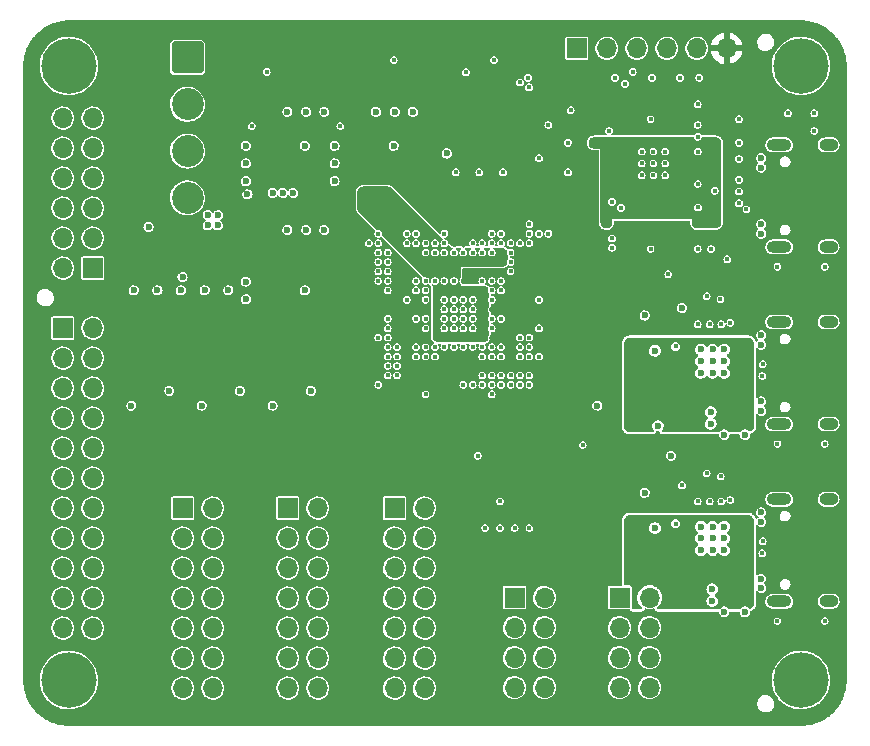
<source format=gbr>
%TF.GenerationSoftware,KiCad,Pcbnew,(5.99.0-10579-g11785b08fe)*%
%TF.CreationDate,2021-05-20T20:29:29+02:00*%
%TF.ProjectId,Mainboard,4d61696e-626f-4617-9264-2e6b69636164,1*%
%TF.SameCoordinates,Original*%
%TF.FileFunction,Copper,L3,Inr*%
%TF.FilePolarity,Positive*%
%FSLAX46Y46*%
G04 Gerber Fmt 4.6, Leading zero omitted, Abs format (unit mm)*
G04 Created by KiCad (PCBNEW (5.99.0-10579-g11785b08fe)) date 2021-05-20 20:29:29*
%MOMM*%
%LPD*%
G01*
G04 APERTURE LIST*
G04 Aperture macros list*
%AMRoundRect*
0 Rectangle with rounded corners*
0 $1 Rounding radius*
0 $2 $3 $4 $5 $6 $7 $8 $9 X,Y pos of 4 corners*
0 Add a 4 corners polygon primitive as box body*
4,1,4,$2,$3,$4,$5,$6,$7,$8,$9,$2,$3,0*
0 Add four circle primitives for the rounded corners*
1,1,$1+$1,$2,$3*
1,1,$1+$1,$4,$5*
1,1,$1+$1,$6,$7*
1,1,$1+$1,$8,$9*
0 Add four rect primitives between the rounded corners*
20,1,$1+$1,$2,$3,$4,$5,0*
20,1,$1+$1,$4,$5,$6,$7,0*
20,1,$1+$1,$6,$7,$8,$9,0*
20,1,$1+$1,$8,$9,$2,$3,0*%
G04 Aperture macros list end*
%TA.AperFunction,ComponentPad*%
%ADD10RoundRect,0.250001X-1.099999X1.099999X-1.099999X-1.099999X1.099999X-1.099999X1.099999X1.099999X0*%
%TD*%
%TA.AperFunction,ComponentPad*%
%ADD11C,2.700000*%
%TD*%
%TA.AperFunction,ComponentPad*%
%ADD12C,4.700000*%
%TD*%
%TA.AperFunction,ComponentPad*%
%ADD13O,1.600000X1.000000*%
%TD*%
%TA.AperFunction,ComponentPad*%
%ADD14O,2.100000X1.000000*%
%TD*%
%TA.AperFunction,ComponentPad*%
%ADD15R,1.700000X1.700000*%
%TD*%
%TA.AperFunction,ComponentPad*%
%ADD16O,1.700000X1.700000*%
%TD*%
%TA.AperFunction,ViaPad*%
%ADD17C,0.600000*%
%TD*%
%TA.AperFunction,ViaPad*%
%ADD18C,0.400000*%
%TD*%
G04 APERTURE END LIST*
D10*
%TO.N,/Power/PWR_IN*%
%TO.C,J2*%
X129050000Y-73282500D03*
D11*
X129050000Y-77242500D03*
%TO.N,GND*%
X129050000Y-81202500D03*
X129050000Y-85162500D03*
%TD*%
D12*
%TO.N,Earth*%
%TO.C,H3*%
X181000000Y-74000000D03*
%TD*%
%TO.N,Earth*%
%TO.C,H4*%
X181000000Y-126000000D03*
%TD*%
%TO.N,Earth*%
%TO.C,H1*%
X119000000Y-74000000D03*
%TD*%
D13*
%TO.N,Earth*%
%TO.C,J101*%
X183325000Y-95680000D03*
X183325000Y-104320000D03*
D14*
X179145000Y-104320000D03*
X179145000Y-95680000D03*
%TD*%
D13*
%TO.N,Earth*%
%TO.C,J201*%
X183325000Y-119320000D03*
D14*
X179145000Y-110680000D03*
X179145000Y-119320000D03*
D13*
X183325000Y-110680000D03*
%TD*%
%TO.N,Earth*%
%TO.C,J501*%
X183325000Y-80680000D03*
D14*
X179145000Y-80680000D03*
D13*
X183325000Y-89320000D03*
D14*
X179145000Y-89320000D03*
%TD*%
D12*
%TO.N,Earth*%
%TO.C,H2*%
X119000000Y-126000000D03*
%TD*%
D15*
%TO.N,/Audio IO/I2S2.MCLK*%
%TO.C,J611*%
X137540000Y-111430000D03*
D16*
%TO.N,GND*%
X140080000Y-111430000D03*
%TO.N,/Audio IO/I2S2.BCLK*%
X137540000Y-113970000D03*
%TO.N,GND*%
X140080000Y-113970000D03*
%TO.N,/Audio IO/I2S2.LRCLK*%
X137540000Y-116510000D03*
%TO.N,GND*%
X140080000Y-116510000D03*
%TO.N,/Audio IO/I2S2.SDIN*%
X137540000Y-119050000D03*
%TO.N,GND*%
X140080000Y-119050000D03*
X137540000Y-121590000D03*
X140080000Y-121590000D03*
%TO.N,/Audio IO/Mute2*%
X137540000Y-124130000D03*
%TO.N,/Audio IO/I2C2.SDA*%
X140080000Y-124130000D03*
%TO.N,/Audio IO/IRQ2*%
X137540000Y-126670000D03*
%TO.N,/Audio IO/I2C2.SCL*%
X140080000Y-126670000D03*
%TD*%
D15*
%TO.N,/Audio IO/I2S3.MCLK*%
%TO.C,J621*%
X128650000Y-111430000D03*
D16*
%TO.N,GND*%
X131190000Y-111430000D03*
%TO.N,/Audio IO/I2S3.BCLK*%
X128650000Y-113970000D03*
%TO.N,GND*%
X131190000Y-113970000D03*
%TO.N,/Audio IO/I2S3.LRCLK*%
X128650000Y-116510000D03*
%TO.N,GND*%
X131190000Y-116510000D03*
%TO.N,/Audio IO/I2S3.SDIN*%
X128650000Y-119050000D03*
%TO.N,GND*%
X131190000Y-119050000D03*
X128650000Y-121590000D03*
X131190000Y-121590000D03*
%TO.N,/Audio IO/Mute3*%
X128650000Y-124130000D03*
%TO.N,/Audio IO/I2C3.SDA*%
X131190000Y-124130000D03*
%TO.N,/Audio IO/IRQ3*%
X128650000Y-126670000D03*
%TO.N,/Audio IO/I2C3.SCL*%
X131190000Y-126670000D03*
%TD*%
D15*
%TO.N,/Audio IO/I2S5.MCLK*%
%TO.C,J702*%
X156740000Y-119010000D03*
D16*
%TO.N,GND*%
X159280000Y-119010000D03*
%TO.N,/Audio IO/I2S5.BCLK*%
X156740000Y-121550000D03*
%TO.N,GND*%
X159280000Y-121550000D03*
%TO.N,/Audio IO/I2S5.LRCLK*%
X156740000Y-124090000D03*
%TO.N,GND*%
X159280000Y-124090000D03*
%TO.N,/Audio IO/I2S5.SDOUT*%
X156740000Y-126630000D03*
%TO.N,GND*%
X159280000Y-126630000D03*
%TD*%
D15*
%TO.N,/Audio IO/I2S4.MCLK*%
%TO.C,J701*%
X165630000Y-119010000D03*
D16*
%TO.N,GND*%
X168170000Y-119010000D03*
%TO.N,/Audio IO/I2S4.BCLK*%
X165630000Y-121550000D03*
%TO.N,GND*%
X168170000Y-121550000D03*
%TO.N,/Audio IO/I2S4.LRCLK*%
X165630000Y-124090000D03*
%TO.N,GND*%
X168170000Y-124090000D03*
%TO.N,/Audio IO/I2S4.SDOUT*%
X165630000Y-126630000D03*
%TO.N,GND*%
X168170000Y-126630000D03*
%TD*%
D15*
%TO.N,/Audio IO/I2S1.MCLK*%
%TO.C,J601*%
X146580000Y-111430000D03*
D16*
%TO.N,GND*%
X149120000Y-111430000D03*
%TO.N,/Audio IO/I2S1.BCLK*%
X146580000Y-113970000D03*
%TO.N,GND*%
X149120000Y-113970000D03*
%TO.N,/Audio IO/I2S1.LRCLK*%
X146580000Y-116510000D03*
%TO.N,GND*%
X149120000Y-116510000D03*
%TO.N,/Audio IO/I2S1.SDIN*%
X146580000Y-119050000D03*
%TO.N,GND*%
X149120000Y-119050000D03*
X146580000Y-121590000D03*
X149120000Y-121590000D03*
%TO.N,/Audio IO/Mute1*%
X146580000Y-124130000D03*
%TO.N,/Audio IO/I2C1.SDA*%
X149120000Y-124130000D03*
%TO.N,/Audio IO/IRQ1*%
X146580000Y-126670000D03*
%TO.N,/Audio IO/I2C1.SCL*%
X149120000Y-126670000D03*
%TD*%
D15*
%TO.N,/FPGA IO Right/SW_SER_CP*%
%TO.C,J801*%
X118485000Y-96190000D03*
D16*
%TO.N,/FPGA IO Right/SW_SER_DATA*%
X121025000Y-96190000D03*
%TO.N,/FPGA IO Right/~SW_SER_PL*%
X118485000Y-98730000D03*
%TO.N,/FPGA IO Right/~SW_SER_CE*%
X121025000Y-98730000D03*
%TO.N,/FPGA IO Right/~LED_OE*%
X118485000Y-101270000D03*
%TO.N,/FPGA IO Right/LED_LE*%
X121025000Y-101270000D03*
%TO.N,/FPGA IO Right/~LED_DISPLAY_OE*%
X118485000Y-103810000D03*
%TO.N,/FPGA IO Right/LED_CLK*%
X121025000Y-103810000D03*
%TO.N,/FPGA IO Right/~LED_SW_OE*%
X118485000Y-106350000D03*
%TO.N,/FPGA IO Right/LED_DATA*%
X121025000Y-106350000D03*
%TO.N,/FPGA IO Right/B*%
X118485000Y-108890000D03*
%TO.N,GND*%
X121025000Y-108890000D03*
%TO.N,/FPGA IO Right/A*%
X118485000Y-111430000D03*
%TO.N,GND*%
X121025000Y-111430000D03*
%TO.N,/FPGA IO Right/VPOT_A_{2}*%
X118485000Y-113970000D03*
%TO.N,/FPGA IO Right/VPOT_A_{1}*%
X121025000Y-113970000D03*
%TO.N,/FPGA IO Right/VPOT_A_{3}*%
X118485000Y-116510000D03*
%TO.N,/FPGA IO Right/VPOT_A_{0}*%
X121025000Y-116510000D03*
%TO.N,/FPGA IO Right/~POTI_CS*%
X118485000Y-119050000D03*
%TO.N,/FPGA IO Right/POTI_SDO*%
X121025000Y-119050000D03*
%TO.N,/FPGA IO Right/POTI_CLK*%
X118485000Y-121590000D03*
%TO.N,GND*%
X121025000Y-121590000D03*
%TD*%
D15*
%TO.N,/FPGA IO Right/EXP1*%
%TO.C,J4*%
X121030000Y-91110000D03*
D16*
%TO.N,/FPGA IO Right/EXP5*%
X118490000Y-91110000D03*
%TO.N,/FPGA IO Right/EXP2*%
X121030000Y-88570000D03*
%TO.N,/FPGA IO Right/EXP6*%
X118490000Y-88570000D03*
%TO.N,/FPGA IO Right/EXP3*%
X121030000Y-86030000D03*
%TO.N,/FPGA IO Right/EXP7*%
X118490000Y-86030000D03*
%TO.N,/FPGA IO Right/EXP4*%
X121030000Y-83490000D03*
%TO.N,/FPGA IO Right/EXP8*%
X118490000Y-83490000D03*
%TO.N,GND*%
X121030000Y-80950000D03*
X118490000Y-80950000D03*
%TO.N,/FPGA IO Right/3V3_EXP*%
X121030000Y-78410000D03*
X118490000Y-78410000D03*
%TD*%
D15*
%TO.N,/Debug/JTAG.TMS*%
%TO.C,J1*%
X162000000Y-72500000D03*
D16*
%TO.N,/Debug/JTAG.TDI*%
X164540000Y-72500000D03*
%TO.N,/Debug/JTAG.TDO*%
X167080000Y-72500000D03*
%TO.N,/Debug/JTAG.TCK*%
X169620000Y-72500000D03*
%TO.N,GND*%
X172160000Y-72500000D03*
%TO.N,+3V3*%
X174700000Y-72500000D03*
%TD*%
D17*
%TO.N,GND*%
X128625000Y-91875000D03*
%TO.N,+5V*%
X130750000Y-86625000D03*
X131625000Y-86625000D03*
X131625000Y-87500000D03*
X130750000Y-87500000D03*
D18*
%TO.N,GND*%
X170908082Y-109500000D03*
X174185020Y-108750000D03*
X173010020Y-108500000D03*
X174175000Y-93750000D03*
D17*
X170898500Y-94499562D03*
D18*
X175750000Y-81875000D03*
D17*
X173350000Y-103300000D03*
D18*
X182125000Y-77998500D03*
X145200000Y-91400000D03*
X151600000Y-89800000D03*
D17*
X139000000Y-80750000D03*
D18*
X154800000Y-98600000D03*
D17*
X130500000Y-93000000D03*
D18*
X179875000Y-77998500D03*
X170750000Y-75000000D03*
X153625000Y-107000000D03*
X168250000Y-78500000D03*
D17*
X177625000Y-96800000D03*
X174500000Y-113000000D03*
X134125000Y-84875000D03*
X177625000Y-111800000D03*
D18*
X150000000Y-92200000D03*
X149200000Y-89800000D03*
X167500000Y-83250000D03*
D17*
X125750000Y-87625000D03*
D18*
X151600000Y-97800000D03*
D17*
X167750000Y-110125000D03*
D18*
X154800000Y-92200000D03*
X146500000Y-73500000D03*
X151600000Y-93800000D03*
X175750000Y-80500000D03*
D17*
X128500000Y-93000000D03*
X170000000Y-107000000D03*
X174500000Y-105250000D03*
D18*
X150800000Y-89000000D03*
X167500000Y-81250000D03*
D17*
X174500000Y-98000000D03*
X127500000Y-101500000D03*
D18*
X154800000Y-89800000D03*
X165000000Y-85500000D03*
X150800000Y-96200000D03*
X148400000Y-89000000D03*
D17*
X124290000Y-102752260D03*
D18*
X164750000Y-79500000D03*
D17*
X163750000Y-102750000D03*
D18*
X149200000Y-97800000D03*
D17*
X172500000Y-113000000D03*
X176250000Y-120250000D03*
D18*
X141995055Y-79086500D03*
X148400000Y-88200000D03*
X183000000Y-106000000D03*
X175750000Y-83625000D03*
X175750000Y-85625000D03*
X165001500Y-89400000D03*
X154000000Y-89000000D03*
X155600000Y-97800000D03*
X134495055Y-79086500D03*
D17*
X176250000Y-105250000D03*
X133500000Y-101500000D03*
D18*
X174750000Y-90375000D03*
X146800000Y-97800000D03*
D17*
X172500000Y-99000000D03*
D18*
X152400000Y-95400000D03*
X154800000Y-93800000D03*
X154800000Y-96200000D03*
X158000000Y-113125000D03*
X150800000Y-89800000D03*
X145200000Y-88200000D03*
X169750000Y-91625000D03*
D17*
X130250000Y-102750000D03*
D18*
X175750000Y-84625000D03*
D17*
X174500000Y-120250000D03*
D18*
X155600000Y-93000000D03*
X175750000Y-78500000D03*
X155500000Y-113125000D03*
X172250000Y-84000000D03*
X168500000Y-82250000D03*
X149200000Y-98600000D03*
X155600000Y-95400000D03*
X149200000Y-89000000D03*
X176375000Y-86125000D03*
D17*
X172500000Y-114000000D03*
D18*
X172250000Y-81250000D03*
X169500000Y-81250000D03*
D17*
X139000000Y-93000000D03*
X172500000Y-100000000D03*
D18*
X165250000Y-75000000D03*
X152400000Y-89800000D03*
X152400000Y-96200000D03*
D17*
X173350000Y-104300000D03*
X172500000Y-98000000D03*
D18*
X155000000Y-73500000D03*
X161250000Y-80500000D03*
X153200000Y-93800000D03*
X150800000Y-88200000D03*
X149200000Y-93800000D03*
D17*
X124500000Y-93000000D03*
D18*
X153200000Y-89000000D03*
D17*
X174500000Y-99000000D03*
D18*
X151750000Y-83000000D03*
X147600000Y-93800000D03*
X150800000Y-92200000D03*
D17*
X132500000Y-93000000D03*
D18*
X154800000Y-88200000D03*
X145200000Y-101000000D03*
X156750000Y-113125000D03*
D17*
X134000000Y-83750000D03*
D18*
X158800000Y-96200000D03*
X154800000Y-88200000D03*
D17*
X174500000Y-115000000D03*
X173500000Y-100000000D03*
D18*
X147600000Y-89000000D03*
X154800000Y-101800000D03*
X172250000Y-79000000D03*
X150800000Y-94600000D03*
X145200000Y-89000000D03*
D17*
X172500000Y-115000000D03*
D18*
X147600000Y-88200000D03*
X153200000Y-89800000D03*
X179000000Y-121000000D03*
D17*
X151000000Y-81405000D03*
X177625000Y-103200000D03*
X137500000Y-77875000D03*
D18*
X168500000Y-81250000D03*
X155500000Y-110875000D03*
X149200000Y-96200000D03*
D17*
X136250000Y-102750000D03*
D18*
X152626500Y-74533812D03*
X165750000Y-86000000D03*
X135762500Y-74500000D03*
X148400000Y-93000000D03*
X150000000Y-89800000D03*
D17*
X137500000Y-87875000D03*
X177625000Y-81800000D03*
D18*
X154000000Y-89800000D03*
X148400000Y-95400000D03*
D17*
X141500000Y-80750000D03*
X134000000Y-80750000D03*
X173500000Y-98000000D03*
D18*
X150000000Y-97800000D03*
X149200000Y-93000000D03*
X151600000Y-95400000D03*
X172250000Y-80000000D03*
D17*
X174500000Y-100000000D03*
D18*
X183000000Y-91000000D03*
X183000000Y-121000000D03*
X167500000Y-82250000D03*
X145200000Y-97000000D03*
X157200000Y-100200000D03*
D17*
X134000000Y-93750000D03*
D18*
X152400000Y-97800000D03*
D17*
X173500000Y-99000000D03*
D18*
X154800000Y-89000000D03*
D17*
X141500000Y-83750000D03*
D18*
X150000000Y-98600000D03*
X172375000Y-75000000D03*
X153200000Y-96200000D03*
D17*
X177625000Y-118200000D03*
X173500000Y-113000000D03*
X134000000Y-82250000D03*
D18*
X152400000Y-93800000D03*
X153200000Y-94600000D03*
X172253942Y-85973500D03*
X154800000Y-93000000D03*
X154800000Y-95400000D03*
X151600000Y-94600000D03*
D17*
X177625000Y-88200000D03*
X173475000Y-118300000D03*
X126500000Y-93000000D03*
X173475000Y-119300000D03*
D18*
X156400000Y-89000000D03*
D17*
X146500000Y-80750000D03*
D18*
X150000000Y-89000000D03*
X155600000Y-89000000D03*
D17*
X167750000Y-95125000D03*
X139500000Y-101500000D03*
D18*
X168250000Y-89500000D03*
D17*
X145000000Y-77875000D03*
D18*
X144400000Y-89000000D03*
X179000000Y-106000000D03*
X173375000Y-89500000D03*
X173000000Y-93500000D03*
X153750000Y-83000000D03*
D17*
X168625000Y-98110000D03*
D18*
X148400000Y-97800000D03*
X154800000Y-97800000D03*
X172250000Y-89500000D03*
X168500000Y-83250000D03*
X154000000Y-97800000D03*
X149200000Y-95400000D03*
X158800000Y-93800000D03*
X150800000Y-93800000D03*
X150800000Y-95400000D03*
X169500000Y-82250000D03*
D17*
X173500000Y-115000000D03*
D18*
X154250000Y-113125000D03*
X179000000Y-91000000D03*
X153200000Y-95400000D03*
D17*
X168625000Y-113110000D03*
D18*
X161500000Y-77750000D03*
D17*
X174500000Y-114000000D03*
D18*
X161250000Y-83000000D03*
X150800000Y-97800000D03*
X169500000Y-83250000D03*
X165000000Y-88600000D03*
X154000000Y-98600000D03*
D17*
X168875000Y-104500000D03*
D18*
X155600000Y-88200000D03*
D17*
X134000000Y-92250000D03*
X141500000Y-82250000D03*
D18*
X152400000Y-94600000D03*
D17*
X173500000Y-114000000D03*
D18*
X154000000Y-92200000D03*
X151600000Y-92200000D03*
X157200000Y-97800000D03*
X149200000Y-89000000D03*
X155750000Y-83000000D03*
X151600000Y-96200000D03*
X149200000Y-101800000D03*
X149200000Y-92200000D03*
X153200000Y-97800000D03*
D17*
%TO.N,+5V*%
X146601500Y-77875438D03*
X139101500Y-87873698D03*
X139101500Y-77873698D03*
X140625000Y-77875000D03*
X148125000Y-77875000D03*
X140625000Y-87875000D03*
D18*
%TO.N,/FPGA Config/~PROGRAM*%
X157875000Y-75000000D03*
X158000000Y-88200000D03*
%TO.N,+3V3*%
X154220000Y-108030000D03*
X148400000Y-93800000D03*
X175875000Y-91500000D03*
X163250000Y-83000000D03*
X143200000Y-128200000D03*
D17*
X126500000Y-101500000D03*
D18*
X154800000Y-97000000D03*
X148400000Y-97000000D03*
X156750000Y-83000000D03*
X154750000Y-83000000D03*
X175750000Y-79500000D03*
X169495055Y-76086500D03*
X144086500Y-74204945D03*
X134400000Y-128200000D03*
X161500000Y-75750000D03*
X153200000Y-98600000D03*
X134400000Y-125600000D03*
X152400000Y-98600000D03*
X158211500Y-107504945D03*
X152400000Y-92200000D03*
X149000000Y-83000000D03*
D17*
X183875000Y-75875000D03*
D18*
X140586500Y-74204945D03*
D17*
X132500000Y-101500000D03*
D18*
X158800000Y-78153500D03*
D17*
X172000000Y-105750000D03*
D18*
X151125000Y-76125000D03*
X168375000Y-76125000D03*
D17*
X163875000Y-108125000D03*
X125875000Y-91625000D03*
X138000000Y-94750000D03*
D18*
X155600000Y-93800000D03*
X152586500Y-72504945D03*
X149200000Y-97000000D03*
X148400000Y-96200000D03*
X152750000Y-83000000D03*
X149200000Y-94600000D03*
X175875000Y-92625000D03*
D17*
X172000000Y-120750000D03*
D18*
X165437500Y-87437500D03*
X148400000Y-94600000D03*
X152200000Y-125600000D03*
X170750000Y-77000000D03*
D17*
X137125000Y-94750000D03*
X173750000Y-105750000D03*
D18*
X168250000Y-87500000D03*
X144086500Y-72804945D03*
X155600000Y-94600000D03*
D17*
X178125000Y-75875000D03*
D18*
X155600000Y-96200000D03*
D17*
X122750000Y-98500000D03*
D18*
X143200000Y-125600000D03*
X158790000Y-79750000D03*
X155600000Y-97000000D03*
D17*
X173750000Y-120750000D03*
D18*
X173875000Y-90750000D03*
X153200000Y-92200000D03*
X151600000Y-98600000D03*
D17*
X136250000Y-94750000D03*
D18*
X150800000Y-98600000D03*
X169000000Y-92875000D03*
D17*
X156000000Y-77595000D03*
D18*
X167224228Y-76099228D03*
X152200000Y-128200000D03*
X161500000Y-76750000D03*
X152586500Y-73504945D03*
X154800000Y-94600000D03*
X165250000Y-77000000D03*
X140586500Y-72804945D03*
D17*
%TO.N,/USB2/VBUS*%
X177625000Y-117400000D03*
X177625000Y-112600000D03*
D18*
%TO.N,/USB2/D+*%
X177750000Y-114250000D03*
X177717499Y-115250000D03*
D17*
%TO.N,/USB1/VBUS*%
X177625000Y-102400000D03*
X177625000Y-97600000D03*
D18*
%TO.N,/USB1/D+*%
X177750000Y-99250000D03*
X177717499Y-100250000D03*
D17*
%TO.N,/USB1/3V3_USB*%
X167023500Y-98110000D03*
X171475000Y-103300000D03*
X171475000Y-104300000D03*
X176750000Y-99000000D03*
D18*
X174250000Y-102125000D03*
D17*
X167023500Y-98110000D03*
D18*
X172750000Y-102125000D03*
X169500000Y-97873500D03*
X170375000Y-100750000D03*
X176625000Y-97750000D03*
%TO.N,/USB2/3V3_USB*%
X170375000Y-115750000D03*
D17*
X176750000Y-114000000D03*
D18*
X176625000Y-112750000D03*
X169500000Y-112873500D03*
D17*
X171600000Y-118300000D03*
D18*
X172750000Y-117125000D03*
D17*
X167023500Y-113110000D03*
D18*
X174250000Y-117125000D03*
D17*
X167023500Y-113110000D03*
X171600000Y-119300000D03*
%TO.N,/Debug/VBUS*%
X177625000Y-82600000D03*
X177625000Y-87400000D03*
D18*
%TO.N,/Debug/VPHY*%
X182125000Y-79500000D03*
X173687500Y-84562500D03*
%TO.N,/Debug/VCORE*%
X164625000Y-87375000D03*
X173750000Y-80500000D03*
X163250000Y-80500000D03*
X172250000Y-87500000D03*
%TO.N,/FPGA Config/~INIT*%
X157200000Y-75400000D03*
X158000000Y-89000000D03*
%TO.N,/Audio IO/I2S4.LRCLK*%
X154800000Y-100200000D03*
%TO.N,/Audio IO/I2S4.SDOUT*%
X154800000Y-101000000D03*
%TO.N,/Audio IO/I2S4.BCLK*%
X155600000Y-101000000D03*
%TO.N,/Audio IO/I2S4.MCLK*%
X155600000Y-100200000D03*
%TO.N,/Audio IO/I2S5.LRCLK*%
X153200000Y-101000000D03*
%TO.N,/Audio IO/I2S5.SDOUT*%
X152400000Y-101000000D03*
%TO.N,/Audio IO/I2S5.BCLK*%
X154000000Y-100200000D03*
%TO.N,/Audio IO/I2S5.MCLK*%
X154000000Y-101000000D03*
%TO.N,/FPGA Config/DONE*%
X158000000Y-87400000D03*
X157974934Y-75800000D03*
%TO.N,/FPGA IO Left/FPGA_CLK*%
X162500000Y-106100000D03*
X158800000Y-98600000D03*
%TO.N,/Debug/JTAG.TCK*%
X156400000Y-90600000D03*
%TO.N,/Debug/JTAG.TDO*%
X166102960Y-75500000D03*
X157200000Y-89000000D03*
%TO.N,/Debug/JTAG.TDI*%
X172250000Y-77250000D03*
X168375000Y-75000000D03*
X156400000Y-91400000D03*
%TO.N,/Debug/JTAG.TMS*%
X166750000Y-74500000D03*
X156400000Y-89800000D03*
D17*
%TO.N,+2V5*%
X137125000Y-84750000D03*
X136250000Y-84750000D03*
D18*
X155600000Y-92200000D03*
X148400000Y-92200000D03*
X155600000Y-98600000D03*
D17*
X138000000Y-84750000D03*
D18*
X148400000Y-98600000D03*
%TO.N,/FPGA Config/CFG.IO3*%
X159600000Y-88200000D03*
X159600000Y-79000000D03*
%TO.N,/FPGA Config/CFG.IO0*%
X158800000Y-81800000D03*
X158800000Y-88200000D03*
%TO.N,/FPGA IO Left/ULPI1.NXT*%
X158000000Y-98600000D03*
X170375000Y-97750000D03*
%TO.N,/FPGA IO Left/ULPI1.CLK*%
X175000000Y-95750000D03*
X158000000Y-97800000D03*
%TO.N,/FPGA IO Left/ULPI1.RST*%
X157200000Y-98600000D03*
X174250000Y-95875000D03*
%TO.N,/FPGA IO Left/ULPI1.STP*%
X158000000Y-97000000D03*
X173250000Y-95875000D03*
%TO.N,/FPGA IO Left/ULPI1.DIR*%
X172250000Y-95875000D03*
X157200000Y-97000000D03*
%TO.N,/FPGA IO Left/ULPI2.NXT*%
X170375000Y-112750000D03*
X156400000Y-101000000D03*
%TO.N,/FPGA IO Left/ULPI2.CLK*%
X156400000Y-100200000D03*
X175000000Y-110750000D03*
%TO.N,/FPGA IO Left/ULPI2.RST*%
X157200000Y-101000000D03*
X174250000Y-110875000D03*
%TO.N,/FPGA IO Left/ULPI2.STP*%
X173250000Y-110875000D03*
X158000000Y-100200000D03*
%TO.N,/FPGA IO Left/ULPI2.DIR*%
X172250000Y-110875000D03*
X158000000Y-101000000D03*
%TO.N,+1V2*%
X152400000Y-97000000D03*
X152400000Y-93000000D03*
X150800000Y-97000000D03*
X149200000Y-90600000D03*
X150000000Y-96200000D03*
X154000000Y-96200000D03*
X150800000Y-93000000D03*
X154800000Y-90600000D03*
X150000000Y-97000000D03*
X150000000Y-95400000D03*
X150000000Y-94600000D03*
D17*
X145500000Y-84750000D03*
D18*
X150000000Y-93800000D03*
X154000000Y-94600000D03*
X153200000Y-97000000D03*
D17*
X143750000Y-84750000D03*
X144625000Y-84750000D03*
D18*
X153200000Y-93000000D03*
X152400000Y-90600000D03*
X155600000Y-90600000D03*
X151600000Y-93000000D03*
X154000000Y-93800000D03*
X148400000Y-90600000D03*
X150000000Y-93000000D03*
X148400000Y-89800000D03*
X155600000Y-89800000D03*
X154000000Y-97000000D03*
X154000000Y-95400000D03*
X149200000Y-90600000D03*
X151600000Y-97000000D03*
X154000000Y-93000000D03*
X151600000Y-90600000D03*
%TO.N,/FPGA IO Right/EXP8*%
X145200000Y-89800000D03*
%TO.N,/FPGA IO Right/EXP4*%
X146000000Y-89800000D03*
%TO.N,/FPGA IO Right/EXP7*%
X145200000Y-90600000D03*
%TO.N,/FPGA IO Right/EXP3*%
X146000000Y-90600000D03*
%TO.N,/FPGA IO Right/EXP6*%
X146000000Y-92200000D03*
%TO.N,/FPGA IO Right/EXP2*%
X146000000Y-91400000D03*
%TO.N,/FPGA IO Right/EXP5*%
X146000000Y-93000000D03*
%TO.N,/FPGA IO Right/EXP1*%
X145200000Y-92200000D03*
%TO.N,/FPGA IO Right/SW_SER_CP*%
X146000000Y-95400000D03*
%TO.N,/FPGA IO Right/SW_SER_DATA*%
X146000000Y-96200000D03*
%TO.N,/FPGA IO Right/~SW_SER_PL*%
X146000000Y-97000000D03*
%TO.N,/FPGA IO Right/~SW_SER_CE*%
X146000000Y-97800000D03*
%TO.N,/FPGA IO Right/~LED_OE*%
X146000000Y-98600000D03*
%TO.N,/FPGA IO Right/LED_LE*%
X146800000Y-98600000D03*
%TO.N,/FPGA IO Right/~LED_DISPLAY_OE*%
X146000000Y-99400000D03*
%TO.N,/FPGA IO Right/LED_CLK*%
X146800000Y-99400000D03*
%TO.N,/FPGA IO Right/LED_DATA*%
X146800000Y-100200000D03*
%TO.N,/FPGA IO Right/~LED_SW_OE*%
X146000000Y-100200000D03*
%TD*%
%TA.AperFunction,Conductor*%
%TO.N,/USB2/3V3_USB*%
G36*
X176498122Y-112000806D02*
G01*
X176611181Y-112015691D01*
X176634945Y-112022059D01*
X176734539Y-112063313D01*
X176755846Y-112075615D01*
X176841366Y-112141237D01*
X176858763Y-112158634D01*
X176924385Y-112244154D01*
X176936687Y-112265461D01*
X176977941Y-112365055D01*
X176984309Y-112388819D01*
X176998885Y-112499530D01*
X176999194Y-112501878D01*
X177000000Y-112514180D01*
X177000000Y-119485820D01*
X176999194Y-119498122D01*
X176984310Y-119611178D01*
X176977941Y-119634945D01*
X176936687Y-119734539D01*
X176924385Y-119755846D01*
X176858763Y-119841366D01*
X176841366Y-119858763D01*
X176755846Y-119924386D01*
X176734534Y-119936690D01*
X176719103Y-119943081D01*
X176661033Y-119947649D01*
X176611638Y-119917526D01*
X176580441Y-119881320D01*
X176576058Y-119876233D01*
X176564429Y-119868695D01*
X176517053Y-119837987D01*
X176458048Y-119799742D01*
X176413913Y-119786543D01*
X176329751Y-119761373D01*
X176329749Y-119761373D01*
X176323313Y-119759448D01*
X176203271Y-119758715D01*
X176189398Y-119758630D01*
X176182685Y-119758589D01*
X176176233Y-119760433D01*
X176053923Y-119795389D01*
X176053922Y-119795389D01*
X176047468Y-119797234D01*
X175928533Y-119872277D01*
X175871646Y-119936690D01*
X175843870Y-119968140D01*
X175793706Y-119997748D01*
X175773226Y-120000000D01*
X174975904Y-120000000D01*
X174920505Y-119982000D01*
X174904503Y-119967273D01*
X174830436Y-119881314D01*
X174826058Y-119876233D01*
X174708048Y-119799742D01*
X174663913Y-119786543D01*
X174579751Y-119761373D01*
X174579749Y-119761373D01*
X174573313Y-119759448D01*
X174453271Y-119758715D01*
X174439398Y-119758630D01*
X174432685Y-119758589D01*
X174426233Y-119760433D01*
X174303923Y-119795389D01*
X174303922Y-119795389D01*
X174297468Y-119797234D01*
X174178533Y-119872277D01*
X174121646Y-119936690D01*
X174093870Y-119968140D01*
X174043706Y-119997748D01*
X174023226Y-120000000D01*
X168867457Y-120000000D01*
X168812058Y-119982000D01*
X168777820Y-119934875D01*
X168777820Y-119876625D01*
X168809431Y-119831480D01*
X168887708Y-119770323D01*
X168891342Y-119767484D01*
X168897429Y-119760433D01*
X169021726Y-119616433D01*
X169021727Y-119616432D01*
X169024734Y-119612948D01*
X169042123Y-119582338D01*
X169123292Y-119439456D01*
X169123294Y-119439452D01*
X169125569Y-119435447D01*
X169139005Y-119395058D01*
X169170626Y-119300000D01*
X169190006Y-119241740D01*
X169215592Y-119039206D01*
X169216000Y-119010000D01*
X169196079Y-118806831D01*
X169193143Y-118797106D01*
X169138408Y-118615814D01*
X169138407Y-118615811D01*
X169137075Y-118611400D01*
X169041236Y-118431152D01*
X168929328Y-118293940D01*
X172979037Y-118293940D01*
X172997271Y-118433384D01*
X172999973Y-118439525D01*
X172999974Y-118439528D01*
X173050750Y-118554924D01*
X173053910Y-118562105D01*
X173144400Y-118669756D01*
X173149990Y-118673477D01*
X173222554Y-118721780D01*
X173258696Y-118767461D01*
X173261084Y-118825662D01*
X173228807Y-118874151D01*
X173220626Y-118879944D01*
X173153533Y-118922277D01*
X173149089Y-118927309D01*
X173093002Y-118990816D01*
X173060440Y-119027685D01*
X173055185Y-119038878D01*
X173003527Y-119148904D01*
X173003526Y-119148907D01*
X173000673Y-119154984D01*
X172979037Y-119293940D01*
X172997271Y-119433384D01*
X172999973Y-119439525D01*
X172999974Y-119439528D01*
X173050750Y-119554924D01*
X173053910Y-119562105D01*
X173144400Y-119669756D01*
X173261466Y-119747682D01*
X173267874Y-119749684D01*
X173389290Y-119787618D01*
X173389292Y-119787618D01*
X173395699Y-119789620D01*
X173506778Y-119791656D01*
X173529594Y-119792074D01*
X173536306Y-119792197D01*
X173671985Y-119755206D01*
X173677710Y-119751691D01*
X173677712Y-119751690D01*
X173731907Y-119718414D01*
X173791829Y-119681622D01*
X173886203Y-119577360D01*
X173947520Y-119450800D01*
X173970852Y-119312118D01*
X173971000Y-119300000D01*
X173951063Y-119160789D01*
X173892856Y-119032770D01*
X173801058Y-118926233D01*
X173795428Y-118922584D01*
X173795426Y-118922582D01*
X173728115Y-118878953D01*
X173691418Y-118833717D01*
X173688318Y-118775550D01*
X173720001Y-118726670D01*
X173730050Y-118719554D01*
X173791829Y-118681622D01*
X173886203Y-118577360D01*
X173947520Y-118450800D01*
X173970852Y-118312118D01*
X173971000Y-118300000D01*
X173951063Y-118160789D01*
X173892856Y-118032770D01*
X173801058Y-117926233D01*
X173683048Y-117849742D01*
X173638913Y-117836543D01*
X173554751Y-117811373D01*
X173554749Y-117811373D01*
X173548313Y-117809448D01*
X173428271Y-117808715D01*
X173414398Y-117808630D01*
X173407685Y-117808589D01*
X173401233Y-117810433D01*
X173278923Y-117845389D01*
X173278922Y-117845389D01*
X173272468Y-117847234D01*
X173153533Y-117922277D01*
X173116293Y-117964443D01*
X173065985Y-118021407D01*
X173060440Y-118027685D01*
X173037157Y-118077276D01*
X173003527Y-118148904D01*
X173003526Y-118148907D01*
X173000673Y-118154984D01*
X172998734Y-118167438D01*
X172982763Y-118270013D01*
X172979037Y-118293940D01*
X168929328Y-118293940D01*
X168912211Y-118272953D01*
X168777633Y-118161620D01*
X168758467Y-118145764D01*
X168758463Y-118145761D01*
X168754916Y-118142827D01*
X168664792Y-118094097D01*
X168579396Y-118047923D01*
X168579392Y-118047921D01*
X168575341Y-118045731D01*
X168380328Y-117985364D01*
X168375744Y-117984882D01*
X168375743Y-117984882D01*
X168278815Y-117974694D01*
X168177302Y-117964025D01*
X168172709Y-117964443D01*
X167978587Y-117982110D01*
X167978583Y-117982111D01*
X167973999Y-117982528D01*
X167969580Y-117983829D01*
X167969578Y-117983829D01*
X167876080Y-118011347D01*
X167778162Y-118040166D01*
X167597249Y-118134745D01*
X167438152Y-118262662D01*
X167306931Y-118419045D01*
X167304713Y-118423080D01*
X167304712Y-118423081D01*
X167210805Y-118593896D01*
X167210803Y-118593901D01*
X167208584Y-118597937D01*
X167207190Y-118602332D01*
X167207189Y-118602334D01*
X167158696Y-118755206D01*
X167146858Y-118792524D01*
X167124102Y-118995396D01*
X167124488Y-118999993D01*
X167138549Y-119167438D01*
X167141184Y-119198823D01*
X167142453Y-119203250D01*
X167142454Y-119203253D01*
X167173671Y-119312118D01*
X167197454Y-119395058D01*
X167199561Y-119399157D01*
X167199561Y-119399158D01*
X167226101Y-119450800D01*
X167290767Y-119576627D01*
X167293630Y-119580239D01*
X167370038Y-119676641D01*
X167417571Y-119736613D01*
X167457180Y-119770323D01*
X167531971Y-119833975D01*
X167562493Y-119883588D01*
X167558024Y-119941666D01*
X167520272Y-119986025D01*
X167470886Y-120000000D01*
X166762996Y-120000000D01*
X166707597Y-119982000D01*
X166673359Y-119934875D01*
X166670557Y-119887362D01*
X166675097Y-119864538D01*
X166676000Y-119860000D01*
X166676000Y-118160000D01*
X166661080Y-118084994D01*
X166618593Y-118021407D01*
X166555006Y-117978920D01*
X166545904Y-117977109D01*
X166545903Y-117977109D01*
X166503492Y-117968673D01*
X166480000Y-117964000D01*
X166094250Y-117964000D01*
X166038851Y-117946000D01*
X166004613Y-117898875D01*
X166000000Y-117869750D01*
X166000000Y-113103940D01*
X168129037Y-113103940D01*
X168147271Y-113243384D01*
X168149973Y-113249525D01*
X168149974Y-113249528D01*
X168158648Y-113269240D01*
X168203910Y-113372105D01*
X168294400Y-113479756D01*
X168411466Y-113557682D01*
X168417874Y-113559684D01*
X168539290Y-113597618D01*
X168539292Y-113597618D01*
X168545699Y-113599620D01*
X168656778Y-113601656D01*
X168679594Y-113602074D01*
X168686306Y-113602197D01*
X168821985Y-113565206D01*
X168827710Y-113561691D01*
X168827712Y-113561690D01*
X168914195Y-113508589D01*
X168941829Y-113491622D01*
X169036203Y-113387360D01*
X169097520Y-113260800D01*
X169120852Y-113122118D01*
X169121000Y-113110000D01*
X169101063Y-112970789D01*
X169042856Y-112842770D01*
X168962920Y-112750000D01*
X169979000Y-112750000D01*
X169998382Y-112872371D01*
X170054629Y-112982763D01*
X170142237Y-113070371D01*
X170148843Y-113073737D01*
X170246022Y-113123252D01*
X170246024Y-113123253D01*
X170252629Y-113126618D01*
X170375000Y-113146000D01*
X170497371Y-113126618D01*
X170503976Y-113123253D01*
X170503978Y-113123252D01*
X170601157Y-113073737D01*
X170607763Y-113070371D01*
X170684194Y-112993940D01*
X172004037Y-112993940D01*
X172022271Y-113133384D01*
X172024973Y-113139525D01*
X172024974Y-113139528D01*
X172073376Y-113249528D01*
X172078910Y-113262105D01*
X172169400Y-113369756D01*
X172174990Y-113373477D01*
X172247554Y-113421780D01*
X172283696Y-113467461D01*
X172286084Y-113525662D01*
X172253807Y-113574151D01*
X172245626Y-113579944D01*
X172178533Y-113622277D01*
X172085440Y-113727685D01*
X172080185Y-113738878D01*
X172028527Y-113848904D01*
X172028526Y-113848907D01*
X172025673Y-113854984D01*
X172004037Y-113993940D01*
X172022271Y-114133384D01*
X172024973Y-114139525D01*
X172024974Y-114139528D01*
X172063931Y-114228063D01*
X172078910Y-114262105D01*
X172169400Y-114369756D01*
X172174990Y-114373477D01*
X172247554Y-114421780D01*
X172283696Y-114467461D01*
X172286084Y-114525662D01*
X172253807Y-114574151D01*
X172245626Y-114579944D01*
X172178533Y-114622277D01*
X172085440Y-114727685D01*
X172080185Y-114738878D01*
X172028527Y-114848904D01*
X172028526Y-114848907D01*
X172025673Y-114854984D01*
X172004037Y-114993940D01*
X172022271Y-115133384D01*
X172024973Y-115139525D01*
X172024974Y-115139528D01*
X172063931Y-115228063D01*
X172078910Y-115262105D01*
X172169400Y-115369756D01*
X172286466Y-115447682D01*
X172292874Y-115449684D01*
X172414290Y-115487618D01*
X172414292Y-115487618D01*
X172420699Y-115489620D01*
X172531778Y-115491656D01*
X172554594Y-115492074D01*
X172561306Y-115492197D01*
X172696985Y-115455206D01*
X172702710Y-115451691D01*
X172702712Y-115451690D01*
X172756907Y-115418414D01*
X172816829Y-115381622D01*
X172911203Y-115277360D01*
X172914736Y-115270068D01*
X172915531Y-115269240D01*
X172917884Y-115265752D01*
X172918490Y-115266161D01*
X172955092Y-115228063D01*
X173012431Y-115217801D01*
X173064850Y-115243202D01*
X173077413Y-115258702D01*
X173078910Y-115262105D01*
X173169400Y-115369756D01*
X173286466Y-115447682D01*
X173292874Y-115449684D01*
X173414290Y-115487618D01*
X173414292Y-115487618D01*
X173420699Y-115489620D01*
X173531778Y-115491656D01*
X173554594Y-115492074D01*
X173561306Y-115492197D01*
X173696985Y-115455206D01*
X173702710Y-115451691D01*
X173702712Y-115451690D01*
X173756907Y-115418414D01*
X173816829Y-115381622D01*
X173911203Y-115277360D01*
X173914736Y-115270068D01*
X173915531Y-115269240D01*
X173917884Y-115265752D01*
X173918490Y-115266161D01*
X173955092Y-115228063D01*
X174012431Y-115217801D01*
X174064850Y-115243202D01*
X174077413Y-115258702D01*
X174078910Y-115262105D01*
X174169400Y-115369756D01*
X174286466Y-115447682D01*
X174292874Y-115449684D01*
X174414290Y-115487618D01*
X174414292Y-115487618D01*
X174420699Y-115489620D01*
X174531778Y-115491656D01*
X174554594Y-115492074D01*
X174561306Y-115492197D01*
X174696985Y-115455206D01*
X174702710Y-115451691D01*
X174702712Y-115451690D01*
X174756907Y-115418414D01*
X174816829Y-115381622D01*
X174911203Y-115277360D01*
X174972520Y-115150800D01*
X174995852Y-115012118D01*
X174996000Y-115000000D01*
X174976063Y-114860789D01*
X174917856Y-114732770D01*
X174826058Y-114626233D01*
X174820428Y-114622584D01*
X174820426Y-114622582D01*
X174753115Y-114578953D01*
X174716418Y-114533717D01*
X174713318Y-114475550D01*
X174745001Y-114426670D01*
X174755050Y-114419554D01*
X174816829Y-114381622D01*
X174911203Y-114277360D01*
X174972520Y-114150800D01*
X174995852Y-114012118D01*
X174996000Y-114000000D01*
X174976063Y-113860789D01*
X174917856Y-113732770D01*
X174826058Y-113626233D01*
X174820428Y-113622584D01*
X174820426Y-113622582D01*
X174753115Y-113578953D01*
X174716418Y-113533717D01*
X174713318Y-113475550D01*
X174745001Y-113426670D01*
X174755050Y-113419554D01*
X174816829Y-113381622D01*
X174911203Y-113277360D01*
X174972520Y-113150800D01*
X174995852Y-113012118D01*
X174996000Y-113000000D01*
X174976063Y-112860789D01*
X174917856Y-112732770D01*
X174826058Y-112626233D01*
X174708048Y-112549742D01*
X174663913Y-112536543D01*
X174579751Y-112511373D01*
X174579749Y-112511373D01*
X174573313Y-112509448D01*
X174453271Y-112508715D01*
X174439398Y-112508630D01*
X174432685Y-112508589D01*
X174426233Y-112510433D01*
X174303923Y-112545389D01*
X174303922Y-112545389D01*
X174297468Y-112547234D01*
X174178533Y-112622277D01*
X174085440Y-112727685D01*
X174082587Y-112733763D01*
X174078900Y-112739375D01*
X174076276Y-112737651D01*
X174045385Y-112770563D01*
X173988170Y-112781493D01*
X173935458Y-112756705D01*
X173920607Y-112738821D01*
X173917856Y-112732770D01*
X173913475Y-112727686D01*
X173913474Y-112727684D01*
X173830436Y-112631314D01*
X173826058Y-112626233D01*
X173708048Y-112549742D01*
X173663913Y-112536543D01*
X173579751Y-112511373D01*
X173579749Y-112511373D01*
X173573313Y-112509448D01*
X173453271Y-112508715D01*
X173439398Y-112508630D01*
X173432685Y-112508589D01*
X173426233Y-112510433D01*
X173303923Y-112545389D01*
X173303922Y-112545389D01*
X173297468Y-112547234D01*
X173178533Y-112622277D01*
X173085440Y-112727685D01*
X173082587Y-112733763D01*
X173078900Y-112739375D01*
X173076276Y-112737651D01*
X173045385Y-112770563D01*
X172988170Y-112781493D01*
X172935458Y-112756705D01*
X172920607Y-112738821D01*
X172917856Y-112732770D01*
X172913475Y-112727686D01*
X172913474Y-112727684D01*
X172830436Y-112631314D01*
X172826058Y-112626233D01*
X172708048Y-112549742D01*
X172663913Y-112536543D01*
X172579751Y-112511373D01*
X172579749Y-112511373D01*
X172573313Y-112509448D01*
X172453271Y-112508715D01*
X172439398Y-112508630D01*
X172432685Y-112508589D01*
X172426233Y-112510433D01*
X172303923Y-112545389D01*
X172303922Y-112545389D01*
X172297468Y-112547234D01*
X172178533Y-112622277D01*
X172085440Y-112727685D01*
X172065309Y-112770563D01*
X172028527Y-112848904D01*
X172028526Y-112848907D01*
X172025673Y-112854984D01*
X172004037Y-112993940D01*
X170684194Y-112993940D01*
X170695371Y-112982763D01*
X170751618Y-112872371D01*
X170771000Y-112750000D01*
X170768820Y-112736233D01*
X170752778Y-112634953D01*
X170751618Y-112627629D01*
X170747952Y-112620433D01*
X170698737Y-112523843D01*
X170695371Y-112517237D01*
X170607763Y-112429629D01*
X170601157Y-112426263D01*
X170503978Y-112376748D01*
X170503976Y-112376747D01*
X170497371Y-112373382D01*
X170375000Y-112354000D01*
X170252629Y-112373382D01*
X170246024Y-112376747D01*
X170246022Y-112376748D01*
X170148843Y-112426263D01*
X170142237Y-112429629D01*
X170054629Y-112517237D01*
X170051263Y-112523843D01*
X170002049Y-112620433D01*
X169998382Y-112627629D01*
X169997222Y-112634953D01*
X169981181Y-112736233D01*
X169979000Y-112750000D01*
X168962920Y-112750000D01*
X168951058Y-112736233D01*
X168833048Y-112659742D01*
X168737991Y-112631314D01*
X168704751Y-112621373D01*
X168704749Y-112621373D01*
X168698313Y-112619448D01*
X168578272Y-112618715D01*
X168564398Y-112618630D01*
X168557685Y-112618589D01*
X168551233Y-112620433D01*
X168428923Y-112655389D01*
X168428922Y-112655389D01*
X168422468Y-112657234D01*
X168303533Y-112732277D01*
X168210440Y-112837685D01*
X168197594Y-112865047D01*
X168153527Y-112958904D01*
X168153526Y-112958907D01*
X168150673Y-112964984D01*
X168129037Y-113103940D01*
X166000000Y-113103940D01*
X166000000Y-112514180D01*
X166000806Y-112501878D01*
X166001115Y-112499530D01*
X166015691Y-112388819D01*
X166022059Y-112365055D01*
X166063313Y-112265461D01*
X166075615Y-112244154D01*
X166141237Y-112158634D01*
X166158634Y-112141237D01*
X166244154Y-112075615D01*
X166265461Y-112063313D01*
X166365055Y-112022059D01*
X166388819Y-112015691D01*
X166501878Y-112000806D01*
X166514180Y-112000000D01*
X176485820Y-112000000D01*
X176498122Y-112000806D01*
G37*
%TD.AperFunction*%
%TD*%
%TA.AperFunction,Conductor*%
%TO.N,/USB1/3V3_USB*%
G36*
X176498122Y-97000806D02*
G01*
X176611181Y-97015691D01*
X176634945Y-97022059D01*
X176734539Y-97063313D01*
X176755846Y-97075615D01*
X176841366Y-97141237D01*
X176858763Y-97158634D01*
X176924385Y-97244154D01*
X176936687Y-97265461D01*
X176977941Y-97365055D01*
X176984309Y-97388819D01*
X176998885Y-97499530D01*
X176999194Y-97501878D01*
X177000000Y-97514180D01*
X177000000Y-104485820D01*
X176999194Y-104498122D01*
X176984310Y-104611178D01*
X176977941Y-104634945D01*
X176936687Y-104734539D01*
X176924385Y-104755846D01*
X176858763Y-104841366D01*
X176841366Y-104858763D01*
X176755846Y-104924386D01*
X176734534Y-104936690D01*
X176719103Y-104943081D01*
X176661033Y-104947649D01*
X176611638Y-104917526D01*
X176580441Y-104881320D01*
X176576058Y-104876233D01*
X176566066Y-104869756D01*
X176463682Y-104803394D01*
X176463683Y-104803394D01*
X176458048Y-104799742D01*
X176399853Y-104782338D01*
X176329751Y-104761373D01*
X176329749Y-104761373D01*
X176323313Y-104759448D01*
X176203271Y-104758715D01*
X176189398Y-104758630D01*
X176182685Y-104758589D01*
X176176233Y-104760433D01*
X176053923Y-104795389D01*
X176053922Y-104795389D01*
X176047468Y-104797234D01*
X175928533Y-104872277D01*
X175871646Y-104936690D01*
X175843870Y-104968140D01*
X175793706Y-104997748D01*
X175773226Y-105000000D01*
X174975904Y-105000000D01*
X174920505Y-104982000D01*
X174904503Y-104967273D01*
X174830436Y-104881314D01*
X174826058Y-104876233D01*
X174708048Y-104799742D01*
X174649853Y-104782338D01*
X174579751Y-104761373D01*
X174579749Y-104761373D01*
X174573313Y-104759448D01*
X174453271Y-104758715D01*
X174439398Y-104758630D01*
X174432685Y-104758589D01*
X174426233Y-104760433D01*
X174303923Y-104795389D01*
X174303922Y-104795389D01*
X174297468Y-104797234D01*
X174178533Y-104872277D01*
X174121646Y-104936690D01*
X174093870Y-104968140D01*
X174043706Y-104997748D01*
X174023226Y-105000000D01*
X169297116Y-105000000D01*
X169241717Y-104982000D01*
X169207479Y-104934875D01*
X169207479Y-104876625D01*
X169227240Y-104842501D01*
X169281697Y-104782338D01*
X169286203Y-104777360D01*
X169347520Y-104650800D01*
X169370852Y-104512118D01*
X169371000Y-104500000D01*
X169351063Y-104360789D01*
X169292856Y-104232770D01*
X169201058Y-104126233D01*
X169083048Y-104049742D01*
X169038913Y-104036543D01*
X168954751Y-104011373D01*
X168954749Y-104011373D01*
X168948313Y-104009448D01*
X168828271Y-104008715D01*
X168814398Y-104008630D01*
X168807685Y-104008589D01*
X168801233Y-104010433D01*
X168678923Y-104045389D01*
X168678922Y-104045389D01*
X168672468Y-104047234D01*
X168553533Y-104122277D01*
X168460440Y-104227685D01*
X168455185Y-104238878D01*
X168403527Y-104348904D01*
X168403526Y-104348907D01*
X168400673Y-104354984D01*
X168379037Y-104493940D01*
X168397271Y-104633384D01*
X168399973Y-104639525D01*
X168399974Y-104639528D01*
X168418496Y-104681622D01*
X168453910Y-104762105D01*
X168458228Y-104767242D01*
X168523678Y-104845104D01*
X168545546Y-104899093D01*
X168531503Y-104955625D01*
X168486914Y-104993106D01*
X168451531Y-105000000D01*
X166514180Y-105000000D01*
X166501878Y-104999194D01*
X166499530Y-104998885D01*
X166388819Y-104984309D01*
X166365055Y-104977941D01*
X166265461Y-104936687D01*
X166244154Y-104924385D01*
X166158634Y-104858763D01*
X166141237Y-104841366D01*
X166075615Y-104755846D01*
X166063313Y-104734539D01*
X166022059Y-104634945D01*
X166015690Y-104611178D01*
X166000806Y-104498122D01*
X166000000Y-104485820D01*
X166000000Y-103293940D01*
X172854037Y-103293940D01*
X172872271Y-103433384D01*
X172874973Y-103439525D01*
X172874974Y-103439528D01*
X172925750Y-103554924D01*
X172928910Y-103562105D01*
X173019400Y-103669756D01*
X173024990Y-103673477D01*
X173097554Y-103721780D01*
X173133696Y-103767461D01*
X173136084Y-103825662D01*
X173103807Y-103874151D01*
X173095626Y-103879944D01*
X173028533Y-103922277D01*
X173024089Y-103927309D01*
X172951583Y-104009407D01*
X172935440Y-104027685D01*
X172924580Y-104050817D01*
X172878527Y-104148904D01*
X172878526Y-104148907D01*
X172875673Y-104154984D01*
X172854037Y-104293940D01*
X172872271Y-104433384D01*
X172874973Y-104439525D01*
X172874974Y-104439528D01*
X172901583Y-104500000D01*
X172928910Y-104562105D01*
X173019400Y-104669756D01*
X173136466Y-104747682D01*
X173142874Y-104749684D01*
X173264290Y-104787618D01*
X173264292Y-104787618D01*
X173270699Y-104789620D01*
X173381778Y-104791656D01*
X173404594Y-104792074D01*
X173411306Y-104792197D01*
X173546985Y-104755206D01*
X173552710Y-104751691D01*
X173552712Y-104751690D01*
X173606907Y-104718414D01*
X173666829Y-104681622D01*
X173761203Y-104577360D01*
X173822520Y-104450800D01*
X173845852Y-104312118D01*
X173846000Y-104300000D01*
X173826063Y-104160789D01*
X173767856Y-104032770D01*
X173676058Y-103926233D01*
X173670428Y-103922584D01*
X173670426Y-103922582D01*
X173603115Y-103878953D01*
X173566418Y-103833717D01*
X173563318Y-103775550D01*
X173595001Y-103726670D01*
X173605050Y-103719554D01*
X173666829Y-103681622D01*
X173761203Y-103577360D01*
X173822520Y-103450800D01*
X173845852Y-103312118D01*
X173846000Y-103300000D01*
X173826063Y-103160789D01*
X173767856Y-103032770D01*
X173676058Y-102926233D01*
X173558048Y-102849742D01*
X173513913Y-102836543D01*
X173429751Y-102811373D01*
X173429749Y-102811373D01*
X173423313Y-102809448D01*
X173303271Y-102808715D01*
X173289398Y-102808630D01*
X173282685Y-102808589D01*
X173276233Y-102810433D01*
X173153923Y-102845389D01*
X173153922Y-102845389D01*
X173147468Y-102847234D01*
X173028533Y-102922277D01*
X172935440Y-103027685D01*
X172930185Y-103038878D01*
X172878527Y-103148904D01*
X172878526Y-103148907D01*
X172875673Y-103154984D01*
X172854037Y-103293940D01*
X166000000Y-103293940D01*
X166000000Y-98103940D01*
X168129037Y-98103940D01*
X168147271Y-98243384D01*
X168149973Y-98249525D01*
X168149974Y-98249528D01*
X168158648Y-98269240D01*
X168203910Y-98372105D01*
X168294400Y-98479756D01*
X168411466Y-98557682D01*
X168417874Y-98559684D01*
X168539290Y-98597618D01*
X168539292Y-98597618D01*
X168545699Y-98599620D01*
X168656778Y-98601656D01*
X168679594Y-98602074D01*
X168686306Y-98602197D01*
X168821985Y-98565206D01*
X168827710Y-98561691D01*
X168827712Y-98561690D01*
X168914195Y-98508589D01*
X168941829Y-98491622D01*
X169036203Y-98387360D01*
X169097520Y-98260800D01*
X169120852Y-98122118D01*
X169121000Y-98110000D01*
X169101063Y-97970789D01*
X169042856Y-97842770D01*
X168962920Y-97750000D01*
X169979000Y-97750000D01*
X169998382Y-97872371D01*
X170054629Y-97982763D01*
X170142237Y-98070371D01*
X170148843Y-98073737D01*
X170246022Y-98123252D01*
X170246024Y-98123253D01*
X170252629Y-98126618D01*
X170375000Y-98146000D01*
X170497371Y-98126618D01*
X170503976Y-98123253D01*
X170503978Y-98123252D01*
X170601157Y-98073737D01*
X170607763Y-98070371D01*
X170684194Y-97993940D01*
X172004037Y-97993940D01*
X172022271Y-98133384D01*
X172024973Y-98139525D01*
X172024974Y-98139528D01*
X172073376Y-98249528D01*
X172078910Y-98262105D01*
X172169400Y-98369756D01*
X172174990Y-98373477D01*
X172247554Y-98421780D01*
X172283696Y-98467461D01*
X172286084Y-98525662D01*
X172253807Y-98574151D01*
X172245626Y-98579944D01*
X172178533Y-98622277D01*
X172085440Y-98727685D01*
X172080185Y-98738878D01*
X172028527Y-98848904D01*
X172028526Y-98848907D01*
X172025673Y-98854984D01*
X172004037Y-98993940D01*
X172022271Y-99133384D01*
X172024973Y-99139525D01*
X172024974Y-99139528D01*
X172063931Y-99228063D01*
X172078910Y-99262105D01*
X172169400Y-99369756D01*
X172174990Y-99373477D01*
X172247554Y-99421780D01*
X172283696Y-99467461D01*
X172286084Y-99525662D01*
X172253807Y-99574151D01*
X172245626Y-99579944D01*
X172178533Y-99622277D01*
X172085440Y-99727685D01*
X172080185Y-99738878D01*
X172028527Y-99848904D01*
X172028526Y-99848907D01*
X172025673Y-99854984D01*
X172004037Y-99993940D01*
X172022271Y-100133384D01*
X172024973Y-100139525D01*
X172024974Y-100139528D01*
X172063931Y-100228063D01*
X172078910Y-100262105D01*
X172169400Y-100369756D01*
X172286466Y-100447682D01*
X172292874Y-100449684D01*
X172414290Y-100487618D01*
X172414292Y-100487618D01*
X172420699Y-100489620D01*
X172531778Y-100491656D01*
X172554594Y-100492074D01*
X172561306Y-100492197D01*
X172696985Y-100455206D01*
X172702710Y-100451691D01*
X172702712Y-100451690D01*
X172756907Y-100418414D01*
X172816829Y-100381622D01*
X172911203Y-100277360D01*
X172914736Y-100270068D01*
X172915531Y-100269240D01*
X172917884Y-100265752D01*
X172918490Y-100266161D01*
X172955092Y-100228063D01*
X173012431Y-100217801D01*
X173064850Y-100243202D01*
X173077413Y-100258702D01*
X173078910Y-100262105D01*
X173169400Y-100369756D01*
X173286466Y-100447682D01*
X173292874Y-100449684D01*
X173414290Y-100487618D01*
X173414292Y-100487618D01*
X173420699Y-100489620D01*
X173531778Y-100491656D01*
X173554594Y-100492074D01*
X173561306Y-100492197D01*
X173696985Y-100455206D01*
X173702710Y-100451691D01*
X173702712Y-100451690D01*
X173756907Y-100418414D01*
X173816829Y-100381622D01*
X173911203Y-100277360D01*
X173914736Y-100270068D01*
X173915531Y-100269240D01*
X173917884Y-100265752D01*
X173918490Y-100266161D01*
X173955092Y-100228063D01*
X174012431Y-100217801D01*
X174064850Y-100243202D01*
X174077413Y-100258702D01*
X174078910Y-100262105D01*
X174169400Y-100369756D01*
X174286466Y-100447682D01*
X174292874Y-100449684D01*
X174414290Y-100487618D01*
X174414292Y-100487618D01*
X174420699Y-100489620D01*
X174531778Y-100491656D01*
X174554594Y-100492074D01*
X174561306Y-100492197D01*
X174696985Y-100455206D01*
X174702710Y-100451691D01*
X174702712Y-100451690D01*
X174756907Y-100418414D01*
X174816829Y-100381622D01*
X174911203Y-100277360D01*
X174972520Y-100150800D01*
X174995852Y-100012118D01*
X174996000Y-100000000D01*
X174976063Y-99860789D01*
X174917856Y-99732770D01*
X174826058Y-99626233D01*
X174820428Y-99622584D01*
X174820426Y-99622582D01*
X174753115Y-99578953D01*
X174716418Y-99533717D01*
X174713318Y-99475550D01*
X174745001Y-99426670D01*
X174755050Y-99419554D01*
X174816829Y-99381622D01*
X174911203Y-99277360D01*
X174972520Y-99150800D01*
X174995852Y-99012118D01*
X174996000Y-99000000D01*
X174976063Y-98860789D01*
X174917856Y-98732770D01*
X174826058Y-98626233D01*
X174820428Y-98622584D01*
X174820426Y-98622582D01*
X174753115Y-98578953D01*
X174716418Y-98533717D01*
X174713318Y-98475550D01*
X174745001Y-98426670D01*
X174755050Y-98419554D01*
X174816829Y-98381622D01*
X174911203Y-98277360D01*
X174972520Y-98150800D01*
X174995852Y-98012118D01*
X174996000Y-98000000D01*
X174976063Y-97860789D01*
X174917856Y-97732770D01*
X174826058Y-97626233D01*
X174708048Y-97549742D01*
X174663913Y-97536543D01*
X174579751Y-97511373D01*
X174579749Y-97511373D01*
X174573313Y-97509448D01*
X174453271Y-97508715D01*
X174439398Y-97508630D01*
X174432685Y-97508589D01*
X174426233Y-97510433D01*
X174303923Y-97545389D01*
X174303922Y-97545389D01*
X174297468Y-97547234D01*
X174178533Y-97622277D01*
X174085440Y-97727685D01*
X174082587Y-97733763D01*
X174078900Y-97739375D01*
X174076276Y-97737651D01*
X174045385Y-97770563D01*
X173988170Y-97781493D01*
X173935458Y-97756705D01*
X173920607Y-97738821D01*
X173917856Y-97732770D01*
X173913475Y-97727686D01*
X173913474Y-97727684D01*
X173830436Y-97631314D01*
X173826058Y-97626233D01*
X173708048Y-97549742D01*
X173663913Y-97536543D01*
X173579751Y-97511373D01*
X173579749Y-97511373D01*
X173573313Y-97509448D01*
X173453271Y-97508715D01*
X173439398Y-97508630D01*
X173432685Y-97508589D01*
X173426233Y-97510433D01*
X173303923Y-97545389D01*
X173303922Y-97545389D01*
X173297468Y-97547234D01*
X173178533Y-97622277D01*
X173085440Y-97727685D01*
X173082587Y-97733763D01*
X173078900Y-97739375D01*
X173076276Y-97737651D01*
X173045385Y-97770563D01*
X172988170Y-97781493D01*
X172935458Y-97756705D01*
X172920607Y-97738821D01*
X172917856Y-97732770D01*
X172913475Y-97727686D01*
X172913474Y-97727684D01*
X172830436Y-97631314D01*
X172826058Y-97626233D01*
X172708048Y-97549742D01*
X172663913Y-97536543D01*
X172579751Y-97511373D01*
X172579749Y-97511373D01*
X172573313Y-97509448D01*
X172453271Y-97508715D01*
X172439398Y-97508630D01*
X172432685Y-97508589D01*
X172426233Y-97510433D01*
X172303923Y-97545389D01*
X172303922Y-97545389D01*
X172297468Y-97547234D01*
X172178533Y-97622277D01*
X172085440Y-97727685D01*
X172065309Y-97770563D01*
X172028527Y-97848904D01*
X172028526Y-97848907D01*
X172025673Y-97854984D01*
X172004037Y-97993940D01*
X170684194Y-97993940D01*
X170695371Y-97982763D01*
X170751618Y-97872371D01*
X170771000Y-97750000D01*
X170768820Y-97736233D01*
X170752778Y-97634953D01*
X170751618Y-97627629D01*
X170747952Y-97620433D01*
X170698737Y-97523843D01*
X170695371Y-97517237D01*
X170607763Y-97429629D01*
X170601157Y-97426263D01*
X170503978Y-97376748D01*
X170503976Y-97376747D01*
X170497371Y-97373382D01*
X170375000Y-97354000D01*
X170252629Y-97373382D01*
X170246024Y-97376747D01*
X170246022Y-97376748D01*
X170148843Y-97426263D01*
X170142237Y-97429629D01*
X170054629Y-97517237D01*
X170051263Y-97523843D01*
X170002049Y-97620433D01*
X169998382Y-97627629D01*
X169997222Y-97634953D01*
X169981181Y-97736233D01*
X169979000Y-97750000D01*
X168962920Y-97750000D01*
X168951058Y-97736233D01*
X168833048Y-97659742D01*
X168737991Y-97631314D01*
X168704751Y-97621373D01*
X168704749Y-97621373D01*
X168698313Y-97619448D01*
X168578271Y-97618715D01*
X168564398Y-97618630D01*
X168557685Y-97618589D01*
X168551233Y-97620433D01*
X168428923Y-97655389D01*
X168428922Y-97655389D01*
X168422468Y-97657234D01*
X168303533Y-97732277D01*
X168210440Y-97837685D01*
X168197594Y-97865047D01*
X168153527Y-97958904D01*
X168153526Y-97958907D01*
X168150673Y-97964984D01*
X168129037Y-98103940D01*
X166000000Y-98103940D01*
X166000000Y-97514180D01*
X166000806Y-97501878D01*
X166001115Y-97499530D01*
X166015691Y-97388819D01*
X166022059Y-97365055D01*
X166063313Y-97265461D01*
X166075615Y-97244154D01*
X166141237Y-97158634D01*
X166158634Y-97141237D01*
X166244154Y-97075615D01*
X166265461Y-97063313D01*
X166365055Y-97022059D01*
X166388819Y-97015691D01*
X166501878Y-97000806D01*
X166514180Y-97000000D01*
X176485820Y-97000000D01*
X176498122Y-97000806D01*
G37*
%TD.AperFunction*%
%TD*%
%TA.AperFunction,Conductor*%
%TO.N,+3V3*%
G36*
X180958359Y-70130106D02*
G01*
X180959540Y-70130889D01*
X180963961Y-70131583D01*
X180966204Y-70131610D01*
X180966210Y-70131610D01*
X181053690Y-70132643D01*
X181129012Y-70133534D01*
X181131300Y-70133603D01*
X181232163Y-70138558D01*
X181235216Y-70138784D01*
X181522603Y-70167089D01*
X181525631Y-70167463D01*
X181609529Y-70179909D01*
X181612551Y-70180433D01*
X181895749Y-70236764D01*
X181898741Y-70237436D01*
X181981044Y-70258051D01*
X181983982Y-70258864D01*
X182260310Y-70342687D01*
X182263211Y-70343645D01*
X182343118Y-70372236D01*
X182345941Y-70373326D01*
X182612732Y-70483835D01*
X182615493Y-70485059D01*
X182692199Y-70521338D01*
X182694938Y-70522717D01*
X182949607Y-70658840D01*
X182952258Y-70660341D01*
X182974459Y-70673648D01*
X183025017Y-70703952D01*
X183027608Y-70705593D01*
X183184889Y-70810685D01*
X183267715Y-70866027D01*
X183270214Y-70867787D01*
X183338351Y-70918322D01*
X183340768Y-70920209D01*
X183386191Y-70957486D01*
X183563954Y-71103371D01*
X183566230Y-71105334D01*
X183629160Y-71162370D01*
X183631360Y-71164465D01*
X183835524Y-71368629D01*
X183837639Y-71370850D01*
X183894625Y-71433724D01*
X183896629Y-71436048D01*
X184079811Y-71659257D01*
X184081676Y-71661646D01*
X184127736Y-71723750D01*
X184132210Y-71729782D01*
X184133976Y-71732290D01*
X184294404Y-71972387D01*
X184296045Y-71974978D01*
X184316746Y-72009514D01*
X184339665Y-72047751D01*
X184341159Y-72050390D01*
X184477287Y-72305068D01*
X184478642Y-72307759D01*
X184514938Y-72384500D01*
X184516165Y-72387268D01*
X184621984Y-72642737D01*
X184626668Y-72654044D01*
X184627767Y-72656891D01*
X184645801Y-72707293D01*
X184656351Y-72736779D01*
X184657313Y-72739691D01*
X184741130Y-73015999D01*
X184741948Y-73018956D01*
X184762566Y-73101267D01*
X184763238Y-73104260D01*
X184819565Y-73387437D01*
X184820089Y-73390459D01*
X184832539Y-73474384D01*
X184832913Y-73477414D01*
X184861056Y-73763147D01*
X184861216Y-73764775D01*
X184861441Y-73767819D01*
X184864834Y-73836876D01*
X184866396Y-73868679D01*
X184866467Y-73871008D01*
X184868007Y-74001313D01*
X184868211Y-74018602D01*
X184869519Y-74022875D01*
X184869520Y-74022878D01*
X184870260Y-74025296D01*
X184873000Y-74043597D01*
X184873000Y-125941778D01*
X184869893Y-125958360D01*
X184869111Y-125959540D01*
X184868417Y-125963960D01*
X184868391Y-125966200D01*
X184868390Y-125966206D01*
X184867686Y-126025837D01*
X184866712Y-126108285D01*
X184866467Y-126128992D01*
X184866396Y-126131321D01*
X184861442Y-126232162D01*
X184861217Y-126235213D01*
X184832910Y-126522616D01*
X184832537Y-126525633D01*
X184820092Y-126609525D01*
X184819568Y-126612546D01*
X184763229Y-126895782D01*
X184762571Y-126898715D01*
X184747862Y-126957436D01*
X184741952Y-126981030D01*
X184741134Y-126983986D01*
X184657316Y-127260300D01*
X184656354Y-127263212D01*
X184656012Y-127264168D01*
X184627776Y-127343085D01*
X184627770Y-127343101D01*
X184626672Y-127345947D01*
X184540804Y-127553248D01*
X184516171Y-127612717D01*
X184514928Y-127615521D01*
X184489009Y-127670323D01*
X184478663Y-127692197D01*
X184477284Y-127694937D01*
X184341157Y-127949612D01*
X184339645Y-127952281D01*
X184312923Y-127996865D01*
X184296055Y-128025007D01*
X184294420Y-128027590D01*
X184191015Y-128182345D01*
X184133970Y-128267719D01*
X184132223Y-128270200D01*
X184081657Y-128338381D01*
X184079823Y-128340729D01*
X183896638Y-128563943D01*
X183894660Y-128566237D01*
X183837630Y-128629160D01*
X183835524Y-128631372D01*
X183631381Y-128835515D01*
X183629160Y-128837630D01*
X183566266Y-128894634D01*
X183563963Y-128896620D01*
X183421681Y-129013387D01*
X183340753Y-129079803D01*
X183338349Y-129081680D01*
X183338332Y-129081693D01*
X183270200Y-129132223D01*
X183267692Y-129133989D01*
X183027604Y-129294411D01*
X183025031Y-129296040D01*
X183003391Y-129309011D01*
X182952272Y-129339650D01*
X182949603Y-129341162D01*
X182694939Y-129477283D01*
X182692206Y-129478658D01*
X182615508Y-129514934D01*
X182612732Y-129516165D01*
X182539707Y-129546413D01*
X182345947Y-129626671D01*
X182343085Y-129627775D01*
X182295568Y-129644777D01*
X182263226Y-129656349D01*
X182260333Y-129657306D01*
X182113359Y-129701890D01*
X181983986Y-129741134D01*
X181981029Y-129741952D01*
X181898715Y-129762571D01*
X181895772Y-129763231D01*
X181721809Y-129797835D01*
X181612558Y-129819566D01*
X181609536Y-129820090D01*
X181525618Y-129832539D01*
X181522593Y-129832913D01*
X181235212Y-129861217D01*
X181232181Y-129861441D01*
X181131300Y-129866397D01*
X181129009Y-129866466D01*
X181046326Y-129867444D01*
X180985863Y-129868158D01*
X180985861Y-129868158D01*
X180981398Y-129868211D01*
X180977125Y-129869519D01*
X180977122Y-129869520D01*
X180974704Y-129870260D01*
X180956403Y-129873000D01*
X119058222Y-129873000D01*
X119041640Y-129869893D01*
X119040460Y-129869111D01*
X119036040Y-129868417D01*
X119033800Y-129868391D01*
X119033794Y-129868390D01*
X118942417Y-129867311D01*
X118870989Y-129866466D01*
X118868700Y-129866397D01*
X118767831Y-129861441D01*
X118764787Y-129861217D01*
X118477384Y-129832910D01*
X118474367Y-129832537D01*
X118390475Y-129820092D01*
X118387453Y-129819568D01*
X118387443Y-129819566D01*
X118104218Y-129763229D01*
X118101285Y-129762571D01*
X118018971Y-129741952D01*
X118016014Y-129741134D01*
X117739700Y-129657316D01*
X117736788Y-129656354D01*
X117697424Y-129642270D01*
X117656888Y-129627766D01*
X117654047Y-129626669D01*
X117387283Y-129516171D01*
X117384479Y-129514928D01*
X117371378Y-129508732D01*
X117307794Y-129478658D01*
X117305063Y-129477284D01*
X117305062Y-129477283D01*
X117189055Y-129415276D01*
X117050388Y-129341157D01*
X117047719Y-129339645D01*
X117011542Y-129317962D01*
X116974984Y-129296049D01*
X116972401Y-129294414D01*
X116732281Y-129133970D01*
X116729800Y-129132223D01*
X116661619Y-129081657D01*
X116659271Y-129079823D01*
X116436044Y-128896627D01*
X116433763Y-128894660D01*
X116370831Y-128837621D01*
X116368628Y-128835524D01*
X116164485Y-128631381D01*
X116162370Y-128629160D01*
X116159245Y-128625712D01*
X116105353Y-128566251D01*
X116103373Y-128563955D01*
X116103364Y-128563943D01*
X115969839Y-128401242D01*
X115920197Y-128340753D01*
X115918320Y-128338349D01*
X115867777Y-128270200D01*
X115866011Y-128267692D01*
X115808984Y-128182345D01*
X115705589Y-128027604D01*
X115703954Y-128025022D01*
X115660350Y-127952272D01*
X115658838Y-127949603D01*
X115551744Y-127749244D01*
X115522713Y-127694931D01*
X115521338Y-127692199D01*
X115514043Y-127676775D01*
X115485066Y-127615508D01*
X115483829Y-127612718D01*
X115483105Y-127610968D01*
X115397467Y-127404221D01*
X115373329Y-127345947D01*
X115372225Y-127343085D01*
X115346855Y-127272182D01*
X115343646Y-127263212D01*
X115342691Y-127260323D01*
X115336144Y-127238738D01*
X115272002Y-127027291D01*
X115258866Y-126983986D01*
X115258048Y-126981030D01*
X115252138Y-126957436D01*
X115237429Y-126898715D01*
X115236769Y-126895772D01*
X115192900Y-126675228D01*
X115180434Y-126612558D01*
X115179910Y-126609536D01*
X115167461Y-126525618D01*
X115167085Y-126522573D01*
X115162458Y-126475586D01*
X115138783Y-126235212D01*
X115138558Y-126232166D01*
X115136663Y-126193581D01*
X115133603Y-126131300D01*
X115133533Y-126128992D01*
X115133289Y-126108285D01*
X116519863Y-126108285D01*
X116534143Y-126240815D01*
X116552805Y-126414003D01*
X116553725Y-126422545D01*
X116627244Y-126729955D01*
X116739228Y-127025532D01*
X116740164Y-127027288D01*
X116740165Y-127027291D01*
X116828770Y-127193582D01*
X116887861Y-127304483D01*
X116918823Y-127348132D01*
X117063346Y-127551871D01*
X117070735Y-127562288D01*
X117072074Y-127563742D01*
X117072080Y-127563749D01*
X117228323Y-127733364D01*
X117284884Y-127794766D01*
X117286401Y-127796041D01*
X117519171Y-127991704D01*
X117526838Y-127998149D01*
X117528514Y-127999227D01*
X117528518Y-127999230D01*
X117745685Y-128138917D01*
X117792672Y-128169140D01*
X117794467Y-128169994D01*
X117794472Y-128169997D01*
X117820419Y-128182345D01*
X118078079Y-128304966D01*
X118079963Y-128305584D01*
X118079969Y-128305586D01*
X118376539Y-128402807D01*
X118376547Y-128402809D01*
X118378432Y-128403427D01*
X118380382Y-128403801D01*
X118380383Y-128403801D01*
X118686901Y-128462550D01*
X118686908Y-128462551D01*
X118688860Y-128462925D01*
X118690849Y-128463048D01*
X118690854Y-128463049D01*
X119002342Y-128482373D01*
X119002350Y-128482373D01*
X119004333Y-128482496D01*
X119319735Y-128461824D01*
X119629954Y-128401242D01*
X119929961Y-128301734D01*
X119931751Y-128300874D01*
X119931757Y-128300872D01*
X120213108Y-128165769D01*
X120213112Y-128165767D01*
X120214892Y-128164912D01*
X120347768Y-128078786D01*
X177274767Y-128078786D01*
X177312343Y-128243512D01*
X177386807Y-128395176D01*
X177389116Y-128397982D01*
X177491856Y-128522839D01*
X177491858Y-128522841D01*
X177494163Y-128525642D01*
X177497051Y-128527838D01*
X177497053Y-128527840D01*
X177544532Y-128563943D01*
X177628654Y-128627911D01*
X177692328Y-128656194D01*
X177779748Y-128695025D01*
X177779751Y-128695026D01*
X177783065Y-128696498D01*
X177949113Y-128727723D01*
X177952744Y-128727555D01*
X177952745Y-128727555D01*
X178114260Y-128720079D01*
X178117890Y-128719911D01*
X178121381Y-128718913D01*
X178121383Y-128718913D01*
X178276856Y-128674479D01*
X178276859Y-128674478D01*
X178280343Y-128673482D01*
X178283505Y-128671711D01*
X178283508Y-128671710D01*
X178424591Y-128592699D01*
X178427759Y-128590925D01*
X178430431Y-128588472D01*
X178430434Y-128588470D01*
X178535721Y-128491822D01*
X178552228Y-128476670D01*
X178561468Y-128463049D01*
X178609719Y-128391915D01*
X178647074Y-128336846D01*
X178681381Y-128246769D01*
X178705918Y-128182345D01*
X178705919Y-128182343D01*
X178707210Y-128178952D01*
X178710526Y-128153933D01*
X178729155Y-128013385D01*
X178729155Y-128013378D01*
X178729410Y-128011458D01*
X178729500Y-128000000D01*
X178709934Y-127832179D01*
X178697349Y-127797506D01*
X178686563Y-127767792D01*
X178652286Y-127673360D01*
X178614357Y-127615508D01*
X178561637Y-127535097D01*
X178561636Y-127535096D01*
X178559647Y-127532062D01*
X178557016Y-127529570D01*
X178557013Y-127529566D01*
X178439626Y-127418365D01*
X178436988Y-127415866D01*
X178290887Y-127331005D01*
X178129183Y-127282029D01*
X177960550Y-127271567D01*
X177794032Y-127300180D01*
X177638563Y-127366333D01*
X177502482Y-127466477D01*
X177393089Y-127595241D01*
X177391440Y-127598471D01*
X177391439Y-127598472D01*
X177385311Y-127610473D01*
X177316253Y-127745717D01*
X177315390Y-127749244D01*
X177276957Y-127906304D01*
X177276956Y-127906309D01*
X177276094Y-127909833D01*
X177276065Y-127913462D01*
X177276065Y-127913466D01*
X177275466Y-127989754D01*
X177274767Y-128078786D01*
X120347768Y-128078786D01*
X120466328Y-128001939D01*
X120478453Y-127994080D01*
X120478456Y-127994078D01*
X120480128Y-127992994D01*
X120574071Y-127913466D01*
X120719852Y-127790053D01*
X120721370Y-127788768D01*
X120934706Y-127555544D01*
X121116679Y-127297103D01*
X121117606Y-127295349D01*
X121117610Y-127295342D01*
X121263409Y-127019393D01*
X121263411Y-127019388D01*
X121264338Y-127017634D01*
X121301900Y-126917436D01*
X121358718Y-126765875D01*
X127672189Y-126765875D01*
X127711439Y-126960533D01*
X127789029Y-127143323D01*
X127901789Y-127306778D01*
X127904077Y-127308972D01*
X128019561Y-127419717D01*
X128045113Y-127444221D01*
X128213146Y-127550037D01*
X128216107Y-127551150D01*
X128216109Y-127551151D01*
X128324444Y-127591871D01*
X128399025Y-127619904D01*
X128505112Y-127636707D01*
X128592028Y-127650473D01*
X128592031Y-127650473D01*
X128595155Y-127650968D01*
X128679390Y-127647143D01*
X128790367Y-127642104D01*
X128790372Y-127642103D01*
X128793527Y-127641960D01*
X128986035Y-127593248D01*
X129106326Y-127535097D01*
X129161966Y-127508200D01*
X129161968Y-127508199D01*
X129164816Y-127506822D01*
X129230960Y-127456251D01*
X129320057Y-127388132D01*
X129320058Y-127388131D01*
X129322568Y-127386212D01*
X129324638Y-127383831D01*
X129324642Y-127383827D01*
X129450765Y-127238738D01*
X129450766Y-127238737D01*
X129452845Y-127236345D01*
X129506904Y-127140406D01*
X129548770Y-127066105D01*
X129548771Y-127066103D01*
X129550326Y-127063343D01*
X129611030Y-126874273D01*
X129615048Y-126837293D01*
X129622806Y-126765875D01*
X130212189Y-126765875D01*
X130251439Y-126960533D01*
X130329029Y-127143323D01*
X130441789Y-127306778D01*
X130444077Y-127308972D01*
X130559561Y-127419717D01*
X130585113Y-127444221D01*
X130753146Y-127550037D01*
X130756107Y-127551150D01*
X130756109Y-127551151D01*
X130864444Y-127591871D01*
X130939025Y-127619904D01*
X131045112Y-127636707D01*
X131132028Y-127650473D01*
X131132031Y-127650473D01*
X131135155Y-127650968D01*
X131219390Y-127647143D01*
X131330367Y-127642104D01*
X131330372Y-127642103D01*
X131333527Y-127641960D01*
X131526035Y-127593248D01*
X131646326Y-127535097D01*
X131701966Y-127508200D01*
X131701968Y-127508199D01*
X131704816Y-127506822D01*
X131770960Y-127456251D01*
X131860057Y-127388132D01*
X131860058Y-127388131D01*
X131862568Y-127386212D01*
X131864638Y-127383831D01*
X131864642Y-127383827D01*
X131990765Y-127238738D01*
X131990766Y-127238737D01*
X131992845Y-127236345D01*
X132046904Y-127140406D01*
X132088770Y-127066105D01*
X132088771Y-127066103D01*
X132090326Y-127063343D01*
X132151030Y-126874273D01*
X132155048Y-126837293D01*
X132162806Y-126765875D01*
X136562189Y-126765875D01*
X136601439Y-126960533D01*
X136679029Y-127143323D01*
X136791789Y-127306778D01*
X136794077Y-127308972D01*
X136909561Y-127419717D01*
X136935113Y-127444221D01*
X137103146Y-127550037D01*
X137106107Y-127551150D01*
X137106109Y-127551151D01*
X137214444Y-127591871D01*
X137289025Y-127619904D01*
X137395112Y-127636707D01*
X137482028Y-127650473D01*
X137482031Y-127650473D01*
X137485155Y-127650968D01*
X137569390Y-127647143D01*
X137680367Y-127642104D01*
X137680372Y-127642103D01*
X137683527Y-127641960D01*
X137876035Y-127593248D01*
X137996326Y-127535097D01*
X138051966Y-127508200D01*
X138051968Y-127508199D01*
X138054816Y-127506822D01*
X138120960Y-127456251D01*
X138210057Y-127388132D01*
X138210058Y-127388131D01*
X138212568Y-127386212D01*
X138214638Y-127383831D01*
X138214642Y-127383827D01*
X138340765Y-127238738D01*
X138340766Y-127238737D01*
X138342845Y-127236345D01*
X138396904Y-127140406D01*
X138438770Y-127066105D01*
X138438771Y-127066103D01*
X138440326Y-127063343D01*
X138501030Y-126874273D01*
X138505048Y-126837293D01*
X138512806Y-126765875D01*
X139102189Y-126765875D01*
X139141439Y-126960533D01*
X139219029Y-127143323D01*
X139331789Y-127306778D01*
X139334077Y-127308972D01*
X139449561Y-127419717D01*
X139475113Y-127444221D01*
X139643146Y-127550037D01*
X139646107Y-127551150D01*
X139646109Y-127551151D01*
X139754444Y-127591871D01*
X139829025Y-127619904D01*
X139935112Y-127636707D01*
X140022028Y-127650473D01*
X140022031Y-127650473D01*
X140025155Y-127650968D01*
X140109390Y-127647143D01*
X140220367Y-127642104D01*
X140220372Y-127642103D01*
X140223527Y-127641960D01*
X140416035Y-127593248D01*
X140536326Y-127535097D01*
X140591966Y-127508200D01*
X140591968Y-127508199D01*
X140594816Y-127506822D01*
X140660960Y-127456251D01*
X140750057Y-127388132D01*
X140750058Y-127388131D01*
X140752568Y-127386212D01*
X140754638Y-127383831D01*
X140754642Y-127383827D01*
X140880765Y-127238738D01*
X140880766Y-127238737D01*
X140882845Y-127236345D01*
X140936904Y-127140406D01*
X140978770Y-127066105D01*
X140978771Y-127066103D01*
X140980326Y-127063343D01*
X141041030Y-126874273D01*
X141045048Y-126837293D01*
X141052806Y-126765875D01*
X145602189Y-126765875D01*
X145641439Y-126960533D01*
X145719029Y-127143323D01*
X145831789Y-127306778D01*
X145834077Y-127308972D01*
X145949561Y-127419717D01*
X145975113Y-127444221D01*
X146143146Y-127550037D01*
X146146107Y-127551150D01*
X146146109Y-127551151D01*
X146254444Y-127591871D01*
X146329025Y-127619904D01*
X146435112Y-127636707D01*
X146522028Y-127650473D01*
X146522031Y-127650473D01*
X146525155Y-127650968D01*
X146609390Y-127647143D01*
X146720367Y-127642104D01*
X146720372Y-127642103D01*
X146723527Y-127641960D01*
X146916035Y-127593248D01*
X147036326Y-127535097D01*
X147091966Y-127508200D01*
X147091968Y-127508199D01*
X147094816Y-127506822D01*
X147160960Y-127456251D01*
X147250057Y-127388132D01*
X147250058Y-127388131D01*
X147252568Y-127386212D01*
X147254638Y-127383831D01*
X147254642Y-127383827D01*
X147380765Y-127238738D01*
X147380766Y-127238737D01*
X147382845Y-127236345D01*
X147436904Y-127140406D01*
X147478770Y-127066105D01*
X147478771Y-127066103D01*
X147480326Y-127063343D01*
X147541030Y-126874273D01*
X147545048Y-126837293D01*
X147552806Y-126765875D01*
X148142189Y-126765875D01*
X148181439Y-126960533D01*
X148259029Y-127143323D01*
X148371789Y-127306778D01*
X148374077Y-127308972D01*
X148489561Y-127419717D01*
X148515113Y-127444221D01*
X148683146Y-127550037D01*
X148686107Y-127551150D01*
X148686109Y-127551151D01*
X148794444Y-127591871D01*
X148869025Y-127619904D01*
X148975112Y-127636707D01*
X149062028Y-127650473D01*
X149062031Y-127650473D01*
X149065155Y-127650968D01*
X149149390Y-127647143D01*
X149260367Y-127642104D01*
X149260372Y-127642103D01*
X149263527Y-127641960D01*
X149456035Y-127593248D01*
X149576326Y-127535097D01*
X149631966Y-127508200D01*
X149631968Y-127508199D01*
X149634816Y-127506822D01*
X149700960Y-127456251D01*
X149790057Y-127388132D01*
X149790058Y-127388131D01*
X149792568Y-127386212D01*
X149794638Y-127383831D01*
X149794642Y-127383827D01*
X149920765Y-127238738D01*
X149920766Y-127238737D01*
X149922845Y-127236345D01*
X149976904Y-127140406D01*
X150018770Y-127066105D01*
X150018771Y-127066103D01*
X150020326Y-127063343D01*
X150081030Y-126874273D01*
X150085048Y-126837293D01*
X150097151Y-126725875D01*
X155762189Y-126725875D01*
X155762815Y-126728978D01*
X155762815Y-126728981D01*
X155763387Y-126731818D01*
X155801439Y-126920533D01*
X155879029Y-127103323D01*
X155991789Y-127266778D01*
X155994077Y-127268972D01*
X156123336Y-127392927D01*
X156135113Y-127404221D01*
X156303146Y-127510037D01*
X156306107Y-127511150D01*
X156306109Y-127511151D01*
X156414444Y-127551871D01*
X156489025Y-127579904D01*
X156564582Y-127591871D01*
X156682028Y-127610473D01*
X156682031Y-127610473D01*
X156685155Y-127610968D01*
X156769390Y-127607143D01*
X156880367Y-127602104D01*
X156880372Y-127602103D01*
X156883527Y-127601960D01*
X157076035Y-127553248D01*
X157249804Y-127469245D01*
X157251966Y-127468200D01*
X157251968Y-127468199D01*
X157254816Y-127466822D01*
X157332172Y-127407679D01*
X157410057Y-127348132D01*
X157410058Y-127348131D01*
X157412568Y-127346212D01*
X157414638Y-127343831D01*
X157414642Y-127343827D01*
X157540765Y-127198738D01*
X157540766Y-127198737D01*
X157542845Y-127196345D01*
X157616231Y-127066105D01*
X157638770Y-127026105D01*
X157638771Y-127026103D01*
X157640326Y-127023343D01*
X157701030Y-126834273D01*
X157708461Y-126765875D01*
X157712806Y-126725875D01*
X158302189Y-126725875D01*
X158302815Y-126728978D01*
X158302815Y-126728981D01*
X158303387Y-126731818D01*
X158341439Y-126920533D01*
X158419029Y-127103323D01*
X158531789Y-127266778D01*
X158534077Y-127268972D01*
X158663336Y-127392927D01*
X158675113Y-127404221D01*
X158843146Y-127510037D01*
X158846107Y-127511150D01*
X158846109Y-127511151D01*
X158954444Y-127551871D01*
X159029025Y-127579904D01*
X159104582Y-127591871D01*
X159222028Y-127610473D01*
X159222031Y-127610473D01*
X159225155Y-127610968D01*
X159309390Y-127607143D01*
X159420367Y-127602104D01*
X159420372Y-127602103D01*
X159423527Y-127601960D01*
X159616035Y-127553248D01*
X159789804Y-127469245D01*
X159791966Y-127468200D01*
X159791968Y-127468199D01*
X159794816Y-127466822D01*
X159872172Y-127407679D01*
X159950057Y-127348132D01*
X159950058Y-127348131D01*
X159952568Y-127346212D01*
X159954638Y-127343831D01*
X159954642Y-127343827D01*
X160080765Y-127198738D01*
X160080766Y-127198737D01*
X160082845Y-127196345D01*
X160156231Y-127066105D01*
X160178770Y-127026105D01*
X160178771Y-127026103D01*
X160180326Y-127023343D01*
X160241030Y-126834273D01*
X160248461Y-126765875D01*
X160252806Y-126725875D01*
X164652189Y-126725875D01*
X164652815Y-126728978D01*
X164652815Y-126728981D01*
X164653387Y-126731818D01*
X164691439Y-126920533D01*
X164769029Y-127103323D01*
X164881789Y-127266778D01*
X164884077Y-127268972D01*
X165013336Y-127392927D01*
X165025113Y-127404221D01*
X165193146Y-127510037D01*
X165196107Y-127511150D01*
X165196109Y-127511151D01*
X165304444Y-127551871D01*
X165379025Y-127579904D01*
X165454582Y-127591871D01*
X165572028Y-127610473D01*
X165572031Y-127610473D01*
X165575155Y-127610968D01*
X165659390Y-127607143D01*
X165770367Y-127602104D01*
X165770372Y-127602103D01*
X165773527Y-127601960D01*
X165966035Y-127553248D01*
X166139804Y-127469245D01*
X166141966Y-127468200D01*
X166141968Y-127468199D01*
X166144816Y-127466822D01*
X166222172Y-127407679D01*
X166300057Y-127348132D01*
X166300058Y-127348131D01*
X166302568Y-127346212D01*
X166304638Y-127343831D01*
X166304642Y-127343827D01*
X166430765Y-127198738D01*
X166430766Y-127198737D01*
X166432845Y-127196345D01*
X166506231Y-127066105D01*
X166528770Y-127026105D01*
X166528771Y-127026103D01*
X166530326Y-127023343D01*
X166591030Y-126834273D01*
X166598461Y-126765875D01*
X166602806Y-126725875D01*
X167192189Y-126725875D01*
X167192815Y-126728978D01*
X167192815Y-126728981D01*
X167193387Y-126731818D01*
X167231439Y-126920533D01*
X167309029Y-127103323D01*
X167421789Y-127266778D01*
X167424077Y-127268972D01*
X167553336Y-127392927D01*
X167565113Y-127404221D01*
X167733146Y-127510037D01*
X167736107Y-127511150D01*
X167736109Y-127511151D01*
X167844444Y-127551871D01*
X167919025Y-127579904D01*
X167994582Y-127591871D01*
X168112028Y-127610473D01*
X168112031Y-127610473D01*
X168115155Y-127610968D01*
X168199390Y-127607143D01*
X168310367Y-127602104D01*
X168310372Y-127602103D01*
X168313527Y-127601960D01*
X168506035Y-127553248D01*
X168679804Y-127469245D01*
X168681966Y-127468200D01*
X168681968Y-127468199D01*
X168684816Y-127466822D01*
X168762172Y-127407679D01*
X168840057Y-127348132D01*
X168840058Y-127348131D01*
X168842568Y-127346212D01*
X168844638Y-127343831D01*
X168844642Y-127343827D01*
X168970765Y-127198738D01*
X168970766Y-127198737D01*
X168972845Y-127196345D01*
X169046231Y-127066105D01*
X169068770Y-127026105D01*
X169068771Y-127026103D01*
X169070326Y-127023343D01*
X169131030Y-126834273D01*
X169138461Y-126765875D01*
X169152299Y-126638488D01*
X169152476Y-126636859D01*
X169152500Y-126630000D01*
X169132433Y-126432441D01*
X169128714Y-126420571D01*
X169073997Y-126245973D01*
X169073996Y-126245971D01*
X169073050Y-126242952D01*
X168998403Y-126108285D01*
X178519863Y-126108285D01*
X178534143Y-126240815D01*
X178552805Y-126414003D01*
X178553725Y-126422545D01*
X178627244Y-126729955D01*
X178739228Y-127025532D01*
X178740164Y-127027288D01*
X178740165Y-127027291D01*
X178828770Y-127193582D01*
X178887861Y-127304483D01*
X178918823Y-127348132D01*
X179063346Y-127551871D01*
X179070735Y-127562288D01*
X179072074Y-127563742D01*
X179072080Y-127563749D01*
X179228323Y-127733364D01*
X179284884Y-127794766D01*
X179286401Y-127796041D01*
X179519171Y-127991704D01*
X179526838Y-127998149D01*
X179528514Y-127999227D01*
X179528518Y-127999230D01*
X179745685Y-128138917D01*
X179792672Y-128169140D01*
X179794467Y-128169994D01*
X179794472Y-128169997D01*
X179820419Y-128182345D01*
X180078079Y-128304966D01*
X180079963Y-128305584D01*
X180079969Y-128305586D01*
X180376539Y-128402807D01*
X180376547Y-128402809D01*
X180378432Y-128403427D01*
X180380382Y-128403801D01*
X180380383Y-128403801D01*
X180686901Y-128462550D01*
X180686908Y-128462551D01*
X180688860Y-128462925D01*
X180690849Y-128463048D01*
X180690854Y-128463049D01*
X181002342Y-128482373D01*
X181002350Y-128482373D01*
X181004333Y-128482496D01*
X181319735Y-128461824D01*
X181629954Y-128401242D01*
X181929961Y-128301734D01*
X181931751Y-128300874D01*
X181931757Y-128300872D01*
X182213108Y-128165769D01*
X182213112Y-128165767D01*
X182214892Y-128164912D01*
X182466328Y-128001939D01*
X182478453Y-127994080D01*
X182478456Y-127994078D01*
X182480128Y-127992994D01*
X182574071Y-127913466D01*
X182719852Y-127790053D01*
X182721370Y-127788768D01*
X182934706Y-127555544D01*
X183116679Y-127297103D01*
X183117606Y-127295349D01*
X183117610Y-127295342D01*
X183263409Y-127019393D01*
X183263411Y-127019388D01*
X183264338Y-127017634D01*
X183301900Y-126917436D01*
X183374588Y-126723541D01*
X183374589Y-126723539D01*
X183375290Y-126721668D01*
X183385458Y-126678488D01*
X183447277Y-126415948D01*
X183447735Y-126414003D01*
X183480500Y-126099627D01*
X183481527Y-126048491D01*
X183482474Y-126001313D01*
X183482474Y-126001304D01*
X183482500Y-126000000D01*
X183482417Y-125998703D01*
X183482417Y-125998691D01*
X183469448Y-125795395D01*
X183462378Y-125684562D01*
X183461391Y-125679460D01*
X183402718Y-125376200D01*
X183402716Y-125376194D01*
X183402338Y-125374238D01*
X183315362Y-125110473D01*
X183303980Y-125075955D01*
X183303977Y-125075949D01*
X183303354Y-125074058D01*
X183271942Y-125008349D01*
X183167886Y-124790680D01*
X183167884Y-124790676D01*
X183167029Y-124788888D01*
X183154170Y-124768972D01*
X182996652Y-124525020D01*
X182995575Y-124523352D01*
X182964155Y-124486105D01*
X182793053Y-124283276D01*
X182791770Y-124281755D01*
X182558918Y-124068011D01*
X182300795Y-123885588D01*
X182196070Y-123830022D01*
X182023339Y-123738372D01*
X182023337Y-123738371D01*
X182021584Y-123737441D01*
X181725813Y-123625973D01*
X181723875Y-123625513D01*
X181420211Y-123553450D01*
X181420204Y-123553449D01*
X181418275Y-123552991D01*
X181220624Y-123532043D01*
X181105932Y-123519887D01*
X181105925Y-123519887D01*
X181103956Y-123519678D01*
X181101974Y-123519721D01*
X181101968Y-123519721D01*
X180941302Y-123523227D01*
X180787952Y-123526573D01*
X180699263Y-123539907D01*
X180477366Y-123573267D01*
X180477361Y-123573268D01*
X180475386Y-123573565D01*
X180171324Y-123659892D01*
X179880697Y-123784156D01*
X179878979Y-123785166D01*
X179878977Y-123785167D01*
X179865785Y-123792922D01*
X179608214Y-123944340D01*
X179358293Y-124137849D01*
X179134987Y-124361546D01*
X178941914Y-124611804D01*
X178940913Y-124613514D01*
X178940908Y-124613521D01*
X178794118Y-124864221D01*
X178782206Y-124884566D01*
X178748024Y-124964899D01*
X178699562Y-125078792D01*
X178658450Y-125175410D01*
X178657911Y-125177323D01*
X178657908Y-125177330D01*
X178615551Y-125327516D01*
X178572653Y-125479622D01*
X178572361Y-125481589D01*
X178526999Y-125786935D01*
X178526206Y-125792270D01*
X178526166Y-125794256D01*
X178526166Y-125794258D01*
X178520011Y-126100932D01*
X178519863Y-126108285D01*
X168998403Y-126108285D01*
X168976779Y-126069274D01*
X168847551Y-125918501D01*
X168690646Y-125796793D01*
X168668393Y-125785843D01*
X168515316Y-125710519D01*
X168515312Y-125710518D01*
X168512472Y-125709120D01*
X168320309Y-125659066D01*
X168122005Y-125648673D01*
X168118879Y-125649146D01*
X168118875Y-125649146D01*
X167928794Y-125677893D01*
X167928791Y-125677894D01*
X167925662Y-125678367D01*
X167922692Y-125679460D01*
X167922691Y-125679460D01*
X167880255Y-125695073D01*
X167739300Y-125746935D01*
X167570532Y-125851575D01*
X167568232Y-125853750D01*
X167450460Y-125965122D01*
X167426252Y-125988014D01*
X167371040Y-126066866D01*
X167325923Y-126131300D01*
X167312354Y-126150678D01*
X167233490Y-126332922D01*
X167232844Y-126336016D01*
X167232843Y-126336018D01*
X167216551Y-126414003D01*
X167192882Y-126527301D01*
X167192871Y-126530462D01*
X167192585Y-126612547D01*
X167192189Y-126725875D01*
X166602806Y-126725875D01*
X166612299Y-126638488D01*
X166612476Y-126636859D01*
X166612500Y-126630000D01*
X166592433Y-126432441D01*
X166588714Y-126420571D01*
X166533997Y-126245973D01*
X166533996Y-126245971D01*
X166533050Y-126242952D01*
X166436779Y-126069274D01*
X166307551Y-125918501D01*
X166150646Y-125796793D01*
X166128393Y-125785843D01*
X165975316Y-125710519D01*
X165975312Y-125710518D01*
X165972472Y-125709120D01*
X165780309Y-125659066D01*
X165582005Y-125648673D01*
X165578879Y-125649146D01*
X165578875Y-125649146D01*
X165388794Y-125677893D01*
X165388791Y-125677894D01*
X165385662Y-125678367D01*
X165382692Y-125679460D01*
X165382691Y-125679460D01*
X165340255Y-125695073D01*
X165199300Y-125746935D01*
X165030532Y-125851575D01*
X165028232Y-125853750D01*
X164910460Y-125965122D01*
X164886252Y-125988014D01*
X164831040Y-126066866D01*
X164785923Y-126131300D01*
X164772354Y-126150678D01*
X164693490Y-126332922D01*
X164692844Y-126336016D01*
X164692843Y-126336018D01*
X164676551Y-126414003D01*
X164652882Y-126527301D01*
X164652871Y-126530462D01*
X164652585Y-126612547D01*
X164652189Y-126725875D01*
X160252806Y-126725875D01*
X160262299Y-126638488D01*
X160262476Y-126636859D01*
X160262500Y-126630000D01*
X160242433Y-126432441D01*
X160238714Y-126420571D01*
X160183997Y-126245973D01*
X160183996Y-126245971D01*
X160183050Y-126242952D01*
X160086779Y-126069274D01*
X159957551Y-125918501D01*
X159800646Y-125796793D01*
X159778393Y-125785843D01*
X159625316Y-125710519D01*
X159625312Y-125710518D01*
X159622472Y-125709120D01*
X159430309Y-125659066D01*
X159232005Y-125648673D01*
X159228879Y-125649146D01*
X159228875Y-125649146D01*
X159038794Y-125677893D01*
X159038791Y-125677894D01*
X159035662Y-125678367D01*
X159032692Y-125679460D01*
X159032691Y-125679460D01*
X158990255Y-125695073D01*
X158849300Y-125746935D01*
X158680532Y-125851575D01*
X158678232Y-125853750D01*
X158560460Y-125965122D01*
X158536252Y-125988014D01*
X158481040Y-126066866D01*
X158435923Y-126131300D01*
X158422354Y-126150678D01*
X158343490Y-126332922D01*
X158342844Y-126336016D01*
X158342843Y-126336018D01*
X158326551Y-126414003D01*
X158302882Y-126527301D01*
X158302871Y-126530462D01*
X158302585Y-126612547D01*
X158302189Y-126725875D01*
X157712806Y-126725875D01*
X157722299Y-126638488D01*
X157722476Y-126636859D01*
X157722500Y-126630000D01*
X157702433Y-126432441D01*
X157698714Y-126420571D01*
X157643997Y-126245973D01*
X157643996Y-126245971D01*
X157643050Y-126242952D01*
X157546779Y-126069274D01*
X157417551Y-125918501D01*
X157260646Y-125796793D01*
X157238393Y-125785843D01*
X157085316Y-125710519D01*
X157085312Y-125710518D01*
X157082472Y-125709120D01*
X156890309Y-125659066D01*
X156692005Y-125648673D01*
X156688879Y-125649146D01*
X156688875Y-125649146D01*
X156498794Y-125677893D01*
X156498791Y-125677894D01*
X156495662Y-125678367D01*
X156492692Y-125679460D01*
X156492691Y-125679460D01*
X156450255Y-125695073D01*
X156309300Y-125746935D01*
X156140532Y-125851575D01*
X156138232Y-125853750D01*
X156020460Y-125965122D01*
X155996252Y-125988014D01*
X155941040Y-126066866D01*
X155895923Y-126131300D01*
X155882354Y-126150678D01*
X155803490Y-126332922D01*
X155802844Y-126336016D01*
X155802843Y-126336018D01*
X155786551Y-126414003D01*
X155762882Y-126527301D01*
X155762871Y-126530462D01*
X155762585Y-126612547D01*
X155762189Y-126725875D01*
X150097151Y-126725875D01*
X150102299Y-126678488D01*
X150102476Y-126676859D01*
X150102500Y-126670000D01*
X150082433Y-126472441D01*
X150070884Y-126435586D01*
X150023997Y-126285973D01*
X150023996Y-126285971D01*
X150023050Y-126282952D01*
X149926779Y-126109274D01*
X149797551Y-125958501D01*
X149640646Y-125836793D01*
X149637805Y-125835395D01*
X149465316Y-125750519D01*
X149465312Y-125750518D01*
X149462472Y-125749120D01*
X149270309Y-125699066D01*
X149072005Y-125688673D01*
X149068879Y-125689146D01*
X149068875Y-125689146D01*
X148878794Y-125717893D01*
X148878791Y-125717894D01*
X148875662Y-125718367D01*
X148689300Y-125786935D01*
X148520532Y-125891575D01*
X148518232Y-125893750D01*
X148415805Y-125990611D01*
X148376252Y-126028014D01*
X148374434Y-126030611D01*
X148264574Y-126187508D01*
X148262354Y-126190678D01*
X148183490Y-126372922D01*
X148182844Y-126376016D01*
X148182843Y-126376018D01*
X148173123Y-126422545D01*
X148142882Y-126567301D01*
X148142189Y-126765875D01*
X147552806Y-126765875D01*
X147562299Y-126678488D01*
X147562476Y-126676859D01*
X147562500Y-126670000D01*
X147542433Y-126472441D01*
X147530884Y-126435586D01*
X147483997Y-126285973D01*
X147483996Y-126285971D01*
X147483050Y-126282952D01*
X147386779Y-126109274D01*
X147257551Y-125958501D01*
X147100646Y-125836793D01*
X147097805Y-125835395D01*
X146925316Y-125750519D01*
X146925312Y-125750518D01*
X146922472Y-125749120D01*
X146730309Y-125699066D01*
X146532005Y-125688673D01*
X146528879Y-125689146D01*
X146528875Y-125689146D01*
X146338794Y-125717893D01*
X146338791Y-125717894D01*
X146335662Y-125718367D01*
X146149300Y-125786935D01*
X145980532Y-125891575D01*
X145978232Y-125893750D01*
X145875805Y-125990611D01*
X145836252Y-126028014D01*
X145834434Y-126030611D01*
X145724574Y-126187508D01*
X145722354Y-126190678D01*
X145643490Y-126372922D01*
X145642844Y-126376016D01*
X145642843Y-126376018D01*
X145633123Y-126422545D01*
X145602882Y-126567301D01*
X145602189Y-126765875D01*
X141052806Y-126765875D01*
X141062299Y-126678488D01*
X141062476Y-126676859D01*
X141062500Y-126670000D01*
X141042433Y-126472441D01*
X141030884Y-126435586D01*
X140983997Y-126285973D01*
X140983996Y-126285971D01*
X140983050Y-126282952D01*
X140886779Y-126109274D01*
X140757551Y-125958501D01*
X140600646Y-125836793D01*
X140597805Y-125835395D01*
X140425316Y-125750519D01*
X140425312Y-125750518D01*
X140422472Y-125749120D01*
X140230309Y-125699066D01*
X140032005Y-125688673D01*
X140028879Y-125689146D01*
X140028875Y-125689146D01*
X139838794Y-125717893D01*
X139838791Y-125717894D01*
X139835662Y-125718367D01*
X139649300Y-125786935D01*
X139480532Y-125891575D01*
X139478232Y-125893750D01*
X139375805Y-125990611D01*
X139336252Y-126028014D01*
X139334434Y-126030611D01*
X139224574Y-126187508D01*
X139222354Y-126190678D01*
X139143490Y-126372922D01*
X139142844Y-126376016D01*
X139142843Y-126376018D01*
X139133123Y-126422545D01*
X139102882Y-126567301D01*
X139102189Y-126765875D01*
X138512806Y-126765875D01*
X138522299Y-126678488D01*
X138522476Y-126676859D01*
X138522500Y-126670000D01*
X138502433Y-126472441D01*
X138490884Y-126435586D01*
X138443997Y-126285973D01*
X138443996Y-126285971D01*
X138443050Y-126282952D01*
X138346779Y-126109274D01*
X138217551Y-125958501D01*
X138060646Y-125836793D01*
X138057805Y-125835395D01*
X137885316Y-125750519D01*
X137885312Y-125750518D01*
X137882472Y-125749120D01*
X137690309Y-125699066D01*
X137492005Y-125688673D01*
X137488879Y-125689146D01*
X137488875Y-125689146D01*
X137298794Y-125717893D01*
X137298791Y-125717894D01*
X137295662Y-125718367D01*
X137109300Y-125786935D01*
X136940532Y-125891575D01*
X136938232Y-125893750D01*
X136835805Y-125990611D01*
X136796252Y-126028014D01*
X136794434Y-126030611D01*
X136684574Y-126187508D01*
X136682354Y-126190678D01*
X136603490Y-126372922D01*
X136602844Y-126376016D01*
X136602843Y-126376018D01*
X136593123Y-126422545D01*
X136562882Y-126567301D01*
X136562189Y-126765875D01*
X132162806Y-126765875D01*
X132172299Y-126678488D01*
X132172476Y-126676859D01*
X132172500Y-126670000D01*
X132152433Y-126472441D01*
X132140884Y-126435586D01*
X132093997Y-126285973D01*
X132093996Y-126285971D01*
X132093050Y-126282952D01*
X131996779Y-126109274D01*
X131867551Y-125958501D01*
X131710646Y-125836793D01*
X131707805Y-125835395D01*
X131535316Y-125750519D01*
X131535312Y-125750518D01*
X131532472Y-125749120D01*
X131340309Y-125699066D01*
X131142005Y-125688673D01*
X131138879Y-125689146D01*
X131138875Y-125689146D01*
X130948794Y-125717893D01*
X130948791Y-125717894D01*
X130945662Y-125718367D01*
X130759300Y-125786935D01*
X130590532Y-125891575D01*
X130588232Y-125893750D01*
X130485805Y-125990611D01*
X130446252Y-126028014D01*
X130444434Y-126030611D01*
X130334574Y-126187508D01*
X130332354Y-126190678D01*
X130253490Y-126372922D01*
X130252844Y-126376016D01*
X130252843Y-126376018D01*
X130243123Y-126422545D01*
X130212882Y-126567301D01*
X130212189Y-126765875D01*
X129622806Y-126765875D01*
X129632299Y-126678488D01*
X129632476Y-126676859D01*
X129632500Y-126670000D01*
X129612433Y-126472441D01*
X129600884Y-126435586D01*
X129553997Y-126285973D01*
X129553996Y-126285971D01*
X129553050Y-126282952D01*
X129456779Y-126109274D01*
X129327551Y-125958501D01*
X129170646Y-125836793D01*
X129167805Y-125835395D01*
X128995316Y-125750519D01*
X128995312Y-125750518D01*
X128992472Y-125749120D01*
X128800309Y-125699066D01*
X128602005Y-125688673D01*
X128598879Y-125689146D01*
X128598875Y-125689146D01*
X128408794Y-125717893D01*
X128408791Y-125717894D01*
X128405662Y-125718367D01*
X128219300Y-125786935D01*
X128050532Y-125891575D01*
X128048232Y-125893750D01*
X127945805Y-125990611D01*
X127906252Y-126028014D01*
X127904434Y-126030611D01*
X127794574Y-126187508D01*
X127792354Y-126190678D01*
X127713490Y-126372922D01*
X127712844Y-126376016D01*
X127712843Y-126376018D01*
X127703123Y-126422545D01*
X127672882Y-126567301D01*
X127672189Y-126765875D01*
X121358718Y-126765875D01*
X121374588Y-126723541D01*
X121374589Y-126723539D01*
X121375290Y-126721668D01*
X121385458Y-126678488D01*
X121447277Y-126415948D01*
X121447735Y-126414003D01*
X121480500Y-126099627D01*
X121481527Y-126048491D01*
X121482474Y-126001313D01*
X121482474Y-126001304D01*
X121482500Y-126000000D01*
X121482417Y-125998703D01*
X121482417Y-125998691D01*
X121469448Y-125795395D01*
X121462378Y-125684562D01*
X121461391Y-125679460D01*
X121402718Y-125376200D01*
X121402716Y-125376194D01*
X121402338Y-125374238D01*
X121315362Y-125110473D01*
X121303980Y-125075955D01*
X121303977Y-125075949D01*
X121303354Y-125074058D01*
X121271942Y-125008349D01*
X121167886Y-124790680D01*
X121167884Y-124790676D01*
X121167029Y-124788888D01*
X121154170Y-124768972D01*
X120996652Y-124525020D01*
X120995575Y-124523352D01*
X120964155Y-124486105D01*
X120793053Y-124283276D01*
X120791770Y-124281755D01*
X120730895Y-124225875D01*
X127672189Y-124225875D01*
X127711439Y-124420533D01*
X127789029Y-124603323D01*
X127790829Y-124605933D01*
X127790830Y-124605934D01*
X127796064Y-124613521D01*
X127901789Y-124766778D01*
X127904077Y-124768972D01*
X128022827Y-124882849D01*
X128045113Y-124904221D01*
X128213146Y-125010037D01*
X128216107Y-125011150D01*
X128216109Y-125011151D01*
X128324444Y-125051871D01*
X128399025Y-125079904D01*
X128505112Y-125096707D01*
X128592028Y-125110473D01*
X128592031Y-125110473D01*
X128595155Y-125110968D01*
X128679390Y-125107143D01*
X128790367Y-125102104D01*
X128790372Y-125102103D01*
X128793527Y-125101960D01*
X128986035Y-125053248D01*
X129078913Y-125008349D01*
X129161966Y-124968200D01*
X129161968Y-124968199D01*
X129164816Y-124966822D01*
X129230960Y-124916251D01*
X129320057Y-124848132D01*
X129320058Y-124848131D01*
X129322568Y-124846212D01*
X129324638Y-124843831D01*
X129324642Y-124843827D01*
X129450765Y-124698738D01*
X129450766Y-124698737D01*
X129452845Y-124696345D01*
X129506904Y-124600406D01*
X129548770Y-124526105D01*
X129548771Y-124526103D01*
X129550326Y-124523343D01*
X129611030Y-124334273D01*
X129615048Y-124297293D01*
X129622806Y-124225875D01*
X130212189Y-124225875D01*
X130251439Y-124420533D01*
X130329029Y-124603323D01*
X130330829Y-124605933D01*
X130330830Y-124605934D01*
X130336064Y-124613521D01*
X130441789Y-124766778D01*
X130444077Y-124768972D01*
X130562827Y-124882849D01*
X130585113Y-124904221D01*
X130753146Y-125010037D01*
X130756107Y-125011150D01*
X130756109Y-125011151D01*
X130864444Y-125051871D01*
X130939025Y-125079904D01*
X131045112Y-125096707D01*
X131132028Y-125110473D01*
X131132031Y-125110473D01*
X131135155Y-125110968D01*
X131219390Y-125107143D01*
X131330367Y-125102104D01*
X131330372Y-125102103D01*
X131333527Y-125101960D01*
X131526035Y-125053248D01*
X131618913Y-125008349D01*
X131701966Y-124968200D01*
X131701968Y-124968199D01*
X131704816Y-124966822D01*
X131770960Y-124916251D01*
X131860057Y-124848132D01*
X131860058Y-124848131D01*
X131862568Y-124846212D01*
X131864638Y-124843831D01*
X131864642Y-124843827D01*
X131990765Y-124698738D01*
X131990766Y-124698737D01*
X131992845Y-124696345D01*
X132046904Y-124600406D01*
X132088770Y-124526105D01*
X132088771Y-124526103D01*
X132090326Y-124523343D01*
X132151030Y-124334273D01*
X132155048Y-124297293D01*
X132162806Y-124225875D01*
X136562189Y-124225875D01*
X136601439Y-124420533D01*
X136679029Y-124603323D01*
X136680829Y-124605933D01*
X136680830Y-124605934D01*
X136686064Y-124613521D01*
X136791789Y-124766778D01*
X136794077Y-124768972D01*
X136912827Y-124882849D01*
X136935113Y-124904221D01*
X137103146Y-125010037D01*
X137106107Y-125011150D01*
X137106109Y-125011151D01*
X137214444Y-125051871D01*
X137289025Y-125079904D01*
X137395112Y-125096707D01*
X137482028Y-125110473D01*
X137482031Y-125110473D01*
X137485155Y-125110968D01*
X137569390Y-125107143D01*
X137680367Y-125102104D01*
X137680372Y-125102103D01*
X137683527Y-125101960D01*
X137876035Y-125053248D01*
X137968913Y-125008349D01*
X138051966Y-124968200D01*
X138051968Y-124968199D01*
X138054816Y-124966822D01*
X138120960Y-124916251D01*
X138210057Y-124848132D01*
X138210058Y-124848131D01*
X138212568Y-124846212D01*
X138214638Y-124843831D01*
X138214642Y-124843827D01*
X138340765Y-124698738D01*
X138340766Y-124698737D01*
X138342845Y-124696345D01*
X138396904Y-124600406D01*
X138438770Y-124526105D01*
X138438771Y-124526103D01*
X138440326Y-124523343D01*
X138501030Y-124334273D01*
X138505048Y-124297293D01*
X138512806Y-124225875D01*
X139102189Y-124225875D01*
X139141439Y-124420533D01*
X139219029Y-124603323D01*
X139220829Y-124605933D01*
X139220830Y-124605934D01*
X139226064Y-124613521D01*
X139331789Y-124766778D01*
X139334077Y-124768972D01*
X139452827Y-124882849D01*
X139475113Y-124904221D01*
X139643146Y-125010037D01*
X139646107Y-125011150D01*
X139646109Y-125011151D01*
X139754444Y-125051871D01*
X139829025Y-125079904D01*
X139935112Y-125096707D01*
X140022028Y-125110473D01*
X140022031Y-125110473D01*
X140025155Y-125110968D01*
X140109390Y-125107143D01*
X140220367Y-125102104D01*
X140220372Y-125102103D01*
X140223527Y-125101960D01*
X140416035Y-125053248D01*
X140508913Y-125008349D01*
X140591966Y-124968200D01*
X140591968Y-124968199D01*
X140594816Y-124966822D01*
X140660960Y-124916251D01*
X140750057Y-124848132D01*
X140750058Y-124848131D01*
X140752568Y-124846212D01*
X140754638Y-124843831D01*
X140754642Y-124843827D01*
X140880765Y-124698738D01*
X140880766Y-124698737D01*
X140882845Y-124696345D01*
X140936904Y-124600406D01*
X140978770Y-124526105D01*
X140978771Y-124526103D01*
X140980326Y-124523343D01*
X141041030Y-124334273D01*
X141045048Y-124297293D01*
X141052806Y-124225875D01*
X145602189Y-124225875D01*
X145641439Y-124420533D01*
X145719029Y-124603323D01*
X145720829Y-124605933D01*
X145720830Y-124605934D01*
X145726064Y-124613521D01*
X145831789Y-124766778D01*
X145834077Y-124768972D01*
X145952827Y-124882849D01*
X145975113Y-124904221D01*
X146143146Y-125010037D01*
X146146107Y-125011150D01*
X146146109Y-125011151D01*
X146254444Y-125051871D01*
X146329025Y-125079904D01*
X146435112Y-125096707D01*
X146522028Y-125110473D01*
X146522031Y-125110473D01*
X146525155Y-125110968D01*
X146609390Y-125107143D01*
X146720367Y-125102104D01*
X146720372Y-125102103D01*
X146723527Y-125101960D01*
X146916035Y-125053248D01*
X147008913Y-125008349D01*
X147091966Y-124968200D01*
X147091968Y-124968199D01*
X147094816Y-124966822D01*
X147160960Y-124916251D01*
X147250057Y-124848132D01*
X147250058Y-124848131D01*
X147252568Y-124846212D01*
X147254638Y-124843831D01*
X147254642Y-124843827D01*
X147380765Y-124698738D01*
X147380766Y-124698737D01*
X147382845Y-124696345D01*
X147436904Y-124600406D01*
X147478770Y-124526105D01*
X147478771Y-124526103D01*
X147480326Y-124523343D01*
X147541030Y-124334273D01*
X147545048Y-124297293D01*
X147552806Y-124225875D01*
X148142189Y-124225875D01*
X148181439Y-124420533D01*
X148259029Y-124603323D01*
X148260829Y-124605933D01*
X148260830Y-124605934D01*
X148266064Y-124613521D01*
X148371789Y-124766778D01*
X148374077Y-124768972D01*
X148492827Y-124882849D01*
X148515113Y-124904221D01*
X148683146Y-125010037D01*
X148686107Y-125011150D01*
X148686109Y-125011151D01*
X148794444Y-125051871D01*
X148869025Y-125079904D01*
X148975112Y-125096707D01*
X149062028Y-125110473D01*
X149062031Y-125110473D01*
X149065155Y-125110968D01*
X149149390Y-125107143D01*
X149260367Y-125102104D01*
X149260372Y-125102103D01*
X149263527Y-125101960D01*
X149456035Y-125053248D01*
X149548913Y-125008349D01*
X149631966Y-124968200D01*
X149631968Y-124968199D01*
X149634816Y-124966822D01*
X149700960Y-124916251D01*
X149790057Y-124848132D01*
X149790058Y-124848131D01*
X149792568Y-124846212D01*
X149794638Y-124843831D01*
X149794642Y-124843827D01*
X149920765Y-124698738D01*
X149920766Y-124698737D01*
X149922845Y-124696345D01*
X149976904Y-124600406D01*
X150018770Y-124526105D01*
X150018771Y-124526103D01*
X150020326Y-124523343D01*
X150081030Y-124334273D01*
X150085048Y-124297293D01*
X150097152Y-124185875D01*
X155762189Y-124185875D01*
X155801439Y-124380533D01*
X155879029Y-124563323D01*
X155991789Y-124726778D01*
X155994077Y-124728972D01*
X156118336Y-124848132D01*
X156135113Y-124864221D01*
X156303146Y-124970037D01*
X156306107Y-124971150D01*
X156306109Y-124971151D01*
X156414444Y-125011871D01*
X156489025Y-125039904D01*
X156564582Y-125051871D01*
X156682028Y-125070473D01*
X156682031Y-125070473D01*
X156685155Y-125070968D01*
X156769390Y-125067143D01*
X156880367Y-125062104D01*
X156880372Y-125062103D01*
X156883527Y-125061960D01*
X157076035Y-125013248D01*
X157176050Y-124964899D01*
X157251966Y-124928200D01*
X157251968Y-124928199D01*
X157254816Y-124926822D01*
X157320960Y-124876251D01*
X157410057Y-124808132D01*
X157410058Y-124808131D01*
X157412568Y-124806212D01*
X157414638Y-124803831D01*
X157414642Y-124803827D01*
X157540765Y-124658738D01*
X157540766Y-124658737D01*
X157542845Y-124656345D01*
X157566975Y-124613521D01*
X157638770Y-124486105D01*
X157638771Y-124486103D01*
X157640326Y-124483343D01*
X157701030Y-124294273D01*
X157708461Y-124225875D01*
X157712806Y-124185875D01*
X158302189Y-124185875D01*
X158341439Y-124380533D01*
X158419029Y-124563323D01*
X158531789Y-124726778D01*
X158534077Y-124728972D01*
X158658336Y-124848132D01*
X158675113Y-124864221D01*
X158843146Y-124970037D01*
X158846107Y-124971150D01*
X158846109Y-124971151D01*
X158954444Y-125011871D01*
X159029025Y-125039904D01*
X159104582Y-125051871D01*
X159222028Y-125070473D01*
X159222031Y-125070473D01*
X159225155Y-125070968D01*
X159309390Y-125067143D01*
X159420367Y-125062104D01*
X159420372Y-125062103D01*
X159423527Y-125061960D01*
X159616035Y-125013248D01*
X159716050Y-124964899D01*
X159791966Y-124928200D01*
X159791968Y-124928199D01*
X159794816Y-124926822D01*
X159860960Y-124876251D01*
X159950057Y-124808132D01*
X159950058Y-124808131D01*
X159952568Y-124806212D01*
X159954638Y-124803831D01*
X159954642Y-124803827D01*
X160080765Y-124658738D01*
X160080766Y-124658737D01*
X160082845Y-124656345D01*
X160106975Y-124613521D01*
X160178770Y-124486105D01*
X160178771Y-124486103D01*
X160180326Y-124483343D01*
X160241030Y-124294273D01*
X160248461Y-124225875D01*
X160252806Y-124185875D01*
X164652189Y-124185875D01*
X164691439Y-124380533D01*
X164769029Y-124563323D01*
X164881789Y-124726778D01*
X164884077Y-124728972D01*
X165008336Y-124848132D01*
X165025113Y-124864221D01*
X165193146Y-124970037D01*
X165196107Y-124971150D01*
X165196109Y-124971151D01*
X165304444Y-125011871D01*
X165379025Y-125039904D01*
X165454582Y-125051871D01*
X165572028Y-125070473D01*
X165572031Y-125070473D01*
X165575155Y-125070968D01*
X165659390Y-125067143D01*
X165770367Y-125062104D01*
X165770372Y-125062103D01*
X165773527Y-125061960D01*
X165966035Y-125013248D01*
X166066050Y-124964899D01*
X166141966Y-124928200D01*
X166141968Y-124928199D01*
X166144816Y-124926822D01*
X166210960Y-124876251D01*
X166300057Y-124808132D01*
X166300058Y-124808131D01*
X166302568Y-124806212D01*
X166304638Y-124803831D01*
X166304642Y-124803827D01*
X166430765Y-124658738D01*
X166430766Y-124658737D01*
X166432845Y-124656345D01*
X166456975Y-124613521D01*
X166528770Y-124486105D01*
X166528771Y-124486103D01*
X166530326Y-124483343D01*
X166591030Y-124294273D01*
X166598461Y-124225875D01*
X166602806Y-124185875D01*
X167192189Y-124185875D01*
X167231439Y-124380533D01*
X167309029Y-124563323D01*
X167421789Y-124726778D01*
X167424077Y-124728972D01*
X167548336Y-124848132D01*
X167565113Y-124864221D01*
X167733146Y-124970037D01*
X167736107Y-124971150D01*
X167736109Y-124971151D01*
X167844444Y-125011871D01*
X167919025Y-125039904D01*
X167994582Y-125051871D01*
X168112028Y-125070473D01*
X168112031Y-125070473D01*
X168115155Y-125070968D01*
X168199390Y-125067143D01*
X168310367Y-125062104D01*
X168310372Y-125062103D01*
X168313527Y-125061960D01*
X168506035Y-125013248D01*
X168606050Y-124964899D01*
X168681966Y-124928200D01*
X168681968Y-124928199D01*
X168684816Y-124926822D01*
X168750960Y-124876251D01*
X168840057Y-124808132D01*
X168840058Y-124808131D01*
X168842568Y-124806212D01*
X168844638Y-124803831D01*
X168844642Y-124803827D01*
X168970765Y-124658738D01*
X168970766Y-124658737D01*
X168972845Y-124656345D01*
X168996975Y-124613521D01*
X169068770Y-124486105D01*
X169068771Y-124486103D01*
X169070326Y-124483343D01*
X169131030Y-124294273D01*
X169138461Y-124225875D01*
X169152299Y-124098488D01*
X169152476Y-124096859D01*
X169152500Y-124090000D01*
X169132433Y-123892441D01*
X169130645Y-123886733D01*
X169073997Y-123705973D01*
X169073996Y-123705971D01*
X169073050Y-123702952D01*
X169010627Y-123590338D01*
X168978314Y-123532043D01*
X168978313Y-123532042D01*
X168976779Y-123529274D01*
X168847551Y-123378501D01*
X168690646Y-123256793D01*
X168668393Y-123245843D01*
X168515316Y-123170519D01*
X168515312Y-123170518D01*
X168512472Y-123169120D01*
X168320309Y-123119066D01*
X168122005Y-123108673D01*
X168118879Y-123109146D01*
X168118875Y-123109146D01*
X167928794Y-123137893D01*
X167928791Y-123137894D01*
X167925662Y-123138367D01*
X167922692Y-123139460D01*
X167922691Y-123139460D01*
X167880255Y-123155073D01*
X167739300Y-123206935D01*
X167570532Y-123311575D01*
X167568232Y-123313750D01*
X167459512Y-123416562D01*
X167426252Y-123448014D01*
X167312354Y-123610678D01*
X167233490Y-123792922D01*
X167232844Y-123796016D01*
X167232843Y-123796018D01*
X167224487Y-123836018D01*
X167192882Y-123987301D01*
X167192189Y-124185875D01*
X166602806Y-124185875D01*
X166612299Y-124098488D01*
X166612476Y-124096859D01*
X166612500Y-124090000D01*
X166592433Y-123892441D01*
X166590645Y-123886733D01*
X166533997Y-123705973D01*
X166533996Y-123705971D01*
X166533050Y-123702952D01*
X166470627Y-123590338D01*
X166438314Y-123532043D01*
X166438313Y-123532042D01*
X166436779Y-123529274D01*
X166307551Y-123378501D01*
X166150646Y-123256793D01*
X166128393Y-123245843D01*
X165975316Y-123170519D01*
X165975312Y-123170518D01*
X165972472Y-123169120D01*
X165780309Y-123119066D01*
X165582005Y-123108673D01*
X165578879Y-123109146D01*
X165578875Y-123109146D01*
X165388794Y-123137893D01*
X165388791Y-123137894D01*
X165385662Y-123138367D01*
X165382692Y-123139460D01*
X165382691Y-123139460D01*
X165340255Y-123155073D01*
X165199300Y-123206935D01*
X165030532Y-123311575D01*
X165028232Y-123313750D01*
X164919512Y-123416562D01*
X164886252Y-123448014D01*
X164772354Y-123610678D01*
X164693490Y-123792922D01*
X164692844Y-123796016D01*
X164692843Y-123796018D01*
X164684487Y-123836018D01*
X164652882Y-123987301D01*
X164652189Y-124185875D01*
X160252806Y-124185875D01*
X160262299Y-124098488D01*
X160262476Y-124096859D01*
X160262500Y-124090000D01*
X160242433Y-123892441D01*
X160240645Y-123886733D01*
X160183997Y-123705973D01*
X160183996Y-123705971D01*
X160183050Y-123702952D01*
X160120627Y-123590338D01*
X160088314Y-123532043D01*
X160088313Y-123532042D01*
X160086779Y-123529274D01*
X159957551Y-123378501D01*
X159800646Y-123256793D01*
X159778393Y-123245843D01*
X159625316Y-123170519D01*
X159625312Y-123170518D01*
X159622472Y-123169120D01*
X159430309Y-123119066D01*
X159232005Y-123108673D01*
X159228879Y-123109146D01*
X159228875Y-123109146D01*
X159038794Y-123137893D01*
X159038791Y-123137894D01*
X159035662Y-123138367D01*
X159032692Y-123139460D01*
X159032691Y-123139460D01*
X158990255Y-123155073D01*
X158849300Y-123206935D01*
X158680532Y-123311575D01*
X158678232Y-123313750D01*
X158569512Y-123416562D01*
X158536252Y-123448014D01*
X158422354Y-123610678D01*
X158343490Y-123792922D01*
X158342844Y-123796016D01*
X158342843Y-123796018D01*
X158334487Y-123836018D01*
X158302882Y-123987301D01*
X158302189Y-124185875D01*
X157712806Y-124185875D01*
X157722299Y-124098488D01*
X157722476Y-124096859D01*
X157722500Y-124090000D01*
X157702433Y-123892441D01*
X157700645Y-123886733D01*
X157643997Y-123705973D01*
X157643996Y-123705971D01*
X157643050Y-123702952D01*
X157580627Y-123590338D01*
X157548314Y-123532043D01*
X157548313Y-123532042D01*
X157546779Y-123529274D01*
X157417551Y-123378501D01*
X157260646Y-123256793D01*
X157238393Y-123245843D01*
X157085316Y-123170519D01*
X157085312Y-123170518D01*
X157082472Y-123169120D01*
X156890309Y-123119066D01*
X156692005Y-123108673D01*
X156688879Y-123109146D01*
X156688875Y-123109146D01*
X156498794Y-123137893D01*
X156498791Y-123137894D01*
X156495662Y-123138367D01*
X156492692Y-123139460D01*
X156492691Y-123139460D01*
X156450255Y-123155073D01*
X156309300Y-123206935D01*
X156140532Y-123311575D01*
X156138232Y-123313750D01*
X156029512Y-123416562D01*
X155996252Y-123448014D01*
X155882354Y-123610678D01*
X155803490Y-123792922D01*
X155802844Y-123796016D01*
X155802843Y-123796018D01*
X155794487Y-123836018D01*
X155762882Y-123987301D01*
X155762189Y-124185875D01*
X150097152Y-124185875D01*
X150099850Y-124161036D01*
X150102476Y-124136859D01*
X150102500Y-124130000D01*
X150082433Y-123932441D01*
X150070884Y-123895586D01*
X150023997Y-123745973D01*
X150023996Y-123745971D01*
X150023050Y-123742952D01*
X149926779Y-123569274D01*
X149797551Y-123418501D01*
X149640646Y-123296793D01*
X149637805Y-123295395D01*
X149465316Y-123210519D01*
X149465312Y-123210518D01*
X149462472Y-123209120D01*
X149270309Y-123159066D01*
X149072005Y-123148673D01*
X149068879Y-123149146D01*
X149068875Y-123149146D01*
X148878794Y-123177893D01*
X148878791Y-123177894D01*
X148875662Y-123178367D01*
X148689300Y-123246935D01*
X148520532Y-123351575D01*
X148518232Y-123353750D01*
X148415805Y-123450611D01*
X148376252Y-123488014D01*
X148316349Y-123573565D01*
X148279160Y-123626677D01*
X148262354Y-123650678D01*
X148183490Y-123832922D01*
X148182844Y-123836016D01*
X148182843Y-123836018D01*
X148159959Y-123945557D01*
X148142882Y-124027301D01*
X148142189Y-124225875D01*
X147552806Y-124225875D01*
X147559850Y-124161036D01*
X147562476Y-124136859D01*
X147562500Y-124130000D01*
X147542433Y-123932441D01*
X147530884Y-123895586D01*
X147483997Y-123745973D01*
X147483996Y-123745971D01*
X147483050Y-123742952D01*
X147386779Y-123569274D01*
X147257551Y-123418501D01*
X147100646Y-123296793D01*
X147097805Y-123295395D01*
X146925316Y-123210519D01*
X146925312Y-123210518D01*
X146922472Y-123209120D01*
X146730309Y-123159066D01*
X146532005Y-123148673D01*
X146528879Y-123149146D01*
X146528875Y-123149146D01*
X146338794Y-123177893D01*
X146338791Y-123177894D01*
X146335662Y-123178367D01*
X146149300Y-123246935D01*
X145980532Y-123351575D01*
X145978232Y-123353750D01*
X145875805Y-123450611D01*
X145836252Y-123488014D01*
X145776349Y-123573565D01*
X145739160Y-123626677D01*
X145722354Y-123650678D01*
X145643490Y-123832922D01*
X145642844Y-123836016D01*
X145642843Y-123836018D01*
X145619959Y-123945557D01*
X145602882Y-124027301D01*
X145602189Y-124225875D01*
X141052806Y-124225875D01*
X141059850Y-124161036D01*
X141062476Y-124136859D01*
X141062500Y-124130000D01*
X141042433Y-123932441D01*
X141030884Y-123895586D01*
X140983997Y-123745973D01*
X140983996Y-123745971D01*
X140983050Y-123742952D01*
X140886779Y-123569274D01*
X140757551Y-123418501D01*
X140600646Y-123296793D01*
X140597805Y-123295395D01*
X140425316Y-123210519D01*
X140425312Y-123210518D01*
X140422472Y-123209120D01*
X140230309Y-123159066D01*
X140032005Y-123148673D01*
X140028879Y-123149146D01*
X140028875Y-123149146D01*
X139838794Y-123177893D01*
X139838791Y-123177894D01*
X139835662Y-123178367D01*
X139649300Y-123246935D01*
X139480532Y-123351575D01*
X139478232Y-123353750D01*
X139375805Y-123450611D01*
X139336252Y-123488014D01*
X139276349Y-123573565D01*
X139239160Y-123626677D01*
X139222354Y-123650678D01*
X139143490Y-123832922D01*
X139142844Y-123836016D01*
X139142843Y-123836018D01*
X139119959Y-123945557D01*
X139102882Y-124027301D01*
X139102189Y-124225875D01*
X138512806Y-124225875D01*
X138519850Y-124161036D01*
X138522476Y-124136859D01*
X138522500Y-124130000D01*
X138502433Y-123932441D01*
X138490884Y-123895586D01*
X138443997Y-123745973D01*
X138443996Y-123745971D01*
X138443050Y-123742952D01*
X138346779Y-123569274D01*
X138217551Y-123418501D01*
X138060646Y-123296793D01*
X138057805Y-123295395D01*
X137885316Y-123210519D01*
X137885312Y-123210518D01*
X137882472Y-123209120D01*
X137690309Y-123159066D01*
X137492005Y-123148673D01*
X137488879Y-123149146D01*
X137488875Y-123149146D01*
X137298794Y-123177893D01*
X137298791Y-123177894D01*
X137295662Y-123178367D01*
X137109300Y-123246935D01*
X136940532Y-123351575D01*
X136938232Y-123353750D01*
X136835805Y-123450611D01*
X136796252Y-123488014D01*
X136736349Y-123573565D01*
X136699160Y-123626677D01*
X136682354Y-123650678D01*
X136603490Y-123832922D01*
X136602844Y-123836016D01*
X136602843Y-123836018D01*
X136579959Y-123945557D01*
X136562882Y-124027301D01*
X136562189Y-124225875D01*
X132162806Y-124225875D01*
X132169850Y-124161036D01*
X132172476Y-124136859D01*
X132172500Y-124130000D01*
X132152433Y-123932441D01*
X132140884Y-123895586D01*
X132093997Y-123745973D01*
X132093996Y-123745971D01*
X132093050Y-123742952D01*
X131996779Y-123569274D01*
X131867551Y-123418501D01*
X131710646Y-123296793D01*
X131707805Y-123295395D01*
X131535316Y-123210519D01*
X131535312Y-123210518D01*
X131532472Y-123209120D01*
X131340309Y-123159066D01*
X131142005Y-123148673D01*
X131138879Y-123149146D01*
X131138875Y-123149146D01*
X130948794Y-123177893D01*
X130948791Y-123177894D01*
X130945662Y-123178367D01*
X130759300Y-123246935D01*
X130590532Y-123351575D01*
X130588232Y-123353750D01*
X130485805Y-123450611D01*
X130446252Y-123488014D01*
X130386349Y-123573565D01*
X130349160Y-123626677D01*
X130332354Y-123650678D01*
X130253490Y-123832922D01*
X130252844Y-123836016D01*
X130252843Y-123836018D01*
X130229959Y-123945557D01*
X130212882Y-124027301D01*
X130212189Y-124225875D01*
X129622806Y-124225875D01*
X129629850Y-124161036D01*
X129632476Y-124136859D01*
X129632500Y-124130000D01*
X129612433Y-123932441D01*
X129600884Y-123895586D01*
X129553997Y-123745973D01*
X129553996Y-123745971D01*
X129553050Y-123742952D01*
X129456779Y-123569274D01*
X129327551Y-123418501D01*
X129170646Y-123296793D01*
X129167805Y-123295395D01*
X128995316Y-123210519D01*
X128995312Y-123210518D01*
X128992472Y-123209120D01*
X128800309Y-123159066D01*
X128602005Y-123148673D01*
X128598879Y-123149146D01*
X128598875Y-123149146D01*
X128408794Y-123177893D01*
X128408791Y-123177894D01*
X128405662Y-123178367D01*
X128219300Y-123246935D01*
X128050532Y-123351575D01*
X128048232Y-123353750D01*
X127945805Y-123450611D01*
X127906252Y-123488014D01*
X127846349Y-123573565D01*
X127809160Y-123626677D01*
X127792354Y-123650678D01*
X127713490Y-123832922D01*
X127712844Y-123836016D01*
X127712843Y-123836018D01*
X127689959Y-123945557D01*
X127672882Y-124027301D01*
X127672189Y-124225875D01*
X120730895Y-124225875D01*
X120558918Y-124068011D01*
X120300795Y-123885588D01*
X120196070Y-123830022D01*
X120023339Y-123738372D01*
X120023337Y-123738371D01*
X120021584Y-123737441D01*
X119725813Y-123625973D01*
X119723875Y-123625513D01*
X119420211Y-123553450D01*
X119420204Y-123553449D01*
X119418275Y-123552991D01*
X119220624Y-123532043D01*
X119105932Y-123519887D01*
X119105925Y-123519887D01*
X119103956Y-123519678D01*
X119101974Y-123519721D01*
X119101968Y-123519721D01*
X118941302Y-123523227D01*
X118787952Y-123526573D01*
X118699263Y-123539907D01*
X118477366Y-123573267D01*
X118477361Y-123573268D01*
X118475386Y-123573565D01*
X118171324Y-123659892D01*
X117880697Y-123784156D01*
X117878979Y-123785166D01*
X117878977Y-123785167D01*
X117865785Y-123792922D01*
X117608214Y-123944340D01*
X117358293Y-124137849D01*
X117134987Y-124361546D01*
X116941914Y-124611804D01*
X116940913Y-124613514D01*
X116940908Y-124613521D01*
X116794118Y-124864221D01*
X116782206Y-124884566D01*
X116748024Y-124964899D01*
X116699562Y-125078792D01*
X116658450Y-125175410D01*
X116657911Y-125177323D01*
X116657908Y-125177330D01*
X116615551Y-125327516D01*
X116572653Y-125479622D01*
X116572361Y-125481589D01*
X116526999Y-125786935D01*
X116526206Y-125792270D01*
X116526166Y-125794256D01*
X116526166Y-125794258D01*
X116520011Y-126100932D01*
X116519863Y-126108285D01*
X115133289Y-126108285D01*
X115132314Y-126025837D01*
X115131842Y-125985863D01*
X115131842Y-125985861D01*
X115131789Y-125981398D01*
X115130480Y-125977122D01*
X115129740Y-125974704D01*
X115127000Y-125956403D01*
X115127000Y-121685875D01*
X117507189Y-121685875D01*
X117546439Y-121880533D01*
X117624029Y-122063323D01*
X117736789Y-122226778D01*
X117739077Y-122228972D01*
X117840158Y-122325905D01*
X117880113Y-122364221D01*
X118048146Y-122470037D01*
X118051107Y-122471150D01*
X118051109Y-122471151D01*
X118159444Y-122511871D01*
X118234025Y-122539904D01*
X118340112Y-122556707D01*
X118427028Y-122570473D01*
X118427031Y-122570473D01*
X118430155Y-122570968D01*
X118514390Y-122567143D01*
X118625367Y-122562104D01*
X118625372Y-122562103D01*
X118628527Y-122561960D01*
X118821035Y-122513248D01*
X118913913Y-122468349D01*
X118996966Y-122428200D01*
X118996968Y-122428199D01*
X118999816Y-122426822D01*
X119065960Y-122376251D01*
X119155057Y-122308132D01*
X119155058Y-122308131D01*
X119157568Y-122306212D01*
X119159638Y-122303831D01*
X119159642Y-122303827D01*
X119285765Y-122158738D01*
X119285766Y-122158737D01*
X119287845Y-122156345D01*
X119341904Y-122060406D01*
X119383770Y-121986105D01*
X119383771Y-121986103D01*
X119385326Y-121983343D01*
X119446030Y-121794273D01*
X119450048Y-121757293D01*
X119457806Y-121685875D01*
X120047189Y-121685875D01*
X120086439Y-121880533D01*
X120164029Y-122063323D01*
X120276789Y-122226778D01*
X120279077Y-122228972D01*
X120380158Y-122325905D01*
X120420113Y-122364221D01*
X120588146Y-122470037D01*
X120591107Y-122471150D01*
X120591109Y-122471151D01*
X120699444Y-122511871D01*
X120774025Y-122539904D01*
X120880112Y-122556707D01*
X120967028Y-122570473D01*
X120967031Y-122570473D01*
X120970155Y-122570968D01*
X121054390Y-122567143D01*
X121165367Y-122562104D01*
X121165372Y-122562103D01*
X121168527Y-122561960D01*
X121361035Y-122513248D01*
X121453913Y-122468349D01*
X121536966Y-122428200D01*
X121536968Y-122428199D01*
X121539816Y-122426822D01*
X121605960Y-122376251D01*
X121695057Y-122308132D01*
X121695058Y-122308131D01*
X121697568Y-122306212D01*
X121699638Y-122303831D01*
X121699642Y-122303827D01*
X121825765Y-122158738D01*
X121825766Y-122158737D01*
X121827845Y-122156345D01*
X121881904Y-122060406D01*
X121923770Y-121986105D01*
X121923771Y-121986103D01*
X121925326Y-121983343D01*
X121986030Y-121794273D01*
X121990048Y-121757293D01*
X121997806Y-121685875D01*
X127672189Y-121685875D01*
X127711439Y-121880533D01*
X127789029Y-122063323D01*
X127901789Y-122226778D01*
X127904077Y-122228972D01*
X128005158Y-122325905D01*
X128045113Y-122364221D01*
X128213146Y-122470037D01*
X128216107Y-122471150D01*
X128216109Y-122471151D01*
X128324444Y-122511871D01*
X128399025Y-122539904D01*
X128505112Y-122556707D01*
X128592028Y-122570473D01*
X128592031Y-122570473D01*
X128595155Y-122570968D01*
X128679390Y-122567143D01*
X128790367Y-122562104D01*
X128790372Y-122562103D01*
X128793527Y-122561960D01*
X128986035Y-122513248D01*
X129078913Y-122468349D01*
X129161966Y-122428200D01*
X129161968Y-122428199D01*
X129164816Y-122426822D01*
X129230960Y-122376251D01*
X129320057Y-122308132D01*
X129320058Y-122308131D01*
X129322568Y-122306212D01*
X129324638Y-122303831D01*
X129324642Y-122303827D01*
X129450765Y-122158738D01*
X129450766Y-122158737D01*
X129452845Y-122156345D01*
X129506904Y-122060406D01*
X129548770Y-121986105D01*
X129548771Y-121986103D01*
X129550326Y-121983343D01*
X129611030Y-121794273D01*
X129615048Y-121757293D01*
X129622806Y-121685875D01*
X130212189Y-121685875D01*
X130251439Y-121880533D01*
X130329029Y-122063323D01*
X130441789Y-122226778D01*
X130444077Y-122228972D01*
X130545158Y-122325905D01*
X130585113Y-122364221D01*
X130753146Y-122470037D01*
X130756107Y-122471150D01*
X130756109Y-122471151D01*
X130864444Y-122511871D01*
X130939025Y-122539904D01*
X131045112Y-122556707D01*
X131132028Y-122570473D01*
X131132031Y-122570473D01*
X131135155Y-122570968D01*
X131219390Y-122567143D01*
X131330367Y-122562104D01*
X131330372Y-122562103D01*
X131333527Y-122561960D01*
X131526035Y-122513248D01*
X131618913Y-122468349D01*
X131701966Y-122428200D01*
X131701968Y-122428199D01*
X131704816Y-122426822D01*
X131770960Y-122376251D01*
X131860057Y-122308132D01*
X131860058Y-122308131D01*
X131862568Y-122306212D01*
X131864638Y-122303831D01*
X131864642Y-122303827D01*
X131990765Y-122158738D01*
X131990766Y-122158737D01*
X131992845Y-122156345D01*
X132046904Y-122060406D01*
X132088770Y-121986105D01*
X132088771Y-121986103D01*
X132090326Y-121983343D01*
X132151030Y-121794273D01*
X132155048Y-121757293D01*
X132162806Y-121685875D01*
X136562189Y-121685875D01*
X136601439Y-121880533D01*
X136679029Y-122063323D01*
X136791789Y-122226778D01*
X136794077Y-122228972D01*
X136895158Y-122325905D01*
X136935113Y-122364221D01*
X137103146Y-122470037D01*
X137106107Y-122471150D01*
X137106109Y-122471151D01*
X137214444Y-122511871D01*
X137289025Y-122539904D01*
X137395112Y-122556707D01*
X137482028Y-122570473D01*
X137482031Y-122570473D01*
X137485155Y-122570968D01*
X137569390Y-122567143D01*
X137680367Y-122562104D01*
X137680372Y-122562103D01*
X137683527Y-122561960D01*
X137876035Y-122513248D01*
X137968913Y-122468349D01*
X138051966Y-122428200D01*
X138051968Y-122428199D01*
X138054816Y-122426822D01*
X138120960Y-122376251D01*
X138210057Y-122308132D01*
X138210058Y-122308131D01*
X138212568Y-122306212D01*
X138214638Y-122303831D01*
X138214642Y-122303827D01*
X138340765Y-122158738D01*
X138340766Y-122158737D01*
X138342845Y-122156345D01*
X138396904Y-122060406D01*
X138438770Y-121986105D01*
X138438771Y-121986103D01*
X138440326Y-121983343D01*
X138501030Y-121794273D01*
X138505048Y-121757293D01*
X138512806Y-121685875D01*
X139102189Y-121685875D01*
X139141439Y-121880533D01*
X139219029Y-122063323D01*
X139331789Y-122226778D01*
X139334077Y-122228972D01*
X139435158Y-122325905D01*
X139475113Y-122364221D01*
X139643146Y-122470037D01*
X139646107Y-122471150D01*
X139646109Y-122471151D01*
X139754444Y-122511871D01*
X139829025Y-122539904D01*
X139935112Y-122556707D01*
X140022028Y-122570473D01*
X140022031Y-122570473D01*
X140025155Y-122570968D01*
X140109390Y-122567143D01*
X140220367Y-122562104D01*
X140220372Y-122562103D01*
X140223527Y-122561960D01*
X140416035Y-122513248D01*
X140508913Y-122468349D01*
X140591966Y-122428200D01*
X140591968Y-122428199D01*
X140594816Y-122426822D01*
X140660960Y-122376251D01*
X140750057Y-122308132D01*
X140750058Y-122308131D01*
X140752568Y-122306212D01*
X140754638Y-122303831D01*
X140754642Y-122303827D01*
X140880765Y-122158738D01*
X140880766Y-122158737D01*
X140882845Y-122156345D01*
X140936904Y-122060406D01*
X140978770Y-121986105D01*
X140978771Y-121986103D01*
X140980326Y-121983343D01*
X141041030Y-121794273D01*
X141045048Y-121757293D01*
X141052806Y-121685875D01*
X145602189Y-121685875D01*
X145641439Y-121880533D01*
X145719029Y-122063323D01*
X145831789Y-122226778D01*
X145834077Y-122228972D01*
X145935158Y-122325905D01*
X145975113Y-122364221D01*
X146143146Y-122470037D01*
X146146107Y-122471150D01*
X146146109Y-122471151D01*
X146254444Y-122511871D01*
X146329025Y-122539904D01*
X146435112Y-122556707D01*
X146522028Y-122570473D01*
X146522031Y-122570473D01*
X146525155Y-122570968D01*
X146609390Y-122567143D01*
X146720367Y-122562104D01*
X146720372Y-122562103D01*
X146723527Y-122561960D01*
X146916035Y-122513248D01*
X147008913Y-122468349D01*
X147091966Y-122428200D01*
X147091968Y-122428199D01*
X147094816Y-122426822D01*
X147160960Y-122376251D01*
X147250057Y-122308132D01*
X147250058Y-122308131D01*
X147252568Y-122306212D01*
X147254638Y-122303831D01*
X147254642Y-122303827D01*
X147380765Y-122158738D01*
X147380766Y-122158737D01*
X147382845Y-122156345D01*
X147436904Y-122060406D01*
X147478770Y-121986105D01*
X147478771Y-121986103D01*
X147480326Y-121983343D01*
X147541030Y-121794273D01*
X147545048Y-121757293D01*
X147552806Y-121685875D01*
X148142189Y-121685875D01*
X148181439Y-121880533D01*
X148259029Y-122063323D01*
X148371789Y-122226778D01*
X148374077Y-122228972D01*
X148475158Y-122325905D01*
X148515113Y-122364221D01*
X148683146Y-122470037D01*
X148686107Y-122471150D01*
X148686109Y-122471151D01*
X148794444Y-122511871D01*
X148869025Y-122539904D01*
X148975112Y-122556707D01*
X149062028Y-122570473D01*
X149062031Y-122570473D01*
X149065155Y-122570968D01*
X149149390Y-122567143D01*
X149260367Y-122562104D01*
X149260372Y-122562103D01*
X149263527Y-122561960D01*
X149456035Y-122513248D01*
X149548913Y-122468349D01*
X149631966Y-122428200D01*
X149631968Y-122428199D01*
X149634816Y-122426822D01*
X149700960Y-122376251D01*
X149790057Y-122308132D01*
X149790058Y-122308131D01*
X149792568Y-122306212D01*
X149794638Y-122303831D01*
X149794642Y-122303827D01*
X149920765Y-122158738D01*
X149920766Y-122158737D01*
X149922845Y-122156345D01*
X149976904Y-122060406D01*
X150018770Y-121986105D01*
X150018771Y-121986103D01*
X150020326Y-121983343D01*
X150081030Y-121794273D01*
X150085048Y-121757293D01*
X150097151Y-121645875D01*
X155762189Y-121645875D01*
X155801439Y-121840533D01*
X155879029Y-122023323D01*
X155991789Y-122186778D01*
X155994077Y-122188972D01*
X156118336Y-122308132D01*
X156135113Y-122324221D01*
X156303146Y-122430037D01*
X156306107Y-122431150D01*
X156306109Y-122431151D01*
X156414444Y-122471871D01*
X156489025Y-122499904D01*
X156564582Y-122511871D01*
X156682028Y-122530473D01*
X156682031Y-122530473D01*
X156685155Y-122530968D01*
X156769390Y-122527143D01*
X156880367Y-122522104D01*
X156880372Y-122522103D01*
X156883527Y-122521960D01*
X157076035Y-122473248D01*
X157176050Y-122424899D01*
X157251966Y-122388200D01*
X157251968Y-122388199D01*
X157254816Y-122386822D01*
X157320960Y-122336251D01*
X157410057Y-122268132D01*
X157410058Y-122268131D01*
X157412568Y-122266212D01*
X157414638Y-122263831D01*
X157414642Y-122263827D01*
X157540765Y-122118738D01*
X157540766Y-122118737D01*
X157542845Y-122116345D01*
X157616231Y-121986105D01*
X157638770Y-121946105D01*
X157638771Y-121946103D01*
X157640326Y-121943343D01*
X157701030Y-121754273D01*
X157708461Y-121685875D01*
X157712806Y-121645875D01*
X158302189Y-121645875D01*
X158341439Y-121840533D01*
X158419029Y-122023323D01*
X158531789Y-122186778D01*
X158534077Y-122188972D01*
X158658336Y-122308132D01*
X158675113Y-122324221D01*
X158843146Y-122430037D01*
X158846107Y-122431150D01*
X158846109Y-122431151D01*
X158954444Y-122471871D01*
X159029025Y-122499904D01*
X159104582Y-122511871D01*
X159222028Y-122530473D01*
X159222031Y-122530473D01*
X159225155Y-122530968D01*
X159309390Y-122527143D01*
X159420367Y-122522104D01*
X159420372Y-122522103D01*
X159423527Y-122521960D01*
X159616035Y-122473248D01*
X159716050Y-122424899D01*
X159791966Y-122388200D01*
X159791968Y-122388199D01*
X159794816Y-122386822D01*
X159860960Y-122336251D01*
X159950057Y-122268132D01*
X159950058Y-122268131D01*
X159952568Y-122266212D01*
X159954638Y-122263831D01*
X159954642Y-122263827D01*
X160080765Y-122118738D01*
X160080766Y-122118737D01*
X160082845Y-122116345D01*
X160156231Y-121986105D01*
X160178770Y-121946105D01*
X160178771Y-121946103D01*
X160180326Y-121943343D01*
X160241030Y-121754273D01*
X160248461Y-121685875D01*
X160252806Y-121645875D01*
X164652189Y-121645875D01*
X164691439Y-121840533D01*
X164769029Y-122023323D01*
X164881789Y-122186778D01*
X164884077Y-122188972D01*
X165008336Y-122308132D01*
X165025113Y-122324221D01*
X165193146Y-122430037D01*
X165196107Y-122431150D01*
X165196109Y-122431151D01*
X165304444Y-122471871D01*
X165379025Y-122499904D01*
X165454582Y-122511871D01*
X165572028Y-122530473D01*
X165572031Y-122530473D01*
X165575155Y-122530968D01*
X165659390Y-122527143D01*
X165770367Y-122522104D01*
X165770372Y-122522103D01*
X165773527Y-122521960D01*
X165966035Y-122473248D01*
X166066050Y-122424899D01*
X166141966Y-122388200D01*
X166141968Y-122388199D01*
X166144816Y-122386822D01*
X166210960Y-122336251D01*
X166300057Y-122268132D01*
X166300058Y-122268131D01*
X166302568Y-122266212D01*
X166304638Y-122263831D01*
X166304642Y-122263827D01*
X166430765Y-122118738D01*
X166430766Y-122118737D01*
X166432845Y-122116345D01*
X166506231Y-121986105D01*
X166528770Y-121946105D01*
X166528771Y-121946103D01*
X166530326Y-121943343D01*
X166591030Y-121754273D01*
X166598461Y-121685875D01*
X166602806Y-121645875D01*
X167192189Y-121645875D01*
X167231439Y-121840533D01*
X167309029Y-122023323D01*
X167421789Y-122186778D01*
X167424077Y-122188972D01*
X167548336Y-122308132D01*
X167565113Y-122324221D01*
X167733146Y-122430037D01*
X167736107Y-122431150D01*
X167736109Y-122431151D01*
X167844444Y-122471871D01*
X167919025Y-122499904D01*
X167994582Y-122511871D01*
X168112028Y-122530473D01*
X168112031Y-122530473D01*
X168115155Y-122530968D01*
X168199390Y-122527143D01*
X168310367Y-122522104D01*
X168310372Y-122522103D01*
X168313527Y-122521960D01*
X168506035Y-122473248D01*
X168606050Y-122424899D01*
X168681966Y-122388200D01*
X168681968Y-122388199D01*
X168684816Y-122386822D01*
X168750960Y-122336251D01*
X168840057Y-122268132D01*
X168840058Y-122268131D01*
X168842568Y-122266212D01*
X168844638Y-122263831D01*
X168844642Y-122263827D01*
X168970765Y-122118738D01*
X168970766Y-122118737D01*
X168972845Y-122116345D01*
X169046231Y-121986105D01*
X169068770Y-121946105D01*
X169068771Y-121946103D01*
X169070326Y-121943343D01*
X169131030Y-121754273D01*
X169138461Y-121685875D01*
X169152299Y-121558488D01*
X169152476Y-121556859D01*
X169152500Y-121550000D01*
X169132433Y-121352441D01*
X169112810Y-121289822D01*
X169073997Y-121165973D01*
X169073996Y-121165971D01*
X169073050Y-121162952D01*
X168982725Y-121000000D01*
X178667500Y-121000000D01*
X178687552Y-121113722D01*
X178745290Y-121213727D01*
X178833750Y-121287953D01*
X178942262Y-121327449D01*
X179057738Y-121327449D01*
X179166250Y-121287953D01*
X179254710Y-121213727D01*
X179312448Y-121113722D01*
X179332500Y-121000000D01*
X182667500Y-121000000D01*
X182687552Y-121113722D01*
X182745290Y-121213727D01*
X182833750Y-121287953D01*
X182942262Y-121327449D01*
X183057738Y-121327449D01*
X183166250Y-121287953D01*
X183254710Y-121213727D01*
X183312448Y-121113722D01*
X183332500Y-121000000D01*
X183312448Y-120886278D01*
X183306839Y-120876562D01*
X183269318Y-120811575D01*
X183254710Y-120786273D01*
X183166250Y-120712047D01*
X183057738Y-120672551D01*
X182942262Y-120672551D01*
X182833750Y-120712047D01*
X182745290Y-120786273D01*
X182730682Y-120811575D01*
X182693162Y-120876562D01*
X182687552Y-120886278D01*
X182667500Y-121000000D01*
X179332500Y-121000000D01*
X179312448Y-120886278D01*
X179306839Y-120876562D01*
X179269318Y-120811575D01*
X179254710Y-120786273D01*
X179166250Y-120712047D01*
X179057738Y-120672551D01*
X178942262Y-120672551D01*
X178833750Y-120712047D01*
X178745290Y-120786273D01*
X178730682Y-120811575D01*
X178693162Y-120876562D01*
X178687552Y-120886278D01*
X178667500Y-121000000D01*
X168982725Y-121000000D01*
X168976779Y-120989274D01*
X168847551Y-120838501D01*
X168690646Y-120716793D01*
X168668393Y-120705843D01*
X168515316Y-120630519D01*
X168515312Y-120630518D01*
X168512472Y-120629120D01*
X168320309Y-120579066D01*
X168122005Y-120568673D01*
X168118879Y-120569146D01*
X168118875Y-120569146D01*
X167928794Y-120597893D01*
X167928791Y-120597894D01*
X167925662Y-120598367D01*
X167922692Y-120599460D01*
X167922691Y-120599460D01*
X167880255Y-120615073D01*
X167739300Y-120666935D01*
X167570532Y-120771575D01*
X167568232Y-120773750D01*
X167459512Y-120876562D01*
X167426252Y-120908014D01*
X167371040Y-120986866D01*
X167358075Y-121005382D01*
X167312354Y-121070678D01*
X167233490Y-121252922D01*
X167232844Y-121256016D01*
X167232843Y-121256018D01*
X167224487Y-121296018D01*
X167192882Y-121447301D01*
X167192189Y-121645875D01*
X166602806Y-121645875D01*
X166612299Y-121558488D01*
X166612476Y-121556859D01*
X166612500Y-121550000D01*
X166592433Y-121352441D01*
X166572810Y-121289822D01*
X166533997Y-121165973D01*
X166533996Y-121165971D01*
X166533050Y-121162952D01*
X166436779Y-120989274D01*
X166307551Y-120838501D01*
X166150646Y-120716793D01*
X166128393Y-120705843D01*
X165975316Y-120630519D01*
X165975312Y-120630518D01*
X165972472Y-120629120D01*
X165780309Y-120579066D01*
X165582005Y-120568673D01*
X165578879Y-120569146D01*
X165578875Y-120569146D01*
X165388794Y-120597893D01*
X165388791Y-120597894D01*
X165385662Y-120598367D01*
X165382692Y-120599460D01*
X165382691Y-120599460D01*
X165340255Y-120615073D01*
X165199300Y-120666935D01*
X165030532Y-120771575D01*
X165028232Y-120773750D01*
X164919512Y-120876562D01*
X164886252Y-120908014D01*
X164831040Y-120986866D01*
X164818075Y-121005382D01*
X164772354Y-121070678D01*
X164693490Y-121252922D01*
X164692844Y-121256016D01*
X164692843Y-121256018D01*
X164684487Y-121296018D01*
X164652882Y-121447301D01*
X164652189Y-121645875D01*
X160252806Y-121645875D01*
X160262299Y-121558488D01*
X160262476Y-121556859D01*
X160262500Y-121550000D01*
X160242433Y-121352441D01*
X160222810Y-121289822D01*
X160183997Y-121165973D01*
X160183996Y-121165971D01*
X160183050Y-121162952D01*
X160086779Y-120989274D01*
X159957551Y-120838501D01*
X159800646Y-120716793D01*
X159778393Y-120705843D01*
X159625316Y-120630519D01*
X159625312Y-120630518D01*
X159622472Y-120629120D01*
X159430309Y-120579066D01*
X159232005Y-120568673D01*
X159228879Y-120569146D01*
X159228875Y-120569146D01*
X159038794Y-120597893D01*
X159038791Y-120597894D01*
X159035662Y-120598367D01*
X159032692Y-120599460D01*
X159032691Y-120599460D01*
X158990255Y-120615073D01*
X158849300Y-120666935D01*
X158680532Y-120771575D01*
X158678232Y-120773750D01*
X158569512Y-120876562D01*
X158536252Y-120908014D01*
X158481040Y-120986866D01*
X158468075Y-121005382D01*
X158422354Y-121070678D01*
X158343490Y-121252922D01*
X158342844Y-121256016D01*
X158342843Y-121256018D01*
X158334487Y-121296018D01*
X158302882Y-121447301D01*
X158302189Y-121645875D01*
X157712806Y-121645875D01*
X157722299Y-121558488D01*
X157722476Y-121556859D01*
X157722500Y-121550000D01*
X157702433Y-121352441D01*
X157682810Y-121289822D01*
X157643997Y-121165973D01*
X157643996Y-121165971D01*
X157643050Y-121162952D01*
X157546779Y-120989274D01*
X157417551Y-120838501D01*
X157260646Y-120716793D01*
X157238393Y-120705843D01*
X157085316Y-120630519D01*
X157085312Y-120630518D01*
X157082472Y-120629120D01*
X156890309Y-120579066D01*
X156692005Y-120568673D01*
X156688879Y-120569146D01*
X156688875Y-120569146D01*
X156498794Y-120597893D01*
X156498791Y-120597894D01*
X156495662Y-120598367D01*
X156492692Y-120599460D01*
X156492691Y-120599460D01*
X156450255Y-120615073D01*
X156309300Y-120666935D01*
X156140532Y-120771575D01*
X156138232Y-120773750D01*
X156029512Y-120876562D01*
X155996252Y-120908014D01*
X155941040Y-120986866D01*
X155928075Y-121005382D01*
X155882354Y-121070678D01*
X155803490Y-121252922D01*
X155802844Y-121256016D01*
X155802843Y-121256018D01*
X155794487Y-121296018D01*
X155762882Y-121447301D01*
X155762189Y-121645875D01*
X150097151Y-121645875D01*
X150102299Y-121598488D01*
X150102476Y-121596859D01*
X150102500Y-121590000D01*
X150082433Y-121392441D01*
X150070884Y-121355586D01*
X150023997Y-121205973D01*
X150023996Y-121205971D01*
X150023050Y-121202952D01*
X149926779Y-121029274D01*
X149797551Y-120878501D01*
X149640646Y-120756793D01*
X149637805Y-120755395D01*
X149465316Y-120670519D01*
X149465312Y-120670518D01*
X149462472Y-120669120D01*
X149270309Y-120619066D01*
X149072005Y-120608673D01*
X149068879Y-120609146D01*
X149068875Y-120609146D01*
X148878794Y-120637893D01*
X148878791Y-120637894D01*
X148875662Y-120638367D01*
X148689300Y-120706935D01*
X148520532Y-120811575D01*
X148518232Y-120813750D01*
X148415805Y-120910611D01*
X148376252Y-120948014D01*
X148262354Y-121110678D01*
X148183490Y-121292922D01*
X148182844Y-121296016D01*
X148182843Y-121296018D01*
X148176277Y-121327449D01*
X148142882Y-121487301D01*
X148142189Y-121685875D01*
X147552806Y-121685875D01*
X147562299Y-121598488D01*
X147562476Y-121596859D01*
X147562500Y-121590000D01*
X147542433Y-121392441D01*
X147530884Y-121355586D01*
X147483997Y-121205973D01*
X147483996Y-121205971D01*
X147483050Y-121202952D01*
X147386779Y-121029274D01*
X147257551Y-120878501D01*
X147100646Y-120756793D01*
X147097805Y-120755395D01*
X146925316Y-120670519D01*
X146925312Y-120670518D01*
X146922472Y-120669120D01*
X146730309Y-120619066D01*
X146532005Y-120608673D01*
X146528879Y-120609146D01*
X146528875Y-120609146D01*
X146338794Y-120637893D01*
X146338791Y-120637894D01*
X146335662Y-120638367D01*
X146149300Y-120706935D01*
X145980532Y-120811575D01*
X145978232Y-120813750D01*
X145875805Y-120910611D01*
X145836252Y-120948014D01*
X145722354Y-121110678D01*
X145643490Y-121292922D01*
X145642844Y-121296016D01*
X145642843Y-121296018D01*
X145636277Y-121327449D01*
X145602882Y-121487301D01*
X145602189Y-121685875D01*
X141052806Y-121685875D01*
X141062299Y-121598488D01*
X141062476Y-121596859D01*
X141062500Y-121590000D01*
X141042433Y-121392441D01*
X141030884Y-121355586D01*
X140983997Y-121205973D01*
X140983996Y-121205971D01*
X140983050Y-121202952D01*
X140886779Y-121029274D01*
X140757551Y-120878501D01*
X140600646Y-120756793D01*
X140597805Y-120755395D01*
X140425316Y-120670519D01*
X140425312Y-120670518D01*
X140422472Y-120669120D01*
X140230309Y-120619066D01*
X140032005Y-120608673D01*
X140028879Y-120609146D01*
X140028875Y-120609146D01*
X139838794Y-120637893D01*
X139838791Y-120637894D01*
X139835662Y-120638367D01*
X139649300Y-120706935D01*
X139480532Y-120811575D01*
X139478232Y-120813750D01*
X139375805Y-120910611D01*
X139336252Y-120948014D01*
X139222354Y-121110678D01*
X139143490Y-121292922D01*
X139142844Y-121296016D01*
X139142843Y-121296018D01*
X139136277Y-121327449D01*
X139102882Y-121487301D01*
X139102189Y-121685875D01*
X138512806Y-121685875D01*
X138522299Y-121598488D01*
X138522476Y-121596859D01*
X138522500Y-121590000D01*
X138502433Y-121392441D01*
X138490884Y-121355586D01*
X138443997Y-121205973D01*
X138443996Y-121205971D01*
X138443050Y-121202952D01*
X138346779Y-121029274D01*
X138217551Y-120878501D01*
X138060646Y-120756793D01*
X138057805Y-120755395D01*
X137885316Y-120670519D01*
X137885312Y-120670518D01*
X137882472Y-120669120D01*
X137690309Y-120619066D01*
X137492005Y-120608673D01*
X137488879Y-120609146D01*
X137488875Y-120609146D01*
X137298794Y-120637893D01*
X137298791Y-120637894D01*
X137295662Y-120638367D01*
X137109300Y-120706935D01*
X136940532Y-120811575D01*
X136938232Y-120813750D01*
X136835805Y-120910611D01*
X136796252Y-120948014D01*
X136682354Y-121110678D01*
X136603490Y-121292922D01*
X136602844Y-121296016D01*
X136602843Y-121296018D01*
X136596277Y-121327449D01*
X136562882Y-121487301D01*
X136562189Y-121685875D01*
X132162806Y-121685875D01*
X132172299Y-121598488D01*
X132172476Y-121596859D01*
X132172500Y-121590000D01*
X132152433Y-121392441D01*
X132140884Y-121355586D01*
X132093997Y-121205973D01*
X132093996Y-121205971D01*
X132093050Y-121202952D01*
X131996779Y-121029274D01*
X131867551Y-120878501D01*
X131710646Y-120756793D01*
X131707805Y-120755395D01*
X131535316Y-120670519D01*
X131535312Y-120670518D01*
X131532472Y-120669120D01*
X131340309Y-120619066D01*
X131142005Y-120608673D01*
X131138879Y-120609146D01*
X131138875Y-120609146D01*
X130948794Y-120637893D01*
X130948791Y-120637894D01*
X130945662Y-120638367D01*
X130759300Y-120706935D01*
X130590532Y-120811575D01*
X130588232Y-120813750D01*
X130485805Y-120910611D01*
X130446252Y-120948014D01*
X130332354Y-121110678D01*
X130253490Y-121292922D01*
X130252844Y-121296016D01*
X130252843Y-121296018D01*
X130246277Y-121327449D01*
X130212882Y-121487301D01*
X130212189Y-121685875D01*
X129622806Y-121685875D01*
X129632299Y-121598488D01*
X129632476Y-121596859D01*
X129632500Y-121590000D01*
X129612433Y-121392441D01*
X129600884Y-121355586D01*
X129553997Y-121205973D01*
X129553996Y-121205971D01*
X129553050Y-121202952D01*
X129456779Y-121029274D01*
X129327551Y-120878501D01*
X129170646Y-120756793D01*
X129167805Y-120755395D01*
X128995316Y-120670519D01*
X128995312Y-120670518D01*
X128992472Y-120669120D01*
X128800309Y-120619066D01*
X128602005Y-120608673D01*
X128598879Y-120609146D01*
X128598875Y-120609146D01*
X128408794Y-120637893D01*
X128408791Y-120637894D01*
X128405662Y-120638367D01*
X128219300Y-120706935D01*
X128050532Y-120811575D01*
X128048232Y-120813750D01*
X127945805Y-120910611D01*
X127906252Y-120948014D01*
X127792354Y-121110678D01*
X127713490Y-121292922D01*
X127712844Y-121296016D01*
X127712843Y-121296018D01*
X127706277Y-121327449D01*
X127672882Y-121487301D01*
X127672189Y-121685875D01*
X121997806Y-121685875D01*
X122007299Y-121598488D01*
X122007476Y-121596859D01*
X122007500Y-121590000D01*
X121987433Y-121392441D01*
X121975884Y-121355586D01*
X121928997Y-121205973D01*
X121928996Y-121205971D01*
X121928050Y-121202952D01*
X121831779Y-121029274D01*
X121702551Y-120878501D01*
X121545646Y-120756793D01*
X121542805Y-120755395D01*
X121370316Y-120670519D01*
X121370312Y-120670518D01*
X121367472Y-120669120D01*
X121175309Y-120619066D01*
X120977005Y-120608673D01*
X120973879Y-120609146D01*
X120973875Y-120609146D01*
X120783794Y-120637893D01*
X120783791Y-120637894D01*
X120780662Y-120638367D01*
X120594300Y-120706935D01*
X120425532Y-120811575D01*
X120423232Y-120813750D01*
X120320805Y-120910611D01*
X120281252Y-120948014D01*
X120167354Y-121110678D01*
X120088490Y-121292922D01*
X120087844Y-121296016D01*
X120087843Y-121296018D01*
X120081277Y-121327449D01*
X120047882Y-121487301D01*
X120047189Y-121685875D01*
X119457806Y-121685875D01*
X119467299Y-121598488D01*
X119467476Y-121596859D01*
X119467500Y-121590000D01*
X119447433Y-121392441D01*
X119435884Y-121355586D01*
X119388997Y-121205973D01*
X119388996Y-121205971D01*
X119388050Y-121202952D01*
X119291779Y-121029274D01*
X119162551Y-120878501D01*
X119005646Y-120756793D01*
X119002805Y-120755395D01*
X118830316Y-120670519D01*
X118830312Y-120670518D01*
X118827472Y-120669120D01*
X118635309Y-120619066D01*
X118437005Y-120608673D01*
X118433879Y-120609146D01*
X118433875Y-120609146D01*
X118243794Y-120637893D01*
X118243791Y-120637894D01*
X118240662Y-120638367D01*
X118054300Y-120706935D01*
X117885532Y-120811575D01*
X117883232Y-120813750D01*
X117780805Y-120910611D01*
X117741252Y-120948014D01*
X117627354Y-121110678D01*
X117548490Y-121292922D01*
X117547844Y-121296016D01*
X117547843Y-121296018D01*
X117541277Y-121327449D01*
X117507882Y-121487301D01*
X117507189Y-121685875D01*
X115127000Y-121685875D01*
X115127000Y-119145875D01*
X117507189Y-119145875D01*
X117546439Y-119340533D01*
X117624029Y-119523323D01*
X117736789Y-119686778D01*
X117739077Y-119688972D01*
X117861611Y-119806478D01*
X117880113Y-119824221D01*
X118048146Y-119930037D01*
X118051107Y-119931150D01*
X118051109Y-119931151D01*
X118159444Y-119971871D01*
X118234025Y-119999904D01*
X118340112Y-120016707D01*
X118427028Y-120030473D01*
X118427031Y-120030473D01*
X118430155Y-120030968D01*
X118514390Y-120027143D01*
X118625367Y-120022104D01*
X118625372Y-120022103D01*
X118628527Y-120021960D01*
X118821035Y-119973248D01*
X118920299Y-119925262D01*
X118996966Y-119888200D01*
X118996968Y-119888199D01*
X118999816Y-119886822D01*
X119075609Y-119828874D01*
X119155057Y-119768132D01*
X119155058Y-119768131D01*
X119157568Y-119766212D01*
X119159638Y-119763831D01*
X119159642Y-119763827D01*
X119285765Y-119618738D01*
X119285766Y-119618737D01*
X119287845Y-119616345D01*
X119341904Y-119520406D01*
X119383770Y-119446105D01*
X119383771Y-119446103D01*
X119385326Y-119443343D01*
X119446030Y-119254273D01*
X119450048Y-119217293D01*
X119457806Y-119145875D01*
X120047189Y-119145875D01*
X120086439Y-119340533D01*
X120164029Y-119523323D01*
X120276789Y-119686778D01*
X120279077Y-119688972D01*
X120401611Y-119806478D01*
X120420113Y-119824221D01*
X120588146Y-119930037D01*
X120591107Y-119931150D01*
X120591109Y-119931151D01*
X120699444Y-119971871D01*
X120774025Y-119999904D01*
X120880112Y-120016707D01*
X120967028Y-120030473D01*
X120967031Y-120030473D01*
X120970155Y-120030968D01*
X121054390Y-120027143D01*
X121165367Y-120022104D01*
X121165372Y-120022103D01*
X121168527Y-120021960D01*
X121361035Y-119973248D01*
X121460299Y-119925262D01*
X121536966Y-119888200D01*
X121536968Y-119888199D01*
X121539816Y-119886822D01*
X121615609Y-119828874D01*
X121695057Y-119768132D01*
X121695058Y-119768131D01*
X121697568Y-119766212D01*
X121699638Y-119763831D01*
X121699642Y-119763827D01*
X121825765Y-119618738D01*
X121825766Y-119618737D01*
X121827845Y-119616345D01*
X121881904Y-119520406D01*
X121923770Y-119446105D01*
X121923771Y-119446103D01*
X121925326Y-119443343D01*
X121986030Y-119254273D01*
X121990048Y-119217293D01*
X121997806Y-119145875D01*
X127672189Y-119145875D01*
X127711439Y-119340533D01*
X127789029Y-119523323D01*
X127901789Y-119686778D01*
X127904077Y-119688972D01*
X128026611Y-119806478D01*
X128045113Y-119824221D01*
X128213146Y-119930037D01*
X128216107Y-119931150D01*
X128216109Y-119931151D01*
X128324444Y-119971871D01*
X128399025Y-119999904D01*
X128505112Y-120016707D01*
X128592028Y-120030473D01*
X128592031Y-120030473D01*
X128595155Y-120030968D01*
X128679390Y-120027143D01*
X128790367Y-120022104D01*
X128790372Y-120022103D01*
X128793527Y-120021960D01*
X128986035Y-119973248D01*
X129085299Y-119925262D01*
X129161966Y-119888200D01*
X129161968Y-119888199D01*
X129164816Y-119886822D01*
X129240609Y-119828874D01*
X129320057Y-119768132D01*
X129320058Y-119768131D01*
X129322568Y-119766212D01*
X129324638Y-119763831D01*
X129324642Y-119763827D01*
X129450765Y-119618738D01*
X129450766Y-119618737D01*
X129452845Y-119616345D01*
X129506904Y-119520406D01*
X129548770Y-119446105D01*
X129548771Y-119446103D01*
X129550326Y-119443343D01*
X129611030Y-119254273D01*
X129615048Y-119217293D01*
X129622806Y-119145875D01*
X130212189Y-119145875D01*
X130251439Y-119340533D01*
X130329029Y-119523323D01*
X130441789Y-119686778D01*
X130444077Y-119688972D01*
X130566611Y-119806478D01*
X130585113Y-119824221D01*
X130753146Y-119930037D01*
X130756107Y-119931150D01*
X130756109Y-119931151D01*
X130864444Y-119971871D01*
X130939025Y-119999904D01*
X131045112Y-120016707D01*
X131132028Y-120030473D01*
X131132031Y-120030473D01*
X131135155Y-120030968D01*
X131219390Y-120027143D01*
X131330367Y-120022104D01*
X131330372Y-120022103D01*
X131333527Y-120021960D01*
X131526035Y-119973248D01*
X131625299Y-119925262D01*
X131701966Y-119888200D01*
X131701968Y-119888199D01*
X131704816Y-119886822D01*
X131780609Y-119828874D01*
X131860057Y-119768132D01*
X131860058Y-119768131D01*
X131862568Y-119766212D01*
X131864638Y-119763831D01*
X131864642Y-119763827D01*
X131990765Y-119618738D01*
X131990766Y-119618737D01*
X131992845Y-119616345D01*
X132046904Y-119520406D01*
X132088770Y-119446105D01*
X132088771Y-119446103D01*
X132090326Y-119443343D01*
X132151030Y-119254273D01*
X132155048Y-119217293D01*
X132162806Y-119145875D01*
X136562189Y-119145875D01*
X136601439Y-119340533D01*
X136679029Y-119523323D01*
X136791789Y-119686778D01*
X136794077Y-119688972D01*
X136916611Y-119806478D01*
X136935113Y-119824221D01*
X137103146Y-119930037D01*
X137106107Y-119931150D01*
X137106109Y-119931151D01*
X137214444Y-119971871D01*
X137289025Y-119999904D01*
X137395112Y-120016707D01*
X137482028Y-120030473D01*
X137482031Y-120030473D01*
X137485155Y-120030968D01*
X137569390Y-120027143D01*
X137680367Y-120022104D01*
X137680372Y-120022103D01*
X137683527Y-120021960D01*
X137876035Y-119973248D01*
X137975299Y-119925262D01*
X138051966Y-119888200D01*
X138051968Y-119888199D01*
X138054816Y-119886822D01*
X138130609Y-119828874D01*
X138210057Y-119768132D01*
X138210058Y-119768131D01*
X138212568Y-119766212D01*
X138214638Y-119763831D01*
X138214642Y-119763827D01*
X138340765Y-119618738D01*
X138340766Y-119618737D01*
X138342845Y-119616345D01*
X138396904Y-119520406D01*
X138438770Y-119446105D01*
X138438771Y-119446103D01*
X138440326Y-119443343D01*
X138501030Y-119254273D01*
X138505048Y-119217293D01*
X138512806Y-119145875D01*
X139102189Y-119145875D01*
X139141439Y-119340533D01*
X139219029Y-119523323D01*
X139331789Y-119686778D01*
X139334077Y-119688972D01*
X139456611Y-119806478D01*
X139475113Y-119824221D01*
X139643146Y-119930037D01*
X139646107Y-119931150D01*
X139646109Y-119931151D01*
X139754444Y-119971871D01*
X139829025Y-119999904D01*
X139935112Y-120016707D01*
X140022028Y-120030473D01*
X140022031Y-120030473D01*
X140025155Y-120030968D01*
X140109390Y-120027143D01*
X140220367Y-120022104D01*
X140220372Y-120022103D01*
X140223527Y-120021960D01*
X140416035Y-119973248D01*
X140515299Y-119925262D01*
X140591966Y-119888200D01*
X140591968Y-119888199D01*
X140594816Y-119886822D01*
X140670609Y-119828874D01*
X140750057Y-119768132D01*
X140750058Y-119768131D01*
X140752568Y-119766212D01*
X140754638Y-119763831D01*
X140754642Y-119763827D01*
X140880765Y-119618738D01*
X140880766Y-119618737D01*
X140882845Y-119616345D01*
X140936904Y-119520406D01*
X140978770Y-119446105D01*
X140978771Y-119446103D01*
X140980326Y-119443343D01*
X141041030Y-119254273D01*
X141045048Y-119217293D01*
X141052806Y-119145875D01*
X145602189Y-119145875D01*
X145641439Y-119340533D01*
X145719029Y-119523323D01*
X145831789Y-119686778D01*
X145834077Y-119688972D01*
X145956611Y-119806478D01*
X145975113Y-119824221D01*
X146143146Y-119930037D01*
X146146107Y-119931150D01*
X146146109Y-119931151D01*
X146254444Y-119971871D01*
X146329025Y-119999904D01*
X146435112Y-120016707D01*
X146522028Y-120030473D01*
X146522031Y-120030473D01*
X146525155Y-120030968D01*
X146609390Y-120027143D01*
X146720367Y-120022104D01*
X146720372Y-120022103D01*
X146723527Y-120021960D01*
X146916035Y-119973248D01*
X147015299Y-119925262D01*
X147091966Y-119888200D01*
X147091968Y-119888199D01*
X147094816Y-119886822D01*
X147170609Y-119828874D01*
X147250057Y-119768132D01*
X147250058Y-119768131D01*
X147252568Y-119766212D01*
X147254638Y-119763831D01*
X147254642Y-119763827D01*
X147380765Y-119618738D01*
X147380766Y-119618737D01*
X147382845Y-119616345D01*
X147436904Y-119520406D01*
X147478770Y-119446105D01*
X147478771Y-119446103D01*
X147480326Y-119443343D01*
X147541030Y-119254273D01*
X147545048Y-119217293D01*
X147552806Y-119145875D01*
X148142189Y-119145875D01*
X148181439Y-119340533D01*
X148259029Y-119523323D01*
X148371789Y-119686778D01*
X148374077Y-119688972D01*
X148496611Y-119806478D01*
X148515113Y-119824221D01*
X148683146Y-119930037D01*
X148686107Y-119931150D01*
X148686109Y-119931151D01*
X148794444Y-119971871D01*
X148869025Y-119999904D01*
X148975112Y-120016707D01*
X149062028Y-120030473D01*
X149062031Y-120030473D01*
X149065155Y-120030968D01*
X149149390Y-120027143D01*
X149260367Y-120022104D01*
X149260372Y-120022103D01*
X149263527Y-120021960D01*
X149456035Y-119973248D01*
X149555299Y-119925262D01*
X149631966Y-119888200D01*
X149631968Y-119888199D01*
X149634816Y-119886822D01*
X149710609Y-119828874D01*
X149790057Y-119768132D01*
X149790058Y-119768131D01*
X149792568Y-119766212D01*
X149794638Y-119763831D01*
X149794642Y-119763827D01*
X149920765Y-119618738D01*
X149920766Y-119618737D01*
X149922845Y-119616345D01*
X149976904Y-119520406D01*
X150018770Y-119446105D01*
X150018771Y-119446103D01*
X150020326Y-119443343D01*
X150081030Y-119254273D01*
X150085048Y-119217293D01*
X150102299Y-119058488D01*
X150102476Y-119056859D01*
X150102485Y-119054431D01*
X150102494Y-119051628D01*
X150102500Y-119050000D01*
X150082433Y-118852441D01*
X150079743Y-118843855D01*
X150023997Y-118665973D01*
X150023996Y-118665971D01*
X150023050Y-118662952D01*
X149926779Y-118489274D01*
X149797551Y-118338501D01*
X149640646Y-118216793D01*
X149637805Y-118215395D01*
X149525229Y-118160000D01*
X155757500Y-118160000D01*
X155757500Y-119860000D01*
X155758099Y-119863010D01*
X155758099Y-119863013D01*
X155760010Y-119872618D01*
X155767586Y-119910706D01*
X155796308Y-119953692D01*
X155839294Y-119982414D01*
X155862565Y-119987043D01*
X155886987Y-119991901D01*
X155886990Y-119991901D01*
X155890000Y-119992500D01*
X157590000Y-119992500D01*
X157593010Y-119991901D01*
X157593013Y-119991901D01*
X157617435Y-119987043D01*
X157640706Y-119982414D01*
X157683692Y-119953692D01*
X157712414Y-119910706D01*
X157719990Y-119872618D01*
X157721901Y-119863013D01*
X157721901Y-119863010D01*
X157722500Y-119860000D01*
X157722500Y-119105875D01*
X158302189Y-119105875D01*
X158302815Y-119108978D01*
X158302815Y-119108981D01*
X158305954Y-119124547D01*
X158341439Y-119300533D01*
X158419029Y-119483323D01*
X158420829Y-119485933D01*
X158420830Y-119485934D01*
X158448424Y-119525934D01*
X158531789Y-119646778D01*
X158534077Y-119648972D01*
X158668670Y-119778042D01*
X158675113Y-119784221D01*
X158843146Y-119890037D01*
X158846107Y-119891150D01*
X158846109Y-119891151D01*
X158952608Y-119931181D01*
X159029025Y-119959904D01*
X159113276Y-119973248D01*
X159222028Y-119990473D01*
X159222031Y-119990473D01*
X159225155Y-119990968D01*
X159309390Y-119987143D01*
X159420367Y-119982104D01*
X159420372Y-119982103D01*
X159423527Y-119981960D01*
X159616035Y-119933248D01*
X159735056Y-119875711D01*
X159791966Y-119848200D01*
X159791968Y-119848199D01*
X159794816Y-119846822D01*
X159860960Y-119796251D01*
X159950057Y-119728132D01*
X159950058Y-119728131D01*
X159952568Y-119726212D01*
X159954638Y-119723831D01*
X159954642Y-119723827D01*
X160080765Y-119578738D01*
X160080766Y-119578737D01*
X160082845Y-119576345D01*
X160112721Y-119523323D01*
X160178770Y-119406105D01*
X160178771Y-119406103D01*
X160180326Y-119403343D01*
X160241030Y-119214273D01*
X160241994Y-119205405D01*
X160262299Y-119018488D01*
X160262476Y-119016859D01*
X160262500Y-119010000D01*
X160242433Y-118812441D01*
X160241135Y-118808297D01*
X160183997Y-118625973D01*
X160183996Y-118625971D01*
X160183050Y-118622952D01*
X160086779Y-118449274D01*
X159957551Y-118298501D01*
X159800646Y-118176793D01*
X159778393Y-118165843D01*
X159766519Y-118160000D01*
X164647500Y-118160000D01*
X164647500Y-119860000D01*
X164648099Y-119863010D01*
X164648099Y-119863013D01*
X164650010Y-119872618D01*
X164657586Y-119910706D01*
X164686308Y-119953692D01*
X164729294Y-119982414D01*
X164752565Y-119987043D01*
X164776987Y-119991901D01*
X164776990Y-119991901D01*
X164780000Y-119992500D01*
X166454756Y-119992500D01*
X166498950Y-120010806D01*
X166512225Y-120030432D01*
X166519241Y-120046847D01*
X166553479Y-120093972D01*
X166575950Y-120119693D01*
X166648730Y-120163176D01*
X166704129Y-120181176D01*
X166762996Y-120190500D01*
X167470886Y-120190500D01*
X167522756Y-120183302D01*
X167572142Y-120169327D01*
X167597409Y-120160209D01*
X167665346Y-120109491D01*
X167703098Y-120065132D01*
X167722811Y-120037245D01*
X167741590Y-119976796D01*
X167745185Y-119965224D01*
X167775778Y-119928450D01*
X167826861Y-119925262D01*
X167919025Y-119959904D01*
X168003276Y-119973248D01*
X168112028Y-119990473D01*
X168112031Y-119990473D01*
X168115155Y-119990968D01*
X168199390Y-119987143D01*
X168310367Y-119982104D01*
X168310372Y-119982103D01*
X168313527Y-119981960D01*
X168506035Y-119933248D01*
X168508889Y-119931868D01*
X168510654Y-119931226D01*
X168558444Y-119933313D01*
X168590309Y-119968088D01*
X168590381Y-119968889D01*
X168592065Y-119972829D01*
X168592066Y-119972832D01*
X168603849Y-120000398D01*
X168623702Y-120046847D01*
X168657940Y-120093972D01*
X168680411Y-120119693D01*
X168753191Y-120163176D01*
X168808590Y-120181176D01*
X168867457Y-120190500D01*
X174009768Y-120190500D01*
X174053962Y-120208806D01*
X174072266Y-120253491D01*
X174071815Y-120310940D01*
X174108662Y-120434150D01*
X174180110Y-120541078D01*
X174279840Y-120622271D01*
X174399035Y-120670550D01*
X174403686Y-120670953D01*
X174403687Y-120670953D01*
X174522501Y-120681244D01*
X174522503Y-120681244D01*
X174527157Y-120681647D01*
X174652878Y-120654580D01*
X174716292Y-120619066D01*
X174761004Y-120594026D01*
X174761005Y-120594025D01*
X174765082Y-120591742D01*
X174853850Y-120498690D01*
X174911332Y-120383650D01*
X174932447Y-120256793D01*
X174932480Y-120252517D01*
X174932661Y-120252091D01*
X174932678Y-120251891D01*
X174932743Y-120251897D01*
X174951126Y-120208466D01*
X174994978Y-120190500D01*
X175759768Y-120190500D01*
X175803962Y-120208806D01*
X175822266Y-120253491D01*
X175821815Y-120310940D01*
X175858662Y-120434150D01*
X175930110Y-120541078D01*
X176029840Y-120622271D01*
X176149035Y-120670550D01*
X176153686Y-120670953D01*
X176153687Y-120670953D01*
X176272501Y-120681244D01*
X176272503Y-120681244D01*
X176277157Y-120681647D01*
X176402878Y-120654580D01*
X176466292Y-120619066D01*
X176511004Y-120594026D01*
X176511005Y-120594025D01*
X176515082Y-120591742D01*
X176603850Y-120498690D01*
X176661332Y-120383650D01*
X176682447Y-120256793D01*
X176682473Y-120253491D01*
X176682481Y-120252462D01*
X176682481Y-120252459D01*
X176682500Y-120250000D01*
X176675691Y-120204708D01*
X176687223Y-120158283D01*
X176729377Y-120134890D01*
X176729168Y-120133571D01*
X176731595Y-120133186D01*
X176734042Y-120132994D01*
X176791997Y-120119083D01*
X176799475Y-120115986D01*
X176806463Y-120113092D01*
X176806472Y-120113088D01*
X176807428Y-120112692D01*
X176808343Y-120112241D01*
X176808358Y-120112234D01*
X176828854Y-120102126D01*
X176829781Y-120101669D01*
X176851093Y-120089365D01*
X176871816Y-120075519D01*
X176957336Y-120009896D01*
X176969998Y-119998792D01*
X176975301Y-119994142D01*
X176975311Y-119994132D01*
X176976070Y-119993467D01*
X176993467Y-119976070D01*
X176994132Y-119975311D01*
X176994142Y-119975301D01*
X177009226Y-119958101D01*
X177009237Y-119958088D01*
X177009897Y-119957335D01*
X177010706Y-119956281D01*
X177074903Y-119872618D01*
X177074905Y-119872615D01*
X177075519Y-119871815D01*
X177081401Y-119863013D01*
X177088788Y-119851957D01*
X177089362Y-119851098D01*
X177101664Y-119829791D01*
X177112686Y-119807441D01*
X177153940Y-119707847D01*
X177161949Y-119684255D01*
X177168318Y-119660488D01*
X177173180Y-119636043D01*
X177175458Y-119618738D01*
X177187999Y-119523483D01*
X177188001Y-119523465D01*
X177188064Y-119522987D01*
X177189286Y-119510576D01*
X177190092Y-119498274D01*
X177190500Y-119485820D01*
X177190500Y-119280285D01*
X177963748Y-119280285D01*
X177973703Y-119438519D01*
X177974918Y-119442257D01*
X177974918Y-119442259D01*
X178021483Y-119585569D01*
X178022697Y-119589305D01*
X178064612Y-119655353D01*
X178098529Y-119708798D01*
X178107650Y-119723171D01*
X178223226Y-119831703D01*
X178362161Y-119908084D01*
X178515676Y-119947500D01*
X179734579Y-119947500D01*
X179736531Y-119947253D01*
X179736537Y-119947253D01*
X179795719Y-119939776D01*
X179852296Y-119932629D01*
X179855952Y-119931182D01*
X179855954Y-119931181D01*
X179911817Y-119909063D01*
X179999709Y-119874264D01*
X180030412Y-119851957D01*
X180124793Y-119783386D01*
X180124795Y-119783384D01*
X180127976Y-119781073D01*
X180130481Y-119778044D01*
X180130484Y-119778042D01*
X180208142Y-119684168D01*
X180229037Y-119658910D01*
X180233714Y-119648972D01*
X180294871Y-119519006D01*
X180296543Y-119515453D01*
X180302196Y-119485820D01*
X180325515Y-119363580D01*
X180325515Y-119363578D01*
X180326252Y-119359715D01*
X180321255Y-119280285D01*
X182393748Y-119280285D01*
X182403703Y-119438519D01*
X182404918Y-119442257D01*
X182404918Y-119442259D01*
X182451483Y-119585569D01*
X182452697Y-119589305D01*
X182494612Y-119655353D01*
X182528529Y-119708798D01*
X182537650Y-119723171D01*
X182653226Y-119831703D01*
X182792161Y-119908084D01*
X182945676Y-119947500D01*
X183664579Y-119947500D01*
X183666531Y-119947253D01*
X183666537Y-119947253D01*
X183725719Y-119939776D01*
X183782296Y-119932629D01*
X183785952Y-119931182D01*
X183785954Y-119931181D01*
X183841817Y-119909063D01*
X183929709Y-119874264D01*
X183960412Y-119851957D01*
X184054793Y-119783386D01*
X184054795Y-119783384D01*
X184057976Y-119781073D01*
X184060481Y-119778044D01*
X184060484Y-119778042D01*
X184138142Y-119684168D01*
X184159037Y-119658910D01*
X184163714Y-119648972D01*
X184224871Y-119519006D01*
X184226543Y-119515453D01*
X184232196Y-119485820D01*
X184255515Y-119363580D01*
X184255515Y-119363578D01*
X184256252Y-119359715D01*
X184246297Y-119201481D01*
X184229239Y-119148981D01*
X184198517Y-119054431D01*
X184198517Y-119054430D01*
X184197303Y-119050695D01*
X184112350Y-118916829D01*
X183996774Y-118808297D01*
X183857839Y-118731916D01*
X183704324Y-118692500D01*
X182985421Y-118692500D01*
X182983469Y-118692747D01*
X182983463Y-118692747D01*
X182924281Y-118700224D01*
X182867704Y-118707371D01*
X182864048Y-118708818D01*
X182864046Y-118708819D01*
X182845864Y-118716018D01*
X182720291Y-118765736D01*
X182717111Y-118768047D01*
X182717110Y-118768047D01*
X182595207Y-118856614D01*
X182595205Y-118856616D01*
X182592024Y-118858927D01*
X182589519Y-118861956D01*
X182589516Y-118861958D01*
X182583588Y-118869124D01*
X182490963Y-118981090D01*
X182423457Y-119124547D01*
X182422721Y-119128405D01*
X182405765Y-119217293D01*
X182393748Y-119280285D01*
X180321255Y-119280285D01*
X180316297Y-119201481D01*
X180299239Y-119148981D01*
X180268517Y-119054431D01*
X180268517Y-119054430D01*
X180267303Y-119050695D01*
X180182350Y-118916829D01*
X180066774Y-118808297D01*
X179927839Y-118731916D01*
X179774324Y-118692500D01*
X178555421Y-118692500D01*
X178553469Y-118692747D01*
X178553463Y-118692747D01*
X178494281Y-118700224D01*
X178437704Y-118707371D01*
X178434048Y-118708818D01*
X178434046Y-118708819D01*
X178415864Y-118716018D01*
X178290291Y-118765736D01*
X178287111Y-118768047D01*
X178287110Y-118768047D01*
X178165207Y-118856614D01*
X178165205Y-118856616D01*
X178162024Y-118858927D01*
X178159519Y-118861956D01*
X178159516Y-118861958D01*
X178153588Y-118869124D01*
X178060963Y-118981090D01*
X177993457Y-119124547D01*
X177992721Y-119128405D01*
X177975765Y-119217293D01*
X177963748Y-119280285D01*
X177190500Y-119280285D01*
X177190500Y-118525587D01*
X177208806Y-118481393D01*
X177253000Y-118463087D01*
X177297194Y-118481393D01*
X177299226Y-118483869D01*
X177299370Y-118483738D01*
X177302515Y-118487195D01*
X177305110Y-118491078D01*
X177404840Y-118572271D01*
X177524035Y-118620550D01*
X177528686Y-118620953D01*
X177528687Y-118620953D01*
X177647501Y-118631244D01*
X177647503Y-118631244D01*
X177652157Y-118631647D01*
X177777878Y-118604580D01*
X177890082Y-118541742D01*
X177978850Y-118448690D01*
X178036332Y-118333650D01*
X178057447Y-118206793D01*
X178057500Y-118200000D01*
X178050444Y-118153065D01*
X178039075Y-118077449D01*
X178039075Y-118077447D01*
X178038380Y-118072828D01*
X178022552Y-118039865D01*
X177984736Y-117961114D01*
X177982712Y-117956899D01*
X177980459Y-117954462D01*
X179192064Y-117954462D01*
X179231042Y-118084794D01*
X179233637Y-118088677D01*
X179233637Y-118088678D01*
X179258470Y-118125843D01*
X179306619Y-118197903D01*
X179310240Y-118200851D01*
X179310241Y-118200852D01*
X179408491Y-118280840D01*
X179408494Y-118280842D01*
X179412114Y-118283789D01*
X179443649Y-118296562D01*
X179533865Y-118333104D01*
X179533868Y-118333105D01*
X179538199Y-118334859D01*
X179596752Y-118339930D01*
X179669070Y-118346194D01*
X179669072Y-118346194D01*
X179673727Y-118346597D01*
X179740221Y-118332281D01*
X179802145Y-118318950D01*
X179802146Y-118318950D01*
X179806715Y-118317966D01*
X179925405Y-118251496D01*
X179973717Y-118200852D01*
X180016078Y-118156446D01*
X180016079Y-118156445D01*
X180019303Y-118153065D01*
X180032360Y-118126935D01*
X180066621Y-118058367D01*
X180080108Y-118031375D01*
X180102444Y-117897186D01*
X180102500Y-117890000D01*
X180100407Y-117876075D01*
X180082970Y-117760102D01*
X180082275Y-117755477D01*
X180047889Y-117683869D01*
X180025411Y-117637057D01*
X180025410Y-117637055D01*
X180023389Y-117632847D01*
X179931049Y-117532953D01*
X179813417Y-117464627D01*
X179808870Y-117463573D01*
X179685443Y-117434964D01*
X179685442Y-117434964D01*
X179680895Y-117433910D01*
X179545199Y-117443518D01*
X179540841Y-117445204D01*
X179423829Y-117490473D01*
X179418328Y-117492601D01*
X179414661Y-117495492D01*
X179414659Y-117495493D01*
X179362791Y-117536383D01*
X179311497Y-117576820D01*
X179308841Y-117580663D01*
X179308839Y-117580665D01*
X179275145Y-117629416D01*
X179234152Y-117688728D01*
X179193133Y-117818431D01*
X179193096Y-117823104D01*
X179193096Y-117823106D01*
X179192890Y-117849364D01*
X179192064Y-117954462D01*
X177980459Y-117954462D01*
X177976142Y-117949791D01*
X177902152Y-117869750D01*
X177895417Y-117862464D01*
X177891378Y-117860118D01*
X177891373Y-117860114D01*
X177881733Y-117854515D01*
X177852712Y-117816488D01*
X177859081Y-117769079D01*
X177882586Y-117745940D01*
X177886004Y-117744026D01*
X177886005Y-117744025D01*
X177890082Y-117741742D01*
X177978850Y-117648690D01*
X177986767Y-117632847D01*
X178034242Y-117537832D01*
X178036332Y-117533650D01*
X178057447Y-117406793D01*
X178057500Y-117400000D01*
X178055749Y-117388349D01*
X178039075Y-117277449D01*
X178039075Y-117277447D01*
X178038380Y-117272828D01*
X177982712Y-117156899D01*
X177975385Y-117148972D01*
X177898588Y-117065894D01*
X177898587Y-117065893D01*
X177895417Y-117062464D01*
X177784214Y-116997872D01*
X177779667Y-116996818D01*
X177663482Y-116969887D01*
X177663481Y-116969887D01*
X177658934Y-116968833D01*
X177530653Y-116977916D01*
X177410714Y-117024317D01*
X177407047Y-117027208D01*
X177407045Y-117027209D01*
X177348221Y-117073582D01*
X177309721Y-117103933D01*
X177304414Y-117111612D01*
X177264228Y-117137558D01*
X177217464Y-117127490D01*
X177191517Y-117087303D01*
X177190500Y-117076075D01*
X177190500Y-115250000D01*
X177384999Y-115250000D01*
X177405051Y-115363722D01*
X177462789Y-115463727D01*
X177551249Y-115537953D01*
X177659761Y-115577449D01*
X177775237Y-115577449D01*
X177883749Y-115537953D01*
X177972209Y-115463727D01*
X178029947Y-115363722D01*
X178049999Y-115250000D01*
X178029947Y-115136278D01*
X177972209Y-115036273D01*
X177883749Y-114962047D01*
X177775237Y-114922551D01*
X177659761Y-114922551D01*
X177551249Y-114962047D01*
X177462789Y-115036273D01*
X177405051Y-115136278D01*
X177384999Y-115250000D01*
X177190500Y-115250000D01*
X177190500Y-114250000D01*
X177417500Y-114250000D01*
X177437552Y-114363722D01*
X177495290Y-114463727D01*
X177583750Y-114537953D01*
X177664114Y-114567204D01*
X177681792Y-114573638D01*
X177692262Y-114577449D01*
X177807738Y-114577449D01*
X177818209Y-114573638D01*
X177835886Y-114567204D01*
X177916250Y-114537953D01*
X178004710Y-114463727D01*
X178062448Y-114363722D01*
X178082500Y-114250000D01*
X178062448Y-114136278D01*
X178004710Y-114036273D01*
X177935844Y-113978488D01*
X177920438Y-113965561D01*
X177916250Y-113962047D01*
X177807738Y-113922551D01*
X177692262Y-113922551D01*
X177583750Y-113962047D01*
X177579562Y-113965561D01*
X177564156Y-113978488D01*
X177495290Y-114036273D01*
X177437552Y-114136278D01*
X177417500Y-114250000D01*
X177190500Y-114250000D01*
X177190500Y-112925587D01*
X177208806Y-112881393D01*
X177253000Y-112863087D01*
X177297194Y-112881393D01*
X177299226Y-112883869D01*
X177299370Y-112883738D01*
X177302515Y-112887195D01*
X177305110Y-112891078D01*
X177404840Y-112972271D01*
X177524035Y-113020550D01*
X177528686Y-113020953D01*
X177528687Y-113020953D01*
X177647501Y-113031244D01*
X177647503Y-113031244D01*
X177652157Y-113031647D01*
X177777878Y-113004580D01*
X177890082Y-112941742D01*
X177978850Y-112848690D01*
X178036332Y-112733650D01*
X178057447Y-112606793D01*
X178057500Y-112600000D01*
X178052418Y-112566194D01*
X178039075Y-112477449D01*
X178039075Y-112477447D01*
X178038380Y-112472828D01*
X178010141Y-112414019D01*
X177984736Y-112361114D01*
X177982712Y-112356899D01*
X177978065Y-112351871D01*
X177937305Y-112307778D01*
X177895417Y-112262464D01*
X177891378Y-112260118D01*
X177891373Y-112260114D01*
X177881733Y-112254515D01*
X177852712Y-112216488D01*
X177858358Y-112174462D01*
X179192064Y-112174462D01*
X179231042Y-112304794D01*
X179233637Y-112308677D01*
X179233637Y-112308678D01*
X179239029Y-112316747D01*
X179306619Y-112417903D01*
X179310240Y-112420851D01*
X179310241Y-112420852D01*
X179408491Y-112500840D01*
X179408494Y-112500842D01*
X179412114Y-112503789D01*
X179437768Y-112514180D01*
X179533865Y-112553104D01*
X179533868Y-112553105D01*
X179538199Y-112554859D01*
X179596752Y-112559930D01*
X179669070Y-112566194D01*
X179669072Y-112566194D01*
X179673727Y-112566597D01*
X179740221Y-112552282D01*
X179802145Y-112538950D01*
X179802146Y-112538950D01*
X179806715Y-112537966D01*
X179867742Y-112503789D01*
X179921327Y-112473780D01*
X179921328Y-112473779D01*
X179925405Y-112471496D01*
X179981684Y-112412500D01*
X180016078Y-112376446D01*
X180016079Y-112376445D01*
X180019303Y-112373065D01*
X180024358Y-112362950D01*
X180059732Y-112292153D01*
X180080108Y-112251375D01*
X180102444Y-112117186D01*
X180102500Y-112110000D01*
X180082275Y-111975477D01*
X180047627Y-111903323D01*
X180025411Y-111857057D01*
X180025410Y-111857055D01*
X180023389Y-111852847D01*
X179931049Y-111752953D01*
X179813417Y-111684627D01*
X179762513Y-111672828D01*
X179685443Y-111654964D01*
X179685442Y-111654964D01*
X179680895Y-111653910D01*
X179545199Y-111663518D01*
X179418328Y-111712601D01*
X179414661Y-111715492D01*
X179414659Y-111715493D01*
X179362791Y-111756383D01*
X179311497Y-111796820D01*
X179308841Y-111800663D01*
X179308839Y-111800665D01*
X179264088Y-111865415D01*
X179234152Y-111908728D01*
X179193133Y-112038431D01*
X179192064Y-112174462D01*
X177858358Y-112174462D01*
X177859081Y-112169079D01*
X177882586Y-112145940D01*
X177886004Y-112144026D01*
X177886005Y-112144025D01*
X177890082Y-112141742D01*
X177978850Y-112048690D01*
X177981641Y-112043106D01*
X178034242Y-111937832D01*
X178036332Y-111933650D01*
X178057447Y-111806793D01*
X178057500Y-111800000D01*
X178050943Y-111756383D01*
X178039075Y-111677449D01*
X178039075Y-111677447D01*
X178038380Y-111672828D01*
X178033910Y-111663518D01*
X177984736Y-111561114D01*
X177982712Y-111556899D01*
X177951107Y-111522708D01*
X177898588Y-111465894D01*
X177898587Y-111465893D01*
X177895417Y-111462464D01*
X177784214Y-111397872D01*
X177698120Y-111377916D01*
X177663482Y-111369887D01*
X177663481Y-111369887D01*
X177658934Y-111368833D01*
X177530653Y-111377916D01*
X177410714Y-111424317D01*
X177407047Y-111427208D01*
X177407045Y-111427209D01*
X177313393Y-111501038D01*
X177309721Y-111503933D01*
X177307065Y-111507776D01*
X177307063Y-111507778D01*
X177273114Y-111556899D01*
X177236603Y-111609726D01*
X177197825Y-111732342D01*
X177197788Y-111737015D01*
X177197788Y-111737017D01*
X177197663Y-111752953D01*
X177196815Y-111860940D01*
X177198153Y-111865413D01*
X177198153Y-111865415D01*
X177208618Y-111900406D01*
X177233662Y-111984150D01*
X177305110Y-112091078D01*
X177308731Y-112094026D01*
X177308732Y-112094027D01*
X177379711Y-112151813D01*
X177402426Y-112193911D01*
X177388719Y-112239741D01*
X177378953Y-112249355D01*
X177309721Y-112303933D01*
X177307065Y-112307776D01*
X177307063Y-112307778D01*
X177277769Y-112350163D01*
X177237582Y-112376111D01*
X177190819Y-112366043D01*
X177165984Y-112330805D01*
X177165958Y-112330706D01*
X177161949Y-112315747D01*
X177153940Y-112292153D01*
X177143448Y-112266822D01*
X177113085Y-112193522D01*
X177113084Y-112193519D01*
X177112686Y-112192559D01*
X177101664Y-112170209D01*
X177089362Y-112148902D01*
X177075519Y-112128185D01*
X177044066Y-112087194D01*
X177010511Y-112043465D01*
X177010509Y-112043462D01*
X177009897Y-112042665D01*
X177009237Y-112041912D01*
X177009226Y-112041899D01*
X176994142Y-112024699D01*
X176994132Y-112024689D01*
X176993467Y-112023930D01*
X176976070Y-112006533D01*
X176975311Y-112005868D01*
X176975301Y-112005858D01*
X176958101Y-111990774D01*
X176958088Y-111990763D01*
X176957335Y-111990103D01*
X176949577Y-111984150D01*
X176872618Y-111925097D01*
X176872615Y-111925095D01*
X176871815Y-111924481D01*
X176870972Y-111923917D01*
X176870964Y-111923912D01*
X176851957Y-111911212D01*
X176851098Y-111910638D01*
X176829791Y-111898336D01*
X176807441Y-111887314D01*
X176806478Y-111886915D01*
X176708804Y-111846456D01*
X176708793Y-111846452D01*
X176707847Y-111846060D01*
X176706880Y-111845732D01*
X176706870Y-111845728D01*
X176695766Y-111841959D01*
X176684253Y-111838051D01*
X176660489Y-111831683D01*
X176655143Y-111830620D01*
X176637050Y-111827020D01*
X176637035Y-111827018D01*
X176636047Y-111826821D01*
X176581254Y-111819607D01*
X176523483Y-111812001D01*
X176523473Y-111812000D01*
X176522988Y-111811936D01*
X176522502Y-111811888D01*
X176522492Y-111811887D01*
X176511086Y-111810764D01*
X176511073Y-111810763D01*
X176510576Y-111810714D01*
X176510086Y-111810682D01*
X176510063Y-111810680D01*
X176504554Y-111810319D01*
X176498274Y-111809908D01*
X176497767Y-111809891D01*
X176497739Y-111809890D01*
X176490370Y-111809649D01*
X176485820Y-111809500D01*
X166514180Y-111809500D01*
X166509630Y-111809649D01*
X166502261Y-111809890D01*
X166502233Y-111809891D01*
X166501726Y-111809908D01*
X166495446Y-111810319D01*
X166489937Y-111810680D01*
X166489914Y-111810682D01*
X166489424Y-111810714D01*
X166488927Y-111810763D01*
X166488914Y-111810764D01*
X166477508Y-111811887D01*
X166477498Y-111811888D01*
X166477012Y-111811936D01*
X166476527Y-111812000D01*
X166476517Y-111812001D01*
X166418746Y-111819607D01*
X166363953Y-111826821D01*
X166362965Y-111827018D01*
X166362950Y-111827020D01*
X166344857Y-111830620D01*
X166339511Y-111831683D01*
X166315747Y-111838051D01*
X166304234Y-111841959D01*
X166293130Y-111845728D01*
X166293120Y-111845732D01*
X166292153Y-111846060D01*
X166291207Y-111846452D01*
X166291196Y-111846456D01*
X166193522Y-111886915D01*
X166192559Y-111887314D01*
X166170209Y-111898336D01*
X166148902Y-111910638D01*
X166148043Y-111911212D01*
X166129036Y-111923912D01*
X166129028Y-111923917D01*
X166128185Y-111924481D01*
X166127385Y-111925095D01*
X166127382Y-111925097D01*
X166050423Y-111984150D01*
X166042665Y-111990103D01*
X166041912Y-111990763D01*
X166041899Y-111990774D01*
X166024699Y-112005858D01*
X166024689Y-112005868D01*
X166023930Y-112006533D01*
X166006533Y-112023930D01*
X166005868Y-112024689D01*
X166005858Y-112024699D01*
X165990774Y-112041899D01*
X165990763Y-112041912D01*
X165990103Y-112042665D01*
X165989491Y-112043462D01*
X165989489Y-112043465D01*
X165955935Y-112087194D01*
X165924481Y-112128185D01*
X165910638Y-112148902D01*
X165898336Y-112170209D01*
X165887314Y-112192559D01*
X165886916Y-112193519D01*
X165886915Y-112193522D01*
X165856553Y-112266822D01*
X165846060Y-112292153D01*
X165838051Y-112315747D01*
X165831683Y-112339511D01*
X165831485Y-112340507D01*
X165827020Y-112362950D01*
X165827018Y-112362965D01*
X165826821Y-112363953D01*
X165812245Y-112474664D01*
X165812244Y-112474674D01*
X165811935Y-112477022D01*
X165810714Y-112489424D01*
X165809908Y-112501726D01*
X165809500Y-112514180D01*
X165809500Y-117869750D01*
X165811845Y-117899551D01*
X165816458Y-117928676D01*
X165821597Y-117941082D01*
X165821598Y-117988917D01*
X165787774Y-118022742D01*
X165763855Y-118027500D01*
X164780000Y-118027500D01*
X164776990Y-118028099D01*
X164776987Y-118028099D01*
X164752565Y-118032957D01*
X164729294Y-118037586D01*
X164686308Y-118066308D01*
X164657586Y-118109294D01*
X164647500Y-118160000D01*
X159766519Y-118160000D01*
X159625316Y-118090519D01*
X159625312Y-118090518D01*
X159622472Y-118089120D01*
X159430309Y-118039066D01*
X159232005Y-118028673D01*
X159228879Y-118029146D01*
X159228875Y-118029146D01*
X159038794Y-118057893D01*
X159038791Y-118057894D01*
X159035662Y-118058367D01*
X159032692Y-118059460D01*
X159032691Y-118059460D01*
X159000171Y-118071425D01*
X158849300Y-118126935D01*
X158680532Y-118231575D01*
X158678232Y-118233750D01*
X158568169Y-118337832D01*
X158536252Y-118368014D01*
X158482689Y-118444510D01*
X158425919Y-118525587D01*
X158422354Y-118530678D01*
X158343490Y-118712922D01*
X158342844Y-118716016D01*
X158342843Y-118716018D01*
X158331974Y-118768047D01*
X158302882Y-118907301D01*
X158302189Y-119105875D01*
X157722500Y-119105875D01*
X157722500Y-118160000D01*
X157712414Y-118109294D01*
X157683692Y-118066308D01*
X157640706Y-118037586D01*
X157617435Y-118032957D01*
X157593013Y-118028099D01*
X157593010Y-118028099D01*
X157590000Y-118027500D01*
X155890000Y-118027500D01*
X155886990Y-118028099D01*
X155886987Y-118028099D01*
X155862565Y-118032957D01*
X155839294Y-118037586D01*
X155796308Y-118066308D01*
X155767586Y-118109294D01*
X155757500Y-118160000D01*
X149525229Y-118160000D01*
X149465316Y-118130519D01*
X149465312Y-118130518D01*
X149462472Y-118129120D01*
X149270309Y-118079066D01*
X149072005Y-118068673D01*
X149068879Y-118069146D01*
X149068875Y-118069146D01*
X148878794Y-118097893D01*
X148878791Y-118097894D01*
X148875662Y-118098367D01*
X148689300Y-118166935D01*
X148520532Y-118271575D01*
X148518232Y-118273750D01*
X148415805Y-118370611D01*
X148376252Y-118408014D01*
X148262354Y-118570678D01*
X148183490Y-118752922D01*
X148182844Y-118756016D01*
X148182843Y-118756018D01*
X148161344Y-118858927D01*
X148142882Y-118947301D01*
X148142189Y-119145875D01*
X147552806Y-119145875D01*
X147562299Y-119058488D01*
X147562476Y-119056859D01*
X147562485Y-119054431D01*
X147562494Y-119051628D01*
X147562500Y-119050000D01*
X147542433Y-118852441D01*
X147539743Y-118843855D01*
X147483997Y-118665973D01*
X147483996Y-118665971D01*
X147483050Y-118662952D01*
X147386779Y-118489274D01*
X147257551Y-118338501D01*
X147100646Y-118216793D01*
X147097805Y-118215395D01*
X146925316Y-118130519D01*
X146925312Y-118130518D01*
X146922472Y-118129120D01*
X146730309Y-118079066D01*
X146532005Y-118068673D01*
X146528879Y-118069146D01*
X146528875Y-118069146D01*
X146338794Y-118097893D01*
X146338791Y-118097894D01*
X146335662Y-118098367D01*
X146149300Y-118166935D01*
X145980532Y-118271575D01*
X145978232Y-118273750D01*
X145875805Y-118370611D01*
X145836252Y-118408014D01*
X145722354Y-118570678D01*
X145643490Y-118752922D01*
X145642844Y-118756016D01*
X145642843Y-118756018D01*
X145621344Y-118858927D01*
X145602882Y-118947301D01*
X145602189Y-119145875D01*
X141052806Y-119145875D01*
X141062299Y-119058488D01*
X141062476Y-119056859D01*
X141062485Y-119054431D01*
X141062494Y-119051628D01*
X141062500Y-119050000D01*
X141042433Y-118852441D01*
X141039743Y-118843855D01*
X140983997Y-118665973D01*
X140983996Y-118665971D01*
X140983050Y-118662952D01*
X140886779Y-118489274D01*
X140757551Y-118338501D01*
X140600646Y-118216793D01*
X140597805Y-118215395D01*
X140425316Y-118130519D01*
X140425312Y-118130518D01*
X140422472Y-118129120D01*
X140230309Y-118079066D01*
X140032005Y-118068673D01*
X140028879Y-118069146D01*
X140028875Y-118069146D01*
X139838794Y-118097893D01*
X139838791Y-118097894D01*
X139835662Y-118098367D01*
X139649300Y-118166935D01*
X139480532Y-118271575D01*
X139478232Y-118273750D01*
X139375805Y-118370611D01*
X139336252Y-118408014D01*
X139222354Y-118570678D01*
X139143490Y-118752922D01*
X139142844Y-118756016D01*
X139142843Y-118756018D01*
X139121344Y-118858927D01*
X139102882Y-118947301D01*
X139102189Y-119145875D01*
X138512806Y-119145875D01*
X138522299Y-119058488D01*
X138522476Y-119056859D01*
X138522485Y-119054431D01*
X138522494Y-119051628D01*
X138522500Y-119050000D01*
X138502433Y-118852441D01*
X138499743Y-118843855D01*
X138443997Y-118665973D01*
X138443996Y-118665971D01*
X138443050Y-118662952D01*
X138346779Y-118489274D01*
X138217551Y-118338501D01*
X138060646Y-118216793D01*
X138057805Y-118215395D01*
X137885316Y-118130519D01*
X137885312Y-118130518D01*
X137882472Y-118129120D01*
X137690309Y-118079066D01*
X137492005Y-118068673D01*
X137488879Y-118069146D01*
X137488875Y-118069146D01*
X137298794Y-118097893D01*
X137298791Y-118097894D01*
X137295662Y-118098367D01*
X137109300Y-118166935D01*
X136940532Y-118271575D01*
X136938232Y-118273750D01*
X136835805Y-118370611D01*
X136796252Y-118408014D01*
X136682354Y-118570678D01*
X136603490Y-118752922D01*
X136602844Y-118756016D01*
X136602843Y-118756018D01*
X136581344Y-118858927D01*
X136562882Y-118947301D01*
X136562189Y-119145875D01*
X132162806Y-119145875D01*
X132172299Y-119058488D01*
X132172476Y-119056859D01*
X132172485Y-119054431D01*
X132172494Y-119051628D01*
X132172500Y-119050000D01*
X132152433Y-118852441D01*
X132149743Y-118843855D01*
X132093997Y-118665973D01*
X132093996Y-118665971D01*
X132093050Y-118662952D01*
X131996779Y-118489274D01*
X131867551Y-118338501D01*
X131710646Y-118216793D01*
X131707805Y-118215395D01*
X131535316Y-118130519D01*
X131535312Y-118130518D01*
X131532472Y-118129120D01*
X131340309Y-118079066D01*
X131142005Y-118068673D01*
X131138879Y-118069146D01*
X131138875Y-118069146D01*
X130948794Y-118097893D01*
X130948791Y-118097894D01*
X130945662Y-118098367D01*
X130759300Y-118166935D01*
X130590532Y-118271575D01*
X130588232Y-118273750D01*
X130485805Y-118370611D01*
X130446252Y-118408014D01*
X130332354Y-118570678D01*
X130253490Y-118752922D01*
X130252844Y-118756016D01*
X130252843Y-118756018D01*
X130231344Y-118858927D01*
X130212882Y-118947301D01*
X130212189Y-119145875D01*
X129622806Y-119145875D01*
X129632299Y-119058488D01*
X129632476Y-119056859D01*
X129632485Y-119054431D01*
X129632494Y-119051628D01*
X129632500Y-119050000D01*
X129612433Y-118852441D01*
X129609743Y-118843855D01*
X129553997Y-118665973D01*
X129553996Y-118665971D01*
X129553050Y-118662952D01*
X129456779Y-118489274D01*
X129327551Y-118338501D01*
X129170646Y-118216793D01*
X129167805Y-118215395D01*
X128995316Y-118130519D01*
X128995312Y-118130518D01*
X128992472Y-118129120D01*
X128800309Y-118079066D01*
X128602005Y-118068673D01*
X128598879Y-118069146D01*
X128598875Y-118069146D01*
X128408794Y-118097893D01*
X128408791Y-118097894D01*
X128405662Y-118098367D01*
X128219300Y-118166935D01*
X128050532Y-118271575D01*
X128048232Y-118273750D01*
X127945805Y-118370611D01*
X127906252Y-118408014D01*
X127792354Y-118570678D01*
X127713490Y-118752922D01*
X127712844Y-118756016D01*
X127712843Y-118756018D01*
X127691344Y-118858927D01*
X127672882Y-118947301D01*
X127672189Y-119145875D01*
X121997806Y-119145875D01*
X122007299Y-119058488D01*
X122007476Y-119056859D01*
X122007485Y-119054431D01*
X122007494Y-119051628D01*
X122007500Y-119050000D01*
X121987433Y-118852441D01*
X121984743Y-118843855D01*
X121928997Y-118665973D01*
X121928996Y-118665971D01*
X121928050Y-118662952D01*
X121831779Y-118489274D01*
X121702551Y-118338501D01*
X121545646Y-118216793D01*
X121542805Y-118215395D01*
X121370316Y-118130519D01*
X121370312Y-118130518D01*
X121367472Y-118129120D01*
X121175309Y-118079066D01*
X120977005Y-118068673D01*
X120973879Y-118069146D01*
X120973875Y-118069146D01*
X120783794Y-118097893D01*
X120783791Y-118097894D01*
X120780662Y-118098367D01*
X120594300Y-118166935D01*
X120425532Y-118271575D01*
X120423232Y-118273750D01*
X120320805Y-118370611D01*
X120281252Y-118408014D01*
X120167354Y-118570678D01*
X120088490Y-118752922D01*
X120087844Y-118756016D01*
X120087843Y-118756018D01*
X120066344Y-118858927D01*
X120047882Y-118947301D01*
X120047189Y-119145875D01*
X119457806Y-119145875D01*
X119467299Y-119058488D01*
X119467476Y-119056859D01*
X119467485Y-119054431D01*
X119467494Y-119051628D01*
X119467500Y-119050000D01*
X119447433Y-118852441D01*
X119444743Y-118843855D01*
X119388997Y-118665973D01*
X119388996Y-118665971D01*
X119388050Y-118662952D01*
X119291779Y-118489274D01*
X119162551Y-118338501D01*
X119005646Y-118216793D01*
X119002805Y-118215395D01*
X118830316Y-118130519D01*
X118830312Y-118130518D01*
X118827472Y-118129120D01*
X118635309Y-118079066D01*
X118437005Y-118068673D01*
X118433879Y-118069146D01*
X118433875Y-118069146D01*
X118243794Y-118097893D01*
X118243791Y-118097894D01*
X118240662Y-118098367D01*
X118054300Y-118166935D01*
X117885532Y-118271575D01*
X117883232Y-118273750D01*
X117780805Y-118370611D01*
X117741252Y-118408014D01*
X117627354Y-118570678D01*
X117548490Y-118752922D01*
X117547844Y-118756016D01*
X117547843Y-118756018D01*
X117526344Y-118858927D01*
X117507882Y-118947301D01*
X117507189Y-119145875D01*
X115127000Y-119145875D01*
X115127000Y-116605875D01*
X117507189Y-116605875D01*
X117546439Y-116800533D01*
X117624029Y-116983323D01*
X117625829Y-116985933D01*
X117625830Y-116985934D01*
X117634066Y-116997872D01*
X117736789Y-117146778D01*
X117739077Y-117148972D01*
X117868233Y-117272828D01*
X117880113Y-117284221D01*
X118048146Y-117390037D01*
X118051107Y-117391150D01*
X118051109Y-117391151D01*
X118099163Y-117409213D01*
X118234025Y-117459904D01*
X118340112Y-117476707D01*
X118427028Y-117490473D01*
X118427031Y-117490473D01*
X118430155Y-117490968D01*
X118514390Y-117487143D01*
X118625367Y-117482104D01*
X118625372Y-117482103D01*
X118628527Y-117481960D01*
X118821035Y-117433248D01*
X118913913Y-117388349D01*
X118996966Y-117348200D01*
X118996968Y-117348199D01*
X118999816Y-117346822D01*
X119065960Y-117296251D01*
X119155057Y-117228132D01*
X119155058Y-117228131D01*
X119157568Y-117226212D01*
X119159638Y-117223831D01*
X119159642Y-117223827D01*
X119285765Y-117078738D01*
X119285766Y-117078737D01*
X119287845Y-117076345D01*
X119293734Y-117065894D01*
X119383770Y-116906105D01*
X119383771Y-116906103D01*
X119385326Y-116903343D01*
X119446030Y-116714273D01*
X119457806Y-116605875D01*
X120047189Y-116605875D01*
X120086439Y-116800533D01*
X120164029Y-116983323D01*
X120165829Y-116985933D01*
X120165830Y-116985934D01*
X120174066Y-116997872D01*
X120276789Y-117146778D01*
X120279077Y-117148972D01*
X120408233Y-117272828D01*
X120420113Y-117284221D01*
X120588146Y-117390037D01*
X120591107Y-117391150D01*
X120591109Y-117391151D01*
X120639163Y-117409213D01*
X120774025Y-117459904D01*
X120880112Y-117476707D01*
X120967028Y-117490473D01*
X120967031Y-117490473D01*
X120970155Y-117490968D01*
X121054390Y-117487143D01*
X121165367Y-117482104D01*
X121165372Y-117482103D01*
X121168527Y-117481960D01*
X121361035Y-117433248D01*
X121453913Y-117388349D01*
X121536966Y-117348200D01*
X121536968Y-117348199D01*
X121539816Y-117346822D01*
X121605960Y-117296251D01*
X121695057Y-117228132D01*
X121695058Y-117228131D01*
X121697568Y-117226212D01*
X121699638Y-117223831D01*
X121699642Y-117223827D01*
X121825765Y-117078738D01*
X121825766Y-117078737D01*
X121827845Y-117076345D01*
X121833734Y-117065894D01*
X121923770Y-116906105D01*
X121923771Y-116906103D01*
X121925326Y-116903343D01*
X121986030Y-116714273D01*
X121997806Y-116605875D01*
X127672189Y-116605875D01*
X127711439Y-116800533D01*
X127789029Y-116983323D01*
X127790829Y-116985933D01*
X127790830Y-116985934D01*
X127799066Y-116997872D01*
X127901789Y-117146778D01*
X127904077Y-117148972D01*
X128033233Y-117272828D01*
X128045113Y-117284221D01*
X128213146Y-117390037D01*
X128216107Y-117391150D01*
X128216109Y-117391151D01*
X128264163Y-117409213D01*
X128399025Y-117459904D01*
X128505112Y-117476707D01*
X128592028Y-117490473D01*
X128592031Y-117490473D01*
X128595155Y-117490968D01*
X128679390Y-117487143D01*
X128790367Y-117482104D01*
X128790372Y-117482103D01*
X128793527Y-117481960D01*
X128986035Y-117433248D01*
X129078913Y-117388349D01*
X129161966Y-117348200D01*
X129161968Y-117348199D01*
X129164816Y-117346822D01*
X129230960Y-117296251D01*
X129320057Y-117228132D01*
X129320058Y-117228131D01*
X129322568Y-117226212D01*
X129324638Y-117223831D01*
X129324642Y-117223827D01*
X129450765Y-117078738D01*
X129450766Y-117078737D01*
X129452845Y-117076345D01*
X129458734Y-117065894D01*
X129548770Y-116906105D01*
X129548771Y-116906103D01*
X129550326Y-116903343D01*
X129611030Y-116714273D01*
X129622806Y-116605875D01*
X130212189Y-116605875D01*
X130251439Y-116800533D01*
X130329029Y-116983323D01*
X130330829Y-116985933D01*
X130330830Y-116985934D01*
X130339066Y-116997872D01*
X130441789Y-117146778D01*
X130444077Y-117148972D01*
X130573233Y-117272828D01*
X130585113Y-117284221D01*
X130753146Y-117390037D01*
X130756107Y-117391150D01*
X130756109Y-117391151D01*
X130804163Y-117409213D01*
X130939025Y-117459904D01*
X131045112Y-117476707D01*
X131132028Y-117490473D01*
X131132031Y-117490473D01*
X131135155Y-117490968D01*
X131219390Y-117487143D01*
X131330367Y-117482104D01*
X131330372Y-117482103D01*
X131333527Y-117481960D01*
X131526035Y-117433248D01*
X131618913Y-117388349D01*
X131701966Y-117348200D01*
X131701968Y-117348199D01*
X131704816Y-117346822D01*
X131770960Y-117296251D01*
X131860057Y-117228132D01*
X131860058Y-117228131D01*
X131862568Y-117226212D01*
X131864638Y-117223831D01*
X131864642Y-117223827D01*
X131990765Y-117078738D01*
X131990766Y-117078737D01*
X131992845Y-117076345D01*
X131998734Y-117065894D01*
X132088770Y-116906105D01*
X132088771Y-116906103D01*
X132090326Y-116903343D01*
X132151030Y-116714273D01*
X132162806Y-116605875D01*
X136562189Y-116605875D01*
X136601439Y-116800533D01*
X136679029Y-116983323D01*
X136680829Y-116985933D01*
X136680830Y-116985934D01*
X136689066Y-116997872D01*
X136791789Y-117146778D01*
X136794077Y-117148972D01*
X136923233Y-117272828D01*
X136935113Y-117284221D01*
X137103146Y-117390037D01*
X137106107Y-117391150D01*
X137106109Y-117391151D01*
X137154163Y-117409213D01*
X137289025Y-117459904D01*
X137395112Y-117476707D01*
X137482028Y-117490473D01*
X137482031Y-117490473D01*
X137485155Y-117490968D01*
X137569390Y-117487143D01*
X137680367Y-117482104D01*
X137680372Y-117482103D01*
X137683527Y-117481960D01*
X137876035Y-117433248D01*
X137968913Y-117388349D01*
X138051966Y-117348200D01*
X138051968Y-117348199D01*
X138054816Y-117346822D01*
X138120960Y-117296251D01*
X138210057Y-117228132D01*
X138210058Y-117228131D01*
X138212568Y-117226212D01*
X138214638Y-117223831D01*
X138214642Y-117223827D01*
X138340765Y-117078738D01*
X138340766Y-117078737D01*
X138342845Y-117076345D01*
X138348734Y-117065894D01*
X138438770Y-116906105D01*
X138438771Y-116906103D01*
X138440326Y-116903343D01*
X138501030Y-116714273D01*
X138512806Y-116605875D01*
X139102189Y-116605875D01*
X139141439Y-116800533D01*
X139219029Y-116983323D01*
X139220829Y-116985933D01*
X139220830Y-116985934D01*
X139229066Y-116997872D01*
X139331789Y-117146778D01*
X139334077Y-117148972D01*
X139463233Y-117272828D01*
X139475113Y-117284221D01*
X139643146Y-117390037D01*
X139646107Y-117391150D01*
X139646109Y-117391151D01*
X139694163Y-117409213D01*
X139829025Y-117459904D01*
X139935112Y-117476707D01*
X140022028Y-117490473D01*
X140022031Y-117490473D01*
X140025155Y-117490968D01*
X140109390Y-117487143D01*
X140220367Y-117482104D01*
X140220372Y-117482103D01*
X140223527Y-117481960D01*
X140416035Y-117433248D01*
X140508913Y-117388349D01*
X140591966Y-117348200D01*
X140591968Y-117348199D01*
X140594816Y-117346822D01*
X140660960Y-117296251D01*
X140750057Y-117228132D01*
X140750058Y-117228131D01*
X140752568Y-117226212D01*
X140754638Y-117223831D01*
X140754642Y-117223827D01*
X140880765Y-117078738D01*
X140880766Y-117078737D01*
X140882845Y-117076345D01*
X140888734Y-117065894D01*
X140978770Y-116906105D01*
X140978771Y-116906103D01*
X140980326Y-116903343D01*
X141041030Y-116714273D01*
X141052806Y-116605875D01*
X145602189Y-116605875D01*
X145641439Y-116800533D01*
X145719029Y-116983323D01*
X145720829Y-116985933D01*
X145720830Y-116985934D01*
X145729066Y-116997872D01*
X145831789Y-117146778D01*
X145834077Y-117148972D01*
X145963233Y-117272828D01*
X145975113Y-117284221D01*
X146143146Y-117390037D01*
X146146107Y-117391150D01*
X146146109Y-117391151D01*
X146194163Y-117409213D01*
X146329025Y-117459904D01*
X146435112Y-117476707D01*
X146522028Y-117490473D01*
X146522031Y-117490473D01*
X146525155Y-117490968D01*
X146609390Y-117487143D01*
X146720367Y-117482104D01*
X146720372Y-117482103D01*
X146723527Y-117481960D01*
X146916035Y-117433248D01*
X147008913Y-117388349D01*
X147091966Y-117348200D01*
X147091968Y-117348199D01*
X147094816Y-117346822D01*
X147160960Y-117296251D01*
X147250057Y-117228132D01*
X147250058Y-117228131D01*
X147252568Y-117226212D01*
X147254638Y-117223831D01*
X147254642Y-117223827D01*
X147380765Y-117078738D01*
X147380766Y-117078737D01*
X147382845Y-117076345D01*
X147388734Y-117065894D01*
X147478770Y-116906105D01*
X147478771Y-116906103D01*
X147480326Y-116903343D01*
X147541030Y-116714273D01*
X147552806Y-116605875D01*
X148142189Y-116605875D01*
X148181439Y-116800533D01*
X148259029Y-116983323D01*
X148260829Y-116985933D01*
X148260830Y-116985934D01*
X148269066Y-116997872D01*
X148371789Y-117146778D01*
X148374077Y-117148972D01*
X148503233Y-117272828D01*
X148515113Y-117284221D01*
X148683146Y-117390037D01*
X148686107Y-117391150D01*
X148686109Y-117391151D01*
X148734163Y-117409213D01*
X148869025Y-117459904D01*
X148975112Y-117476707D01*
X149062028Y-117490473D01*
X149062031Y-117490473D01*
X149065155Y-117490968D01*
X149149390Y-117487143D01*
X149260367Y-117482104D01*
X149260372Y-117482103D01*
X149263527Y-117481960D01*
X149456035Y-117433248D01*
X149548913Y-117388349D01*
X149631966Y-117348200D01*
X149631968Y-117348199D01*
X149634816Y-117346822D01*
X149700960Y-117296251D01*
X149790057Y-117228132D01*
X149790058Y-117228131D01*
X149792568Y-117226212D01*
X149794638Y-117223831D01*
X149794642Y-117223827D01*
X149920765Y-117078738D01*
X149920766Y-117078737D01*
X149922845Y-117076345D01*
X149928734Y-117065894D01*
X150018770Y-116906105D01*
X150018771Y-116906103D01*
X150020326Y-116903343D01*
X150081030Y-116714273D01*
X150102476Y-116516859D01*
X150102500Y-116510000D01*
X150082433Y-116312441D01*
X150052216Y-116216018D01*
X150023997Y-116125973D01*
X150023996Y-116125971D01*
X150023050Y-116122952D01*
X149926779Y-115949274D01*
X149797551Y-115798501D01*
X149640646Y-115676793D01*
X149537103Y-115625843D01*
X149465316Y-115590519D01*
X149465312Y-115590518D01*
X149462472Y-115589120D01*
X149270309Y-115539066D01*
X149072005Y-115528673D01*
X149068879Y-115529146D01*
X149068875Y-115529146D01*
X148878794Y-115557893D01*
X148878791Y-115557894D01*
X148875662Y-115558367D01*
X148689300Y-115626935D01*
X148520532Y-115731575D01*
X148376252Y-115868014D01*
X148262354Y-116030678D01*
X148183490Y-116212922D01*
X148142882Y-116407301D01*
X148142189Y-116605875D01*
X147552806Y-116605875D01*
X147562476Y-116516859D01*
X147562500Y-116510000D01*
X147542433Y-116312441D01*
X147512216Y-116216018D01*
X147483997Y-116125973D01*
X147483996Y-116125971D01*
X147483050Y-116122952D01*
X147386779Y-115949274D01*
X147257551Y-115798501D01*
X147100646Y-115676793D01*
X146997103Y-115625843D01*
X146925316Y-115590519D01*
X146925312Y-115590518D01*
X146922472Y-115589120D01*
X146730309Y-115539066D01*
X146532005Y-115528673D01*
X146528879Y-115529146D01*
X146528875Y-115529146D01*
X146338794Y-115557893D01*
X146338791Y-115557894D01*
X146335662Y-115558367D01*
X146149300Y-115626935D01*
X145980532Y-115731575D01*
X145836252Y-115868014D01*
X145722354Y-116030678D01*
X145643490Y-116212922D01*
X145602882Y-116407301D01*
X145602189Y-116605875D01*
X141052806Y-116605875D01*
X141062476Y-116516859D01*
X141062500Y-116510000D01*
X141042433Y-116312441D01*
X141012216Y-116216018D01*
X140983997Y-116125973D01*
X140983996Y-116125971D01*
X140983050Y-116122952D01*
X140886779Y-115949274D01*
X140757551Y-115798501D01*
X140600646Y-115676793D01*
X140497103Y-115625843D01*
X140425316Y-115590519D01*
X140425312Y-115590518D01*
X140422472Y-115589120D01*
X140230309Y-115539066D01*
X140032005Y-115528673D01*
X140028879Y-115529146D01*
X140028875Y-115529146D01*
X139838794Y-115557893D01*
X139838791Y-115557894D01*
X139835662Y-115558367D01*
X139649300Y-115626935D01*
X139480532Y-115731575D01*
X139336252Y-115868014D01*
X139222354Y-116030678D01*
X139143490Y-116212922D01*
X139102882Y-116407301D01*
X139102189Y-116605875D01*
X138512806Y-116605875D01*
X138522476Y-116516859D01*
X138522500Y-116510000D01*
X138502433Y-116312441D01*
X138472216Y-116216018D01*
X138443997Y-116125973D01*
X138443996Y-116125971D01*
X138443050Y-116122952D01*
X138346779Y-115949274D01*
X138217551Y-115798501D01*
X138060646Y-115676793D01*
X137957103Y-115625843D01*
X137885316Y-115590519D01*
X137885312Y-115590518D01*
X137882472Y-115589120D01*
X137690309Y-115539066D01*
X137492005Y-115528673D01*
X137488879Y-115529146D01*
X137488875Y-115529146D01*
X137298794Y-115557893D01*
X137298791Y-115557894D01*
X137295662Y-115558367D01*
X137109300Y-115626935D01*
X136940532Y-115731575D01*
X136796252Y-115868014D01*
X136682354Y-116030678D01*
X136603490Y-116212922D01*
X136562882Y-116407301D01*
X136562189Y-116605875D01*
X132162806Y-116605875D01*
X132172476Y-116516859D01*
X132172500Y-116510000D01*
X132152433Y-116312441D01*
X132122216Y-116216018D01*
X132093997Y-116125973D01*
X132093996Y-116125971D01*
X132093050Y-116122952D01*
X131996779Y-115949274D01*
X131867551Y-115798501D01*
X131710646Y-115676793D01*
X131607103Y-115625843D01*
X131535316Y-115590519D01*
X131535312Y-115590518D01*
X131532472Y-115589120D01*
X131340309Y-115539066D01*
X131142005Y-115528673D01*
X131138879Y-115529146D01*
X131138875Y-115529146D01*
X130948794Y-115557893D01*
X130948791Y-115557894D01*
X130945662Y-115558367D01*
X130759300Y-115626935D01*
X130590532Y-115731575D01*
X130446252Y-115868014D01*
X130332354Y-116030678D01*
X130253490Y-116212922D01*
X130212882Y-116407301D01*
X130212189Y-116605875D01*
X129622806Y-116605875D01*
X129632476Y-116516859D01*
X129632500Y-116510000D01*
X129612433Y-116312441D01*
X129582216Y-116216018D01*
X129553997Y-116125973D01*
X129553996Y-116125971D01*
X129553050Y-116122952D01*
X129456779Y-115949274D01*
X129327551Y-115798501D01*
X129170646Y-115676793D01*
X129067103Y-115625843D01*
X128995316Y-115590519D01*
X128995312Y-115590518D01*
X128992472Y-115589120D01*
X128800309Y-115539066D01*
X128602005Y-115528673D01*
X128598879Y-115529146D01*
X128598875Y-115529146D01*
X128408794Y-115557893D01*
X128408791Y-115557894D01*
X128405662Y-115558367D01*
X128219300Y-115626935D01*
X128050532Y-115731575D01*
X127906252Y-115868014D01*
X127792354Y-116030678D01*
X127713490Y-116212922D01*
X127672882Y-116407301D01*
X127672189Y-116605875D01*
X121997806Y-116605875D01*
X122007476Y-116516859D01*
X122007500Y-116510000D01*
X121987433Y-116312441D01*
X121957216Y-116216018D01*
X121928997Y-116125973D01*
X121928996Y-116125971D01*
X121928050Y-116122952D01*
X121831779Y-115949274D01*
X121702551Y-115798501D01*
X121545646Y-115676793D01*
X121442103Y-115625843D01*
X121370316Y-115590519D01*
X121370312Y-115590518D01*
X121367472Y-115589120D01*
X121175309Y-115539066D01*
X120977005Y-115528673D01*
X120973879Y-115529146D01*
X120973875Y-115529146D01*
X120783794Y-115557893D01*
X120783791Y-115557894D01*
X120780662Y-115558367D01*
X120594300Y-115626935D01*
X120425532Y-115731575D01*
X120281252Y-115868014D01*
X120167354Y-116030678D01*
X120088490Y-116212922D01*
X120047882Y-116407301D01*
X120047189Y-116605875D01*
X119457806Y-116605875D01*
X119467476Y-116516859D01*
X119467500Y-116510000D01*
X119447433Y-116312441D01*
X119417216Y-116216018D01*
X119388997Y-116125973D01*
X119388996Y-116125971D01*
X119388050Y-116122952D01*
X119291779Y-115949274D01*
X119162551Y-115798501D01*
X119005646Y-115676793D01*
X118902103Y-115625843D01*
X118830316Y-115590519D01*
X118830312Y-115590518D01*
X118827472Y-115589120D01*
X118635309Y-115539066D01*
X118437005Y-115528673D01*
X118433879Y-115529146D01*
X118433875Y-115529146D01*
X118243794Y-115557893D01*
X118243791Y-115557894D01*
X118240662Y-115558367D01*
X118054300Y-115626935D01*
X117885532Y-115731575D01*
X117741252Y-115868014D01*
X117627354Y-116030678D01*
X117548490Y-116212922D01*
X117507882Y-116407301D01*
X117507189Y-116605875D01*
X115127000Y-116605875D01*
X115127000Y-114065875D01*
X117507189Y-114065875D01*
X117546439Y-114260533D01*
X117624029Y-114443323D01*
X117736789Y-114606778D01*
X117880113Y-114744221D01*
X118048146Y-114850037D01*
X118051107Y-114851150D01*
X118051109Y-114851151D01*
X118159444Y-114891871D01*
X118234025Y-114919904D01*
X118340112Y-114936707D01*
X118427028Y-114950473D01*
X118427031Y-114950473D01*
X118430155Y-114950968D01*
X118514390Y-114947143D01*
X118625367Y-114942104D01*
X118625372Y-114942103D01*
X118628527Y-114941960D01*
X118821035Y-114893248D01*
X118913913Y-114848349D01*
X118996966Y-114808200D01*
X118996968Y-114808199D01*
X118999816Y-114806822D01*
X119065960Y-114756251D01*
X119155057Y-114688132D01*
X119155058Y-114688131D01*
X119157568Y-114686212D01*
X119159638Y-114683831D01*
X119159642Y-114683827D01*
X119285765Y-114538738D01*
X119285766Y-114538737D01*
X119287845Y-114536345D01*
X119331060Y-114459651D01*
X119383770Y-114366105D01*
X119383771Y-114366103D01*
X119385326Y-114363343D01*
X119446030Y-114174273D01*
X119457806Y-114065875D01*
X120047189Y-114065875D01*
X120086439Y-114260533D01*
X120164029Y-114443323D01*
X120276789Y-114606778D01*
X120420113Y-114744221D01*
X120588146Y-114850037D01*
X120591107Y-114851150D01*
X120591109Y-114851151D01*
X120699444Y-114891871D01*
X120774025Y-114919904D01*
X120880112Y-114936707D01*
X120967028Y-114950473D01*
X120967031Y-114950473D01*
X120970155Y-114950968D01*
X121054390Y-114947143D01*
X121165367Y-114942104D01*
X121165372Y-114942103D01*
X121168527Y-114941960D01*
X121361035Y-114893248D01*
X121453913Y-114848349D01*
X121536966Y-114808200D01*
X121536968Y-114808199D01*
X121539816Y-114806822D01*
X121605960Y-114756251D01*
X121695057Y-114688132D01*
X121695058Y-114688131D01*
X121697568Y-114686212D01*
X121699638Y-114683831D01*
X121699642Y-114683827D01*
X121825765Y-114538738D01*
X121825766Y-114538737D01*
X121827845Y-114536345D01*
X121871060Y-114459651D01*
X121923770Y-114366105D01*
X121923771Y-114366103D01*
X121925326Y-114363343D01*
X121986030Y-114174273D01*
X121997806Y-114065875D01*
X127672189Y-114065875D01*
X127711439Y-114260533D01*
X127789029Y-114443323D01*
X127901789Y-114606778D01*
X128045113Y-114744221D01*
X128213146Y-114850037D01*
X128216107Y-114851150D01*
X128216109Y-114851151D01*
X128324444Y-114891871D01*
X128399025Y-114919904D01*
X128505112Y-114936707D01*
X128592028Y-114950473D01*
X128592031Y-114950473D01*
X128595155Y-114950968D01*
X128679390Y-114947143D01*
X128790367Y-114942104D01*
X128790372Y-114942103D01*
X128793527Y-114941960D01*
X128986035Y-114893248D01*
X129078913Y-114848349D01*
X129161966Y-114808200D01*
X129161968Y-114808199D01*
X129164816Y-114806822D01*
X129230960Y-114756251D01*
X129320057Y-114688132D01*
X129320058Y-114688131D01*
X129322568Y-114686212D01*
X129324638Y-114683831D01*
X129324642Y-114683827D01*
X129450765Y-114538738D01*
X129450766Y-114538737D01*
X129452845Y-114536345D01*
X129496060Y-114459651D01*
X129548770Y-114366105D01*
X129548771Y-114366103D01*
X129550326Y-114363343D01*
X129611030Y-114174273D01*
X129622806Y-114065875D01*
X130212189Y-114065875D01*
X130251439Y-114260533D01*
X130329029Y-114443323D01*
X130441789Y-114606778D01*
X130585113Y-114744221D01*
X130753146Y-114850037D01*
X130756107Y-114851150D01*
X130756109Y-114851151D01*
X130864444Y-114891871D01*
X130939025Y-114919904D01*
X131045112Y-114936707D01*
X131132028Y-114950473D01*
X131132031Y-114950473D01*
X131135155Y-114950968D01*
X131219390Y-114947143D01*
X131330367Y-114942104D01*
X131330372Y-114942103D01*
X131333527Y-114941960D01*
X131526035Y-114893248D01*
X131618913Y-114848349D01*
X131701966Y-114808200D01*
X131701968Y-114808199D01*
X131704816Y-114806822D01*
X131770960Y-114756251D01*
X131860057Y-114688132D01*
X131860058Y-114688131D01*
X131862568Y-114686212D01*
X131864638Y-114683831D01*
X131864642Y-114683827D01*
X131990765Y-114538738D01*
X131990766Y-114538737D01*
X131992845Y-114536345D01*
X132036060Y-114459651D01*
X132088770Y-114366105D01*
X132088771Y-114366103D01*
X132090326Y-114363343D01*
X132151030Y-114174273D01*
X132162806Y-114065875D01*
X136562189Y-114065875D01*
X136601439Y-114260533D01*
X136679029Y-114443323D01*
X136791789Y-114606778D01*
X136935113Y-114744221D01*
X137103146Y-114850037D01*
X137106107Y-114851150D01*
X137106109Y-114851151D01*
X137214444Y-114891871D01*
X137289025Y-114919904D01*
X137395112Y-114936707D01*
X137482028Y-114950473D01*
X137482031Y-114950473D01*
X137485155Y-114950968D01*
X137569390Y-114947143D01*
X137680367Y-114942104D01*
X137680372Y-114942103D01*
X137683527Y-114941960D01*
X137876035Y-114893248D01*
X137968913Y-114848349D01*
X138051966Y-114808200D01*
X138051968Y-114808199D01*
X138054816Y-114806822D01*
X138120960Y-114756251D01*
X138210057Y-114688132D01*
X138210058Y-114688131D01*
X138212568Y-114686212D01*
X138214638Y-114683831D01*
X138214642Y-114683827D01*
X138340765Y-114538738D01*
X138340766Y-114538737D01*
X138342845Y-114536345D01*
X138386060Y-114459651D01*
X138438770Y-114366105D01*
X138438771Y-114366103D01*
X138440326Y-114363343D01*
X138501030Y-114174273D01*
X138512806Y-114065875D01*
X139102189Y-114065875D01*
X139141439Y-114260533D01*
X139219029Y-114443323D01*
X139331789Y-114606778D01*
X139475113Y-114744221D01*
X139643146Y-114850037D01*
X139646107Y-114851150D01*
X139646109Y-114851151D01*
X139754444Y-114891871D01*
X139829025Y-114919904D01*
X139935112Y-114936707D01*
X140022028Y-114950473D01*
X140022031Y-114950473D01*
X140025155Y-114950968D01*
X140109390Y-114947143D01*
X140220367Y-114942104D01*
X140220372Y-114942103D01*
X140223527Y-114941960D01*
X140416035Y-114893248D01*
X140508913Y-114848349D01*
X140591966Y-114808200D01*
X140591968Y-114808199D01*
X140594816Y-114806822D01*
X140660960Y-114756251D01*
X140750057Y-114688132D01*
X140750058Y-114688131D01*
X140752568Y-114686212D01*
X140754638Y-114683831D01*
X140754642Y-114683827D01*
X140880765Y-114538738D01*
X140880766Y-114538737D01*
X140882845Y-114536345D01*
X140926060Y-114459651D01*
X140978770Y-114366105D01*
X140978771Y-114366103D01*
X140980326Y-114363343D01*
X141041030Y-114174273D01*
X141052806Y-114065875D01*
X145602189Y-114065875D01*
X145641439Y-114260533D01*
X145719029Y-114443323D01*
X145831789Y-114606778D01*
X145975113Y-114744221D01*
X146143146Y-114850037D01*
X146146107Y-114851150D01*
X146146109Y-114851151D01*
X146254444Y-114891871D01*
X146329025Y-114919904D01*
X146435112Y-114936707D01*
X146522028Y-114950473D01*
X146522031Y-114950473D01*
X146525155Y-114950968D01*
X146609390Y-114947143D01*
X146720367Y-114942104D01*
X146720372Y-114942103D01*
X146723527Y-114941960D01*
X146916035Y-114893248D01*
X147008913Y-114848349D01*
X147091966Y-114808200D01*
X147091968Y-114808199D01*
X147094816Y-114806822D01*
X147160960Y-114756251D01*
X147250057Y-114688132D01*
X147250058Y-114688131D01*
X147252568Y-114686212D01*
X147254638Y-114683831D01*
X147254642Y-114683827D01*
X147380765Y-114538738D01*
X147380766Y-114538737D01*
X147382845Y-114536345D01*
X147426060Y-114459651D01*
X147478770Y-114366105D01*
X147478771Y-114366103D01*
X147480326Y-114363343D01*
X147541030Y-114174273D01*
X147552806Y-114065875D01*
X148142189Y-114065875D01*
X148181439Y-114260533D01*
X148259029Y-114443323D01*
X148371789Y-114606778D01*
X148515113Y-114744221D01*
X148683146Y-114850037D01*
X148686107Y-114851150D01*
X148686109Y-114851151D01*
X148794444Y-114891871D01*
X148869025Y-114919904D01*
X148975112Y-114936707D01*
X149062028Y-114950473D01*
X149062031Y-114950473D01*
X149065155Y-114950968D01*
X149149390Y-114947143D01*
X149260367Y-114942104D01*
X149260372Y-114942103D01*
X149263527Y-114941960D01*
X149456035Y-114893248D01*
X149548913Y-114848349D01*
X149631966Y-114808200D01*
X149631968Y-114808199D01*
X149634816Y-114806822D01*
X149700960Y-114756251D01*
X149790057Y-114688132D01*
X149790058Y-114688131D01*
X149792568Y-114686212D01*
X149794638Y-114683831D01*
X149794642Y-114683827D01*
X149920765Y-114538738D01*
X149920766Y-114538737D01*
X149922845Y-114536345D01*
X149966060Y-114459651D01*
X150018770Y-114366105D01*
X150018771Y-114366103D01*
X150020326Y-114363343D01*
X150081030Y-114174273D01*
X150102476Y-113976859D01*
X150102500Y-113970000D01*
X150082433Y-113772441D01*
X150052216Y-113676018D01*
X150023997Y-113585973D01*
X150023996Y-113585971D01*
X150023050Y-113582952D01*
X149926779Y-113409274D01*
X149797551Y-113258501D01*
X149640646Y-113136793D01*
X149616680Y-113125000D01*
X153917500Y-113125000D01*
X153937552Y-113238722D01*
X153940285Y-113243456D01*
X153940286Y-113243458D01*
X153974269Y-113302318D01*
X153995290Y-113338727D01*
X154083750Y-113412953D01*
X154192262Y-113452449D01*
X154307738Y-113452449D01*
X154416250Y-113412953D01*
X154504710Y-113338727D01*
X154525731Y-113302318D01*
X154559714Y-113243458D01*
X154559715Y-113243456D01*
X154562448Y-113238722D01*
X154582500Y-113125000D01*
X155167500Y-113125000D01*
X155187552Y-113238722D01*
X155190285Y-113243456D01*
X155190286Y-113243458D01*
X155224269Y-113302318D01*
X155245290Y-113338727D01*
X155333750Y-113412953D01*
X155442262Y-113452449D01*
X155557738Y-113452449D01*
X155666250Y-113412953D01*
X155754710Y-113338727D01*
X155775731Y-113302318D01*
X155809714Y-113243458D01*
X155809715Y-113243456D01*
X155812448Y-113238722D01*
X155832500Y-113125000D01*
X156417500Y-113125000D01*
X156437552Y-113238722D01*
X156440285Y-113243456D01*
X156440286Y-113243458D01*
X156474269Y-113302318D01*
X156495290Y-113338727D01*
X156583750Y-113412953D01*
X156692262Y-113452449D01*
X156807738Y-113452449D01*
X156916250Y-113412953D01*
X157004710Y-113338727D01*
X157025731Y-113302318D01*
X157059714Y-113243458D01*
X157059715Y-113243456D01*
X157062448Y-113238722D01*
X157082500Y-113125000D01*
X157667500Y-113125000D01*
X157687552Y-113238722D01*
X157690285Y-113243456D01*
X157690286Y-113243458D01*
X157724269Y-113302318D01*
X157745290Y-113338727D01*
X157833750Y-113412953D01*
X157942262Y-113452449D01*
X158057738Y-113452449D01*
X158166250Y-113412953D01*
X158254710Y-113338727D01*
X158275731Y-113302318D01*
X158309714Y-113243458D01*
X158309715Y-113243456D01*
X158312448Y-113238722D01*
X158332500Y-113125000D01*
X158312448Y-113011278D01*
X158307263Y-113002296D01*
X158257443Y-112916007D01*
X158254710Y-112911273D01*
X158166250Y-112837047D01*
X158057738Y-112797551D01*
X157942262Y-112797551D01*
X157833750Y-112837047D01*
X157745290Y-112911273D01*
X157742557Y-
... [407728 chars truncated]
</source>
